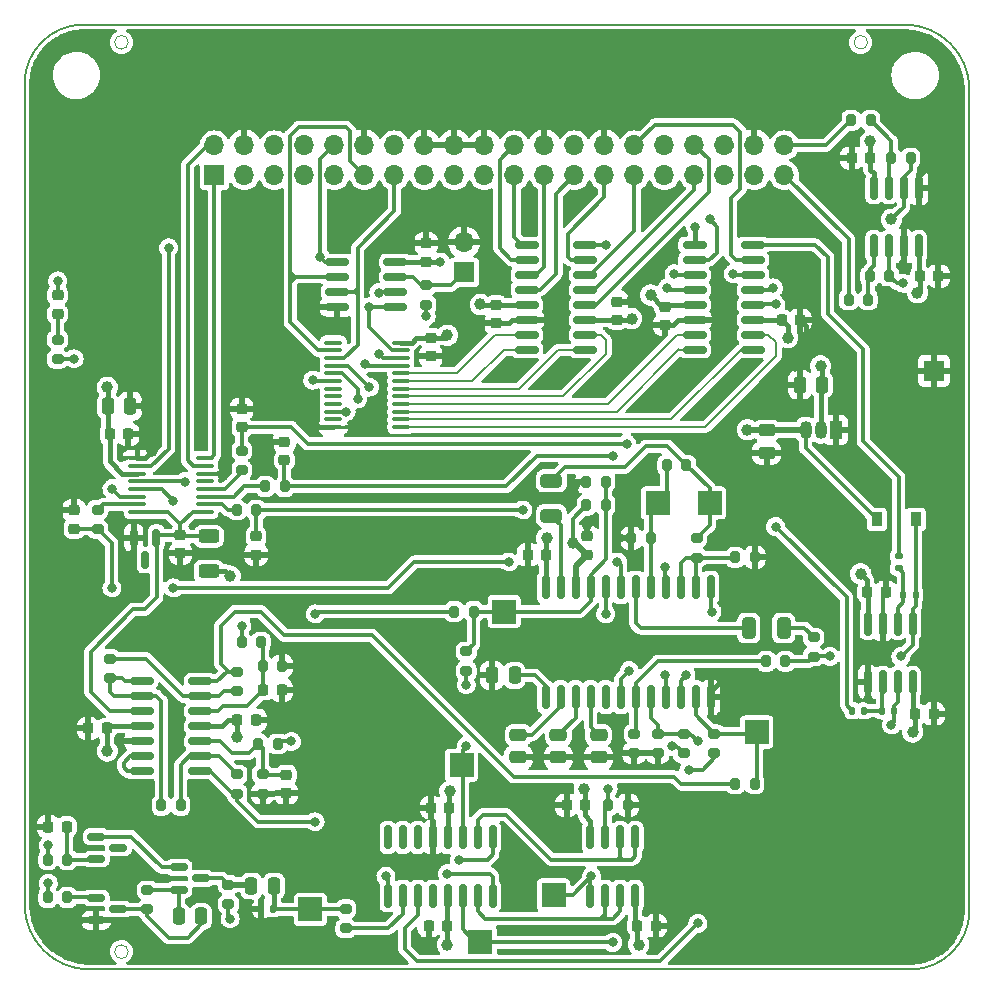
<source format=gbr>
G04 #@! TF.GenerationSoftware,KiCad,Pcbnew,(6.0.7-1)-1*
G04 #@! TF.CreationDate,2023-01-10T16:24:58-08:00*
G04 #@! TF.ProjectId,as3372,61733333-3732-42e6-9b69-6361645f7063,0.1*
G04 #@! TF.SameCoordinates,PX3d83120PY6590fa0*
G04 #@! TF.FileFunction,Copper,L1,Top*
G04 #@! TF.FilePolarity,Positive*
%FSLAX46Y46*%
G04 Gerber Fmt 4.6, Leading zero omitted, Abs format (unit mm)*
G04 Created by KiCad (PCBNEW (6.0.7-1)-1) date 2023-01-10 16:24:58*
%MOMM*%
%LPD*%
G01*
G04 APERTURE LIST*
G04 Aperture macros list*
%AMRoundRect*
0 Rectangle with rounded corners*
0 $1 Rounding radius*
0 $2 $3 $4 $5 $6 $7 $8 $9 X,Y pos of 4 corners*
0 Add a 4 corners polygon primitive as box body*
4,1,4,$2,$3,$4,$5,$6,$7,$8,$9,$2,$3,0*
0 Add four circle primitives for the rounded corners*
1,1,$1+$1,$2,$3*
1,1,$1+$1,$4,$5*
1,1,$1+$1,$6,$7*
1,1,$1+$1,$8,$9*
0 Add four rect primitives between the rounded corners*
20,1,$1+$1,$2,$3,$4,$5,0*
20,1,$1+$1,$4,$5,$6,$7,0*
20,1,$1+$1,$6,$7,$8,$9,0*
20,1,$1+$1,$8,$9,$2,$3,0*%
G04 Aperture macros list end*
G04 #@! TA.AperFunction,Profile*
%ADD10C,0.150000*%
G04 #@! TD*
G04 #@! TA.AperFunction,Profile*
%ADD11C,0.050000*%
G04 #@! TD*
G04 #@! TA.AperFunction,SMDPad,CuDef*
%ADD12RoundRect,0.250000X-0.250000X-0.475000X0.250000X-0.475000X0.250000X0.475000X-0.250000X0.475000X0*%
G04 #@! TD*
G04 #@! TA.AperFunction,SMDPad,CuDef*
%ADD13RoundRect,0.225000X-0.225000X-0.250000X0.225000X-0.250000X0.225000X0.250000X-0.225000X0.250000X0*%
G04 #@! TD*
G04 #@! TA.AperFunction,SMDPad,CuDef*
%ADD14RoundRect,0.250000X0.625000X-0.312500X0.625000X0.312500X-0.625000X0.312500X-0.625000X-0.312500X0*%
G04 #@! TD*
G04 #@! TA.AperFunction,SMDPad,CuDef*
%ADD15RoundRect,0.225000X0.250000X-0.225000X0.250000X0.225000X-0.250000X0.225000X-0.250000X-0.225000X0*%
G04 #@! TD*
G04 #@! TA.AperFunction,SMDPad,CuDef*
%ADD16RoundRect,0.100000X-0.637500X-0.100000X0.637500X-0.100000X0.637500X0.100000X-0.637500X0.100000X0*%
G04 #@! TD*
G04 #@! TA.AperFunction,SMDPad,CuDef*
%ADD17RoundRect,0.200000X-0.275000X0.200000X-0.275000X-0.200000X0.275000X-0.200000X0.275000X0.200000X0*%
G04 #@! TD*
G04 #@! TA.AperFunction,SMDPad,CuDef*
%ADD18RoundRect,0.218750X0.256250X-0.218750X0.256250X0.218750X-0.256250X0.218750X-0.256250X-0.218750X0*%
G04 #@! TD*
G04 #@! TA.AperFunction,ComponentPad*
%ADD19R,1.700000X1.700000*%
G04 #@! TD*
G04 #@! TA.AperFunction,ComponentPad*
%ADD20O,1.700000X1.700000*%
G04 #@! TD*
G04 #@! TA.AperFunction,SMDPad,CuDef*
%ADD21RoundRect,0.225000X-0.250000X0.225000X-0.250000X-0.225000X0.250000X-0.225000X0.250000X0.225000X0*%
G04 #@! TD*
G04 #@! TA.AperFunction,SMDPad,CuDef*
%ADD22RoundRect,0.150000X-0.150000X0.587500X-0.150000X-0.587500X0.150000X-0.587500X0.150000X0.587500X0*%
G04 #@! TD*
G04 #@! TA.AperFunction,SMDPad,CuDef*
%ADD23RoundRect,0.150000X-0.825000X-0.150000X0.825000X-0.150000X0.825000X0.150000X-0.825000X0.150000X0*%
G04 #@! TD*
G04 #@! TA.AperFunction,SMDPad,CuDef*
%ADD24R,0.900000X1.200000*%
G04 #@! TD*
G04 #@! TA.AperFunction,SMDPad,CuDef*
%ADD25RoundRect,0.200000X0.200000X0.275000X-0.200000X0.275000X-0.200000X-0.275000X0.200000X-0.275000X0*%
G04 #@! TD*
G04 #@! TA.AperFunction,SMDPad,CuDef*
%ADD26RoundRect,0.250000X0.475000X-0.250000X0.475000X0.250000X-0.475000X0.250000X-0.475000X-0.250000X0*%
G04 #@! TD*
G04 #@! TA.AperFunction,SMDPad,CuDef*
%ADD27RoundRect,0.250000X-0.475000X0.250000X-0.475000X-0.250000X0.475000X-0.250000X0.475000X0.250000X0*%
G04 #@! TD*
G04 #@! TA.AperFunction,SMDPad,CuDef*
%ADD28RoundRect,0.200000X-0.200000X-0.275000X0.200000X-0.275000X0.200000X0.275000X-0.200000X0.275000X0*%
G04 #@! TD*
G04 #@! TA.AperFunction,SMDPad,CuDef*
%ADD29RoundRect,0.135000X0.135000X0.185000X-0.135000X0.185000X-0.135000X-0.185000X0.135000X-0.185000X0*%
G04 #@! TD*
G04 #@! TA.AperFunction,SMDPad,CuDef*
%ADD30RoundRect,0.200000X0.275000X-0.200000X0.275000X0.200000X-0.275000X0.200000X-0.275000X-0.200000X0*%
G04 #@! TD*
G04 #@! TA.AperFunction,SMDPad,CuDef*
%ADD31R,2.000000X2.000000*%
G04 #@! TD*
G04 #@! TA.AperFunction,SMDPad,CuDef*
%ADD32RoundRect,0.150000X-0.150000X0.825000X-0.150000X-0.825000X0.150000X-0.825000X0.150000X0.825000X0*%
G04 #@! TD*
G04 #@! TA.AperFunction,SMDPad,CuDef*
%ADD33RoundRect,0.225000X0.225000X0.250000X-0.225000X0.250000X-0.225000X-0.250000X0.225000X-0.250000X0*%
G04 #@! TD*
G04 #@! TA.AperFunction,SMDPad,CuDef*
%ADD34RoundRect,0.135000X-0.135000X-0.185000X0.135000X-0.185000X0.135000X0.185000X-0.135000X0.185000X0*%
G04 #@! TD*
G04 #@! TA.AperFunction,SMDPad,CuDef*
%ADD35RoundRect,0.250000X-0.325000X-0.650000X0.325000X-0.650000X0.325000X0.650000X-0.325000X0.650000X0*%
G04 #@! TD*
G04 #@! TA.AperFunction,SMDPad,CuDef*
%ADD36RoundRect,0.150000X-0.587500X-0.150000X0.587500X-0.150000X0.587500X0.150000X-0.587500X0.150000X0*%
G04 #@! TD*
G04 #@! TA.AperFunction,SMDPad,CuDef*
%ADD37RoundRect,0.150000X0.825000X0.150000X-0.825000X0.150000X-0.825000X-0.150000X0.825000X-0.150000X0*%
G04 #@! TD*
G04 #@! TA.AperFunction,SMDPad,CuDef*
%ADD38RoundRect,0.150000X0.150000X-0.875000X0.150000X0.875000X-0.150000X0.875000X-0.150000X-0.875000X0*%
G04 #@! TD*
G04 #@! TA.AperFunction,SMDPad,CuDef*
%ADD39RoundRect,0.135000X-0.185000X0.135000X-0.185000X-0.135000X0.185000X-0.135000X0.185000X0.135000X0*%
G04 #@! TD*
G04 #@! TA.AperFunction,SMDPad,CuDef*
%ADD40RoundRect,0.250000X0.650000X-0.325000X0.650000X0.325000X-0.650000X0.325000X-0.650000X-0.325000X0*%
G04 #@! TD*
G04 #@! TA.AperFunction,SMDPad,CuDef*
%ADD41RoundRect,0.150000X0.150000X-0.825000X0.150000X0.825000X-0.150000X0.825000X-0.150000X-0.825000X0*%
G04 #@! TD*
G04 #@! TA.AperFunction,ComponentPad*
%ADD42R,1.050000X1.500000*%
G04 #@! TD*
G04 #@! TA.AperFunction,ComponentPad*
%ADD43O,1.050000X1.500000*%
G04 #@! TD*
G04 #@! TA.AperFunction,ViaPad*
%ADD44C,1.000000*%
G04 #@! TD*
G04 #@! TA.AperFunction,ViaPad*
%ADD45C,0.800000*%
G04 #@! TD*
G04 #@! TA.AperFunction,Conductor*
%ADD46C,0.400000*%
G04 #@! TD*
G04 #@! TA.AperFunction,Conductor*
%ADD47C,0.300000*%
G04 #@! TD*
G04 #@! TA.AperFunction,Conductor*
%ADD48C,0.500000*%
G04 #@! TD*
G04 #@! TA.AperFunction,Conductor*
%ADD49C,0.200000*%
G04 #@! TD*
G04 APERTURE END LIST*
D10*
X82500000Y75500000D02*
G75*
G03*
X77000000Y81000000I-5500000J0D01*
G01*
X7500000Y81000000D02*
G75*
G03*
X2500000Y76000000I0J-5000000D01*
G01*
X7500000Y81000000D02*
X77000000Y81000000D01*
X77500000Y1000000D02*
G75*
G03*
X82500000Y6000000I0J5000000D01*
G01*
X2500000Y6500000D02*
G75*
G03*
X8000000Y1000000I5500000J0D01*
G01*
X77500000Y1000000D02*
X8000000Y1000000D01*
X2500000Y76000000D02*
X2500000Y6500000D01*
X82500000Y6000000D02*
X82500000Y75500000D01*
D11*
X73876000Y79500000D02*
G75*
G03*
X73876000Y79500000I-576000J0D01*
G01*
X11276000Y2500000D02*
G75*
G03*
X11276000Y2500000I-576000J0D01*
G01*
X11276000Y79500000D02*
G75*
G03*
X11276000Y79500000I-576000J0D01*
G01*
D12*
X9550000Y48700000D03*
X11450000Y48700000D03*
D13*
X9725000Y46300000D03*
X11275000Y46300000D03*
D14*
X18100000Y34737500D03*
X18100000Y37662500D03*
D15*
X36900000Y52925000D03*
X36900000Y54475000D03*
D16*
X28637500Y54075000D03*
X28637500Y53425000D03*
X28637500Y52775000D03*
X28637500Y52125000D03*
X28637500Y51475000D03*
X28637500Y50825000D03*
X28637500Y50175000D03*
X28637500Y49525000D03*
X28637500Y48875000D03*
X28637500Y48225000D03*
X28637500Y47575000D03*
X28637500Y46925000D03*
X34362500Y46925000D03*
X34362500Y47575000D03*
X34362500Y48225000D03*
X34362500Y48875000D03*
X34362500Y49525000D03*
X34362500Y50175000D03*
X34362500Y50825000D03*
X34362500Y51475000D03*
X34362500Y52125000D03*
X34362500Y52775000D03*
X34362500Y53425000D03*
X34362500Y54075000D03*
D17*
X5300000Y54325000D03*
X5300000Y52675000D03*
D18*
X5300000Y56512500D03*
X5300000Y58087500D03*
D19*
X18575000Y68250000D03*
D20*
X18575000Y70790000D03*
X21115000Y68250000D03*
X21115000Y70790000D03*
X23655000Y68250000D03*
X23655000Y70790000D03*
X26195000Y68250000D03*
X26195000Y70790000D03*
X28735000Y68250000D03*
X28735000Y70790000D03*
X31275000Y68250000D03*
X31275000Y70790000D03*
X33815000Y68250000D03*
X33815000Y70790000D03*
X36355000Y68250000D03*
X36355000Y70790000D03*
X38895000Y68250000D03*
X38895000Y70790000D03*
X41435000Y68250000D03*
X41435000Y70790000D03*
X43975000Y68250000D03*
X43975000Y70790000D03*
X46515000Y68250000D03*
X46515000Y70790000D03*
X49055000Y68250000D03*
X49055000Y70790000D03*
X51595000Y68250000D03*
X51595000Y70790000D03*
X54135000Y68250000D03*
X54135000Y70790000D03*
X56675000Y68250000D03*
X56675000Y70790000D03*
X59215000Y68250000D03*
X59215000Y70790000D03*
X61755000Y68250000D03*
X61755000Y70790000D03*
X64295000Y68250000D03*
X64295000Y70790000D03*
X66835000Y68250000D03*
X66835000Y70790000D03*
D21*
X36500000Y62475000D03*
X36500000Y60925000D03*
D22*
X13650000Y37537500D03*
X11750000Y37537500D03*
X12700000Y35662500D03*
D21*
X15700000Y37775000D03*
X15700000Y36225000D03*
D23*
X28950000Y60900000D03*
X28950000Y59630000D03*
X28950000Y58360000D03*
X28950000Y57090000D03*
X33900000Y57090000D03*
X33900000Y58360000D03*
X33900000Y59630000D03*
X33900000Y60900000D03*
D17*
X20500000Y17525000D03*
X20500000Y15875000D03*
D24*
X77950000Y39100000D03*
X74650000Y39100000D03*
D25*
X77525000Y69700000D03*
X75875000Y69700000D03*
D26*
X65330000Y44750000D03*
X65330000Y46650000D03*
D17*
X58300000Y20945000D03*
X58300000Y19295000D03*
D19*
X39700000Y60025000D03*
D20*
X39700000Y62565000D03*
D25*
X58525000Y43700000D03*
X56875000Y43700000D03*
D27*
X51100000Y20850000D03*
X51100000Y18950000D03*
D28*
X20475000Y39900000D03*
X22125000Y39900000D03*
D12*
X68150000Y50500000D03*
X70050000Y50500000D03*
D29*
X23572500Y6150000D03*
X22552500Y6150000D03*
D28*
X22875000Y41900000D03*
X24525000Y41900000D03*
D25*
X40525000Y31300000D03*
X38875000Y31300000D03*
D13*
X22725000Y24650000D03*
X24275000Y24650000D03*
D30*
X20900000Y43275000D03*
X20900000Y44925000D03*
D31*
X43100000Y31300000D03*
D12*
X21712500Y8050000D03*
X23612500Y8050000D03*
D32*
X54205000Y12175000D03*
X52935000Y12175000D03*
X51665000Y12175000D03*
X50395000Y12175000D03*
X50395000Y7225000D03*
X51665000Y7225000D03*
X52935000Y7225000D03*
X54205000Y7225000D03*
D30*
X54100000Y19295000D03*
X54100000Y20945000D03*
D16*
X12037500Y44275000D03*
X12037500Y43625000D03*
X12037500Y42975000D03*
X12037500Y42325000D03*
X12037500Y41675000D03*
X12037500Y41025000D03*
X12037500Y40375000D03*
X12037500Y39725000D03*
X17762500Y39725000D03*
X17762500Y40375000D03*
X17762500Y41025000D03*
X17762500Y41675000D03*
X17762500Y42325000D03*
X17762500Y42975000D03*
X17762500Y43625000D03*
X17762500Y44275000D03*
D32*
X42145000Y12175000D03*
X40875000Y12175000D03*
X39605000Y12175000D03*
X38335000Y12175000D03*
X37065000Y12175000D03*
X35795000Y12175000D03*
X34525000Y12175000D03*
X33255000Y12175000D03*
X33255000Y7225000D03*
X34525000Y7225000D03*
X35795000Y7225000D03*
X37065000Y7225000D03*
X38335000Y7225000D03*
X39605000Y7225000D03*
X40875000Y7225000D03*
X42145000Y7225000D03*
D33*
X55935000Y4700000D03*
X54385000Y4700000D03*
D21*
X22100000Y37675000D03*
X22100000Y36125000D03*
D12*
X15550000Y5500000D03*
X17450000Y5500000D03*
D34*
X76915000Y32725000D03*
X77935000Y32725000D03*
D33*
X6075000Y13100000D03*
X4525000Y13100000D03*
D34*
X72590000Y22900000D03*
X73610000Y22900000D03*
D13*
X7900000Y21400000D03*
X9450000Y21400000D03*
D27*
X47700000Y20850000D03*
X47700000Y18950000D03*
D31*
X47300000Y7300000D03*
D17*
X8700000Y39925000D03*
X8700000Y38275000D03*
D35*
X63825000Y29900000D03*
X66775000Y29900000D03*
D33*
X75400000Y32925000D03*
X73850000Y32925000D03*
D31*
X56100000Y40500000D03*
D36*
X15562500Y9650000D03*
X15562500Y7750000D03*
X17437500Y8700000D03*
D25*
X75725000Y59700000D03*
X74075000Y59700000D03*
D37*
X64175000Y53455000D03*
X64175000Y54725000D03*
X64175000Y55995000D03*
X64175000Y57265000D03*
X64175000Y58535000D03*
X64175000Y59805000D03*
X64175000Y61075000D03*
X64175000Y62345000D03*
X59225000Y62345000D03*
X59225000Y61075000D03*
X59225000Y59805000D03*
X59225000Y58535000D03*
X59225000Y57265000D03*
X59225000Y55995000D03*
X59225000Y54725000D03*
X59225000Y53455000D03*
D36*
X8562500Y12250000D03*
X8562500Y10350000D03*
X10437500Y11300000D03*
D38*
X46615000Y24050000D03*
X47885000Y24050000D03*
X49155000Y24050000D03*
X50425000Y24050000D03*
X51695000Y24050000D03*
X52965000Y24050000D03*
X54235000Y24050000D03*
X55505000Y24050000D03*
X56775000Y24050000D03*
X58045000Y24050000D03*
X59315000Y24050000D03*
X60585000Y24050000D03*
X60585000Y33350000D03*
X59315000Y33350000D03*
X58045000Y33350000D03*
X56775000Y33350000D03*
X55505000Y33350000D03*
X54235000Y33350000D03*
X52965000Y33350000D03*
X51695000Y33350000D03*
X50425000Y33350000D03*
X49155000Y33350000D03*
X47885000Y33350000D03*
X46615000Y33350000D03*
D21*
X24650000Y17475000D03*
X24650000Y15925000D03*
D34*
X75115000Y22900000D03*
X76135000Y22900000D03*
D15*
X20900000Y46925000D03*
X20900000Y48475000D03*
D13*
X78325000Y59700000D03*
X79875000Y59700000D03*
D28*
X50075000Y40300000D03*
X51725000Y40300000D03*
D30*
X56100000Y19295000D03*
X56100000Y20945000D03*
D33*
X49935000Y14900000D03*
X48385000Y14900000D03*
D25*
X74125000Y72900000D03*
X72475000Y72900000D03*
D28*
X50050000Y42300000D03*
X51700000Y42300000D03*
D30*
X9700000Y25675000D03*
X9700000Y27325000D03*
D15*
X6700000Y38325000D03*
X6700000Y39875000D03*
D39*
X76500000Y36010000D03*
X76500000Y34990000D03*
D17*
X59400000Y37525000D03*
X59400000Y35875000D03*
D30*
X22650000Y15875000D03*
X22650000Y17525000D03*
D31*
X39500000Y18300000D03*
X60500000Y40500000D03*
D25*
X64325000Y35900000D03*
X62675000Y35900000D03*
D31*
X26700000Y6100000D03*
D23*
X12425000Y25410000D03*
X12425000Y24140000D03*
X12425000Y22870000D03*
X12425000Y21600000D03*
X12425000Y20330000D03*
X12425000Y19060000D03*
X12425000Y17790000D03*
X17375000Y17790000D03*
X17375000Y19060000D03*
X17375000Y20330000D03*
X17375000Y21600000D03*
X17375000Y22870000D03*
X17375000Y24140000D03*
X17375000Y25410000D03*
D30*
X20500000Y24575000D03*
X20500000Y26225000D03*
D21*
X50100000Y37675000D03*
X50100000Y36125000D03*
D33*
X79475000Y22640000D03*
X77925000Y22640000D03*
D27*
X44300000Y20850000D03*
X44300000Y18950000D03*
D30*
X19762500Y6525000D03*
X19762500Y8175000D03*
D36*
X8562500Y7050000D03*
X8562500Y5150000D03*
X10437500Y6100000D03*
D17*
X60900000Y20945000D03*
X60900000Y19295000D03*
D25*
X73925000Y57700000D03*
X72275000Y57700000D03*
X23925000Y20100000D03*
X22275000Y20100000D03*
D31*
X64500000Y21100000D03*
D25*
X24325000Y26700000D03*
X22675000Y26700000D03*
X55525000Y37500000D03*
X53875000Y37500000D03*
D31*
X41100000Y3300000D03*
D17*
X12900000Y7725000D03*
X12900000Y6075000D03*
D28*
X20875000Y28700000D03*
X22525000Y28700000D03*
D17*
X69300000Y29125000D03*
X69300000Y27475000D03*
D15*
X24500000Y44125000D03*
X24500000Y45675000D03*
D21*
X52635000Y57550000D03*
X52635000Y56000000D03*
D15*
X42425000Y55700000D03*
X42425000Y57250000D03*
D13*
X72525000Y69700000D03*
X74075000Y69700000D03*
D33*
X22075000Y22100000D03*
X20525000Y22100000D03*
D28*
X65275000Y27100000D03*
X66925000Y27100000D03*
D30*
X36500000Y57275000D03*
X36500000Y58925000D03*
D19*
X79500000Y51700000D03*
D17*
X29700000Y6125000D03*
X29700000Y4475000D03*
D12*
X42087500Y25900000D03*
X43987500Y25900000D03*
D28*
X4475000Y10300000D03*
X6125000Y10300000D03*
D33*
X68175000Y55975000D03*
X66625000Y55975000D03*
D13*
X36725000Y4700000D03*
X38275000Y4700000D03*
D40*
X47100000Y39425000D03*
X47100000Y42375000D03*
D33*
X38475000Y14700000D03*
X36925000Y14700000D03*
D37*
X49975000Y53455000D03*
X49975000Y54725000D03*
X49975000Y55995000D03*
X49975000Y57265000D03*
X49975000Y58535000D03*
X49975000Y59805000D03*
X49975000Y61075000D03*
X49975000Y62345000D03*
X45025000Y62345000D03*
X45025000Y61075000D03*
X45025000Y59805000D03*
X45025000Y58535000D03*
X45025000Y57265000D03*
X45025000Y55995000D03*
X45025000Y54725000D03*
X45025000Y53455000D03*
D15*
X56700000Y55575000D03*
X56700000Y57125000D03*
D13*
X45125000Y36100000D03*
X46675000Y36100000D03*
D17*
X39900000Y27925000D03*
X39900000Y26275000D03*
D25*
X64325000Y16700000D03*
X62675000Y16700000D03*
D41*
X74395000Y62225000D03*
X75665000Y62225000D03*
X76935000Y62225000D03*
X78205000Y62225000D03*
X78205000Y67175000D03*
X76935000Y67175000D03*
X75665000Y67175000D03*
X74395000Y67175000D03*
D42*
X71170000Y46660000D03*
D43*
X69900000Y46660000D03*
X68630000Y46660000D03*
D28*
X14075000Y14900000D03*
X15725000Y14900000D03*
X51935000Y14900000D03*
X53585000Y14900000D03*
D32*
X77705000Y30275000D03*
X76435000Y30275000D03*
X75165000Y30275000D03*
X73895000Y30275000D03*
X73895000Y25325000D03*
X75165000Y25325000D03*
X76435000Y25325000D03*
X77705000Y25325000D03*
D28*
X4475000Y7100000D03*
X6125000Y7100000D03*
D44*
X12500000Y46300000D03*
X26300000Y57100000D03*
D45*
X15300000Y21700000D03*
X22100000Y34500000D03*
X75300000Y28500000D03*
X61700000Y57300000D03*
X45300000Y64900000D03*
D44*
X36700000Y3100000D03*
D45*
X47500000Y57300000D03*
X49100000Y41900000D03*
D44*
X38300000Y52900000D03*
X19300000Y42900000D03*
X79100000Y69100000D03*
X41100000Y55700000D03*
X8100000Y19900000D03*
D45*
X47100000Y50500000D03*
D44*
X61900000Y25900000D03*
X48300000Y16300000D03*
D45*
X4500000Y14500000D03*
X15700000Y34900000D03*
X73900000Y23900000D03*
X64300000Y37300000D03*
D44*
X50100000Y38700000D03*
X12700000Y48700000D03*
X49300000Y18900000D03*
X45900000Y18900000D03*
X45100000Y37500000D03*
X79900000Y58300000D03*
X36900000Y16100000D03*
D45*
X10700000Y20300000D03*
X37700000Y43500000D03*
X29500000Y64500000D03*
D44*
X79700000Y21300000D03*
D45*
X46900000Y28700000D03*
X45100000Y9900000D03*
X6700000Y41100000D03*
X76900000Y60700000D03*
X52900000Y37500000D03*
X22300000Y48500000D03*
X22700000Y14717477D03*
D44*
X13300000Y44900000D03*
D45*
X60900000Y49500000D03*
D44*
X55300000Y55700000D03*
X68700000Y54500000D03*
X56300000Y3100000D03*
X67700000Y52100000D03*
D45*
X67300000Y60500000D03*
X27700000Y43700000D03*
X59100000Y28500000D03*
X48900000Y65500000D03*
X11500000Y36100000D03*
X23300000Y45500000D03*
D44*
X27100000Y46900000D03*
D45*
X42100000Y27500000D03*
X55500000Y65700000D03*
X7100000Y5100000D03*
D44*
X75100000Y34500000D03*
X53900000Y57700000D03*
D45*
X17500000Y49900000D03*
X43500000Y51500000D03*
D44*
X72500000Y71100000D03*
D45*
X17500000Y64700000D03*
X23500000Y22100000D03*
X24700000Y14700000D03*
D44*
X63700000Y44700000D03*
D45*
X50100000Y4300000D03*
X21500000Y6100000D03*
X52700000Y18900000D03*
X32700000Y15100000D03*
D44*
X73300000Y34500000D03*
X20500000Y20700000D03*
X78100000Y58300000D03*
X49900000Y16300000D03*
X67100000Y54500000D03*
X53900000Y56100000D03*
X38500000Y16100000D03*
X69900000Y52100000D03*
D45*
X57500000Y59900000D03*
X19900000Y5300000D03*
D44*
X46700000Y37500000D03*
X9500000Y19500000D03*
D45*
X4500000Y11500000D03*
D44*
X74100000Y71100000D03*
X54500000Y3100000D03*
X41100000Y57300000D03*
X77700000Y21100000D03*
X38300000Y3100000D03*
X55500000Y58100000D03*
X38300000Y54700000D03*
X9500000Y50300000D03*
D45*
X5300000Y59300000D03*
D44*
X19900000Y34300000D03*
D45*
X36500000Y56300000D03*
X37700000Y60900000D03*
X31700000Y57100000D03*
X32500000Y53100000D03*
X32500000Y58300000D03*
X65900000Y58700000D03*
D44*
X48900000Y37100000D03*
X63700000Y46700000D03*
D45*
X70700000Y27500000D03*
X76700000Y27500000D03*
X25100000Y20300000D03*
X16100000Y42300000D03*
X15100000Y40700000D03*
X20900000Y30100000D03*
X27100000Y13500000D03*
X27100000Y31100000D03*
X31300000Y52300000D03*
X27535000Y61335000D03*
X39900000Y19900000D03*
X39900000Y25100000D03*
X6700000Y52700000D03*
X26900000Y50900000D03*
X62500000Y59900000D03*
X56900000Y58700000D03*
X60500000Y64500000D03*
X59300000Y63900000D03*
X59500000Y4900000D03*
X59500000Y20300000D03*
X57300000Y19900000D03*
X75900000Y21700000D03*
X66100000Y57300000D03*
X14700000Y62100000D03*
X52300000Y3300000D03*
X58750500Y17900000D03*
X60700000Y31300000D03*
D44*
X75900000Y64500000D03*
D45*
X76900000Y59100000D03*
X58500000Y25900000D03*
X66100000Y38500000D03*
X51700000Y62300000D03*
X31700000Y50300000D03*
X39300000Y10300000D03*
X30700000Y49300000D03*
X38300000Y9100000D03*
X53700000Y26300000D03*
X44700000Y39900000D03*
X52300000Y44500000D03*
X56700000Y25900000D03*
X53500000Y45500000D03*
X56700000Y35100000D03*
X52700000Y35500000D03*
X43500000Y35500000D03*
X9900000Y33300000D03*
X15100000Y33300000D03*
X33100000Y8900000D03*
X29717005Y48232845D03*
X50500000Y8900000D03*
X51900000Y16300000D03*
X51700000Y31100000D03*
X9900000Y41700000D03*
X4500000Y8300000D03*
D46*
X12675000Y44275000D02*
X12037500Y44275000D01*
D47*
X22100000Y36125000D02*
X22100000Y34500000D01*
D46*
X22075000Y22100000D02*
X23500000Y22100000D01*
X57795000Y55995000D02*
X57375000Y55575000D01*
X55935000Y4700000D02*
X55935000Y3465000D01*
X26310000Y57090000D02*
X26300000Y57100000D01*
D47*
X23475000Y45675000D02*
X23300000Y45500000D01*
D46*
X57375000Y55575000D02*
X56700000Y55575000D01*
X43500000Y55700000D02*
X42425000Y55700000D01*
D47*
X22650000Y14767477D02*
X22650000Y15875000D01*
D46*
X36725000Y3125000D02*
X36700000Y3100000D01*
D47*
X24500000Y45675000D02*
X23475000Y45675000D01*
D46*
X13300000Y44900000D02*
X12675000Y44275000D01*
D47*
X75165000Y30275000D02*
X75165000Y28635000D01*
D48*
X63750000Y44750000D02*
X63700000Y44700000D01*
D46*
X75400000Y32925000D02*
X75400000Y34200000D01*
X68700000Y55450000D02*
X68175000Y55975000D01*
X78205000Y68205000D02*
X79100000Y69100000D01*
D47*
X4525000Y13100000D02*
X4525000Y14475000D01*
X6700000Y39875000D02*
X6700000Y41100000D01*
D46*
X55935000Y3465000D02*
X56300000Y3100000D01*
X45125000Y37475000D02*
X45100000Y37500000D01*
D47*
X75165000Y28635000D02*
X75300000Y28500000D01*
D46*
X59225000Y55995000D02*
X57795000Y55995000D01*
X78205000Y67175000D02*
X78205000Y68205000D01*
D48*
X65330000Y44750000D02*
X63750000Y44750000D01*
D47*
X19225000Y42975000D02*
X19300000Y42900000D01*
X10730000Y20330000D02*
X10700000Y20300000D01*
D46*
X72525000Y69700000D02*
X72525000Y71075000D01*
D47*
X11750000Y36350000D02*
X11500000Y36100000D01*
X24650000Y14750000D02*
X24700000Y14700000D01*
D46*
X8100000Y19900000D02*
X7900000Y20100000D01*
D47*
X64325000Y37275000D02*
X64300000Y37300000D01*
D46*
X36900000Y52925000D02*
X38275000Y52925000D01*
D47*
X42087500Y25900000D02*
X42087500Y27487500D01*
D46*
X68150000Y50500000D02*
X68150000Y51650000D01*
D47*
X76935000Y60735000D02*
X76900000Y60700000D01*
D46*
X42425000Y55700000D02*
X41100000Y55700000D01*
X36925000Y16075000D02*
X36900000Y16100000D01*
X44300000Y18950000D02*
X45850000Y18950000D01*
X73895000Y25325000D02*
X73895000Y23905000D01*
X7900000Y20100000D02*
X7900000Y21400000D01*
D47*
X21550000Y6150000D02*
X21500000Y6100000D01*
D46*
X79475000Y22640000D02*
X79475000Y21525000D01*
X48385000Y14900000D02*
X48385000Y16215000D01*
X49250000Y18950000D02*
X49300000Y18900000D01*
X73895000Y23905000D02*
X73900000Y23900000D01*
D47*
X76935000Y62225000D02*
X76935000Y60735000D01*
D46*
X45850000Y18950000D02*
X45900000Y18900000D01*
X27100000Y46900000D02*
X27125000Y46925000D01*
X36925000Y14700000D02*
X36925000Y16075000D01*
D47*
X64325000Y35900000D02*
X64325000Y37275000D01*
D46*
X55425000Y55575000D02*
X56700000Y55575000D01*
D47*
X22700000Y14717477D02*
X22650000Y14767477D01*
D46*
X52650000Y18950000D02*
X52700000Y18900000D01*
X79475000Y21525000D02*
X79700000Y21300000D01*
D47*
X75165000Y32690000D02*
X75400000Y32925000D01*
D46*
X11275000Y46300000D02*
X12500000Y46300000D01*
X72525000Y71075000D02*
X72500000Y71100000D01*
X11450000Y48700000D02*
X12700000Y48700000D01*
X45125000Y36100000D02*
X45125000Y37475000D01*
X55300000Y55700000D02*
X55425000Y55575000D01*
X27125000Y46925000D02*
X28637500Y46925000D01*
D47*
X8562500Y5150000D02*
X7150000Y5150000D01*
D46*
X47700000Y18950000D02*
X49250000Y18950000D01*
D47*
X17762500Y42975000D02*
X19225000Y42975000D01*
D46*
X79875000Y59700000D02*
X79875000Y58325000D01*
X51100000Y18950000D02*
X52650000Y18950000D01*
X45025000Y55995000D02*
X43795000Y55995000D01*
X53750000Y57550000D02*
X53900000Y57700000D01*
X36725000Y4700000D02*
X36725000Y3125000D01*
D47*
X49500000Y42300000D02*
X49100000Y41900000D01*
X11750000Y37537500D02*
X11750000Y36350000D01*
X7150000Y5150000D02*
X7100000Y5100000D01*
X20900000Y48475000D02*
X22275000Y48475000D01*
X53875000Y37500000D02*
X52900000Y37500000D01*
D46*
X68700000Y54500000D02*
X68700000Y55450000D01*
X60585000Y24050000D02*
X60585000Y24585000D01*
D47*
X12425000Y20330000D02*
X10730000Y20330000D01*
X22552500Y6150000D02*
X21550000Y6150000D01*
X42087500Y27487500D02*
X42100000Y27500000D01*
D46*
X68150000Y51650000D02*
X67700000Y52100000D01*
D47*
X24650000Y15925000D02*
X24650000Y14750000D01*
D46*
X79875000Y58325000D02*
X79900000Y58300000D01*
D47*
X15700000Y36225000D02*
X15700000Y34900000D01*
D46*
X60585000Y24585000D02*
X61900000Y25900000D01*
D47*
X4525000Y14475000D02*
X4500000Y14500000D01*
D46*
X38275000Y52925000D02*
X38300000Y52900000D01*
X75400000Y34200000D02*
X75100000Y34500000D01*
X43795000Y55995000D02*
X43500000Y55700000D01*
X50100000Y37675000D02*
X50100000Y38700000D01*
D47*
X22275000Y48475000D02*
X22300000Y48500000D01*
X50050000Y42300000D02*
X49500000Y42300000D01*
D46*
X48385000Y16215000D02*
X48300000Y16300000D01*
X28950000Y57090000D02*
X26310000Y57090000D01*
D47*
X75165000Y30275000D02*
X75165000Y32690000D01*
D46*
X52635000Y57550000D02*
X53750000Y57550000D01*
X52630000Y55995000D02*
X52635000Y56000000D01*
X38335000Y12175000D02*
X38335000Y14560000D01*
X70050000Y51950000D02*
X69900000Y52100000D01*
X49935000Y14065000D02*
X49935000Y14900000D01*
X17375000Y21600000D02*
X19200000Y21600000D01*
X20525000Y22100000D02*
X20525000Y20725000D01*
X38335000Y14560000D02*
X38475000Y14700000D01*
X69900000Y46660000D02*
X69900000Y50350000D01*
X49935000Y14900000D02*
X49935000Y16265000D01*
X78325000Y59700000D02*
X78325000Y58525000D01*
X73850000Y33950000D02*
X73300000Y34500000D01*
X73850000Y32925000D02*
X73850000Y33950000D01*
X73895000Y30275000D02*
X73895000Y32880000D01*
X19200000Y21600000D02*
X19700000Y22100000D01*
X50395000Y13605000D02*
X49935000Y14065000D01*
X67100000Y54500000D02*
X67100000Y55500000D01*
X78205000Y62225000D02*
X78205000Y59820000D01*
X38475000Y14700000D02*
X38475000Y16075000D01*
X73895000Y32880000D02*
X73850000Y32925000D01*
X49935000Y16265000D02*
X49900000Y16300000D01*
X67100000Y55500000D02*
X66625000Y55975000D01*
X69900000Y50350000D02*
X70050000Y50500000D01*
X49975000Y55995000D02*
X52630000Y55995000D01*
X50395000Y12175000D02*
X50395000Y13605000D01*
X64175000Y55995000D02*
X66605000Y55995000D01*
X70050000Y50500000D02*
X70050000Y51950000D01*
X53900000Y56100000D02*
X53800000Y56000000D01*
X19700000Y22100000D02*
X20525000Y22100000D01*
X20525000Y20725000D02*
X20500000Y20700000D01*
X38475000Y16075000D02*
X38500000Y16100000D01*
X78205000Y59820000D02*
X78325000Y59700000D01*
X53800000Y56000000D02*
X52635000Y56000000D01*
X66605000Y55995000D02*
X66625000Y55975000D01*
X78325000Y58525000D02*
X78100000Y58300000D01*
D47*
X59225000Y59805000D02*
X57595000Y59805000D01*
X47500000Y66695000D02*
X47500000Y59900000D01*
X57595000Y59805000D02*
X57500000Y59900000D01*
X47500000Y59900000D02*
X46135000Y58535000D01*
X49055000Y68250000D02*
X47500000Y66695000D01*
X46135000Y58535000D02*
X45025000Y58535000D01*
D46*
X77925000Y21325000D02*
X77700000Y21100000D01*
X9650000Y21600000D02*
X9450000Y21400000D01*
X54205000Y7225000D02*
X54205000Y4880000D01*
D47*
X19762500Y6525000D02*
X19762500Y5437500D01*
D46*
X56700000Y57125000D02*
X56475000Y57125000D01*
X46615000Y33350000D02*
X46615000Y36040000D01*
X77925000Y22640000D02*
X77925000Y21325000D01*
X12425000Y21600000D02*
X9650000Y21600000D01*
X77705000Y25325000D02*
X77705000Y22860000D01*
X77705000Y22860000D02*
X77925000Y22640000D01*
X56840000Y57265000D02*
X59225000Y57265000D01*
X38275000Y7165000D02*
X38335000Y7225000D01*
D47*
X4475000Y11475000D02*
X4500000Y11500000D01*
X19762500Y5437500D02*
X19900000Y5300000D01*
D46*
X74075000Y68725000D02*
X74075000Y69700000D01*
X9450000Y19550000D02*
X9450000Y21400000D01*
X46675000Y37475000D02*
X46700000Y37500000D01*
X74100000Y71100000D02*
X74100000Y69725000D01*
X54205000Y4880000D02*
X54385000Y4700000D01*
X54385000Y4700000D02*
X54385000Y3215000D01*
X46675000Y36100000D02*
X46675000Y37475000D01*
X74395000Y67175000D02*
X74395000Y68405000D01*
X45025000Y57265000D02*
X42440000Y57265000D01*
X74100000Y69725000D02*
X74075000Y69700000D01*
X56700000Y57125000D02*
X56840000Y57265000D01*
D47*
X4475000Y10300000D02*
X4475000Y11475000D01*
D46*
X9500000Y19500000D02*
X9450000Y19550000D01*
X42440000Y57265000D02*
X42425000Y57250000D01*
X38275000Y4700000D02*
X38275000Y3125000D01*
X42425000Y57250000D02*
X41150000Y57250000D01*
X41150000Y57250000D02*
X41100000Y57300000D01*
X46615000Y36040000D02*
X46675000Y36100000D01*
X56475000Y57125000D02*
X55500000Y58100000D01*
X74395000Y68405000D02*
X74075000Y68725000D01*
X38275000Y4700000D02*
X38275000Y7165000D01*
X38275000Y3125000D02*
X38300000Y3100000D01*
X54385000Y3215000D02*
X54500000Y3100000D01*
D47*
X48500000Y61300000D02*
X48500000Y63300000D01*
X48725000Y61075000D02*
X48500000Y61300000D01*
X51595000Y66395000D02*
X51595000Y68250000D01*
X48500000Y63300000D02*
X51595000Y66395000D01*
X49975000Y61075000D02*
X48725000Y61075000D01*
X62725000Y61075000D02*
X64175000Y61075000D01*
X63095000Y71905000D02*
X63095000Y67095000D01*
X62300000Y66300000D02*
X62300000Y61500000D01*
X54135000Y70790000D02*
X55845000Y72500000D01*
X63095000Y67095000D02*
X62300000Y66300000D01*
X55845000Y72500000D02*
X62500000Y72500000D01*
X62300000Y61500000D02*
X62725000Y61075000D01*
X62500000Y72500000D02*
X63095000Y71905000D01*
D46*
X37675000Y60925000D02*
X37700000Y60900000D01*
X34362500Y54075000D02*
X35275000Y54075000D01*
X9550000Y46475000D02*
X9725000Y46300000D01*
X35675000Y54475000D02*
X36900000Y54475000D01*
X9550000Y48700000D02*
X9550000Y50250000D01*
X18100000Y34737500D02*
X19462500Y34737500D01*
X36475000Y60900000D02*
X36500000Y60925000D01*
X9725000Y46300000D02*
X9725000Y44007107D01*
X36900000Y54475000D02*
X38075000Y54475000D01*
X36500000Y60925000D02*
X37675000Y60925000D01*
X19462500Y34737500D02*
X19900000Y34300000D01*
X9550000Y48700000D02*
X9550000Y46475000D01*
D47*
X5300000Y58087500D02*
X5300000Y59300000D01*
D46*
X10757107Y42975000D02*
X12037500Y42975000D01*
D47*
X36500000Y57275000D02*
X36500000Y56300000D01*
D46*
X33900000Y60900000D02*
X36475000Y60900000D01*
X35275000Y54075000D02*
X35675000Y54475000D01*
X38075000Y54475000D02*
X38300000Y54700000D01*
X9725000Y44007107D02*
X10757107Y42975000D01*
X9550000Y50250000D02*
X9500000Y50300000D01*
D47*
X50735000Y58535000D02*
X59215000Y67015000D01*
X49975000Y58535000D02*
X50735000Y58535000D01*
X59215000Y67015000D02*
X59215000Y68250000D01*
X33890000Y57100000D02*
X33900000Y57090000D01*
X31700000Y57100000D02*
X31700000Y55363604D01*
X33638604Y53425000D02*
X34362500Y53425000D01*
X31700000Y55363604D02*
X33638604Y53425000D01*
X31700000Y57100000D02*
X33890000Y57100000D01*
X32560000Y58360000D02*
X32500000Y58300000D01*
X33900000Y58360000D02*
X32560000Y58360000D01*
X32825000Y52775000D02*
X34362500Y52775000D01*
X32500000Y53100000D02*
X32825000Y52775000D01*
X65900000Y58700000D02*
X65735000Y58535000D01*
X65735000Y58535000D02*
X64175000Y58535000D01*
X17375000Y20330000D02*
X19070000Y20330000D01*
X19070000Y20330000D02*
X20100000Y19300000D01*
X20100000Y19300000D02*
X21475000Y19300000D01*
X24650000Y17475000D02*
X22700000Y17475000D01*
X22650000Y19725000D02*
X22650000Y17525000D01*
X22275000Y20100000D02*
X22650000Y19725000D01*
X22700000Y17475000D02*
X22650000Y17525000D01*
X21475000Y19300000D02*
X22275000Y20100000D01*
X17375000Y22870000D02*
X18870000Y22870000D01*
X18870000Y22870000D02*
X19300000Y23300000D01*
X22675000Y26700000D02*
X22675000Y28550000D01*
X19300000Y23300000D02*
X21375000Y23300000D01*
X22725000Y26650000D02*
X22675000Y26700000D01*
X21375000Y23300000D02*
X22725000Y24650000D01*
X22675000Y28550000D02*
X22525000Y28700000D01*
X22725000Y24650000D02*
X22725000Y26650000D01*
X54235000Y33350000D02*
X54235000Y30365000D01*
X54235000Y30365000D02*
X54700000Y29900000D01*
X54700000Y29900000D02*
X63825000Y29900000D01*
X66775000Y29900000D02*
X68525000Y29900000D01*
X68525000Y29900000D02*
X69300000Y29125000D01*
D48*
X48900000Y37100000D02*
X49125000Y37100000D01*
X63750000Y46650000D02*
X63700000Y46700000D01*
D47*
X48900000Y39125000D02*
X50075000Y40300000D01*
X74650000Y39100000D02*
X68630000Y45120000D01*
X68630000Y45120000D02*
X68630000Y46660000D01*
X48900000Y37100000D02*
X48900000Y39125000D01*
D48*
X68630000Y46660000D02*
X65340000Y46660000D01*
X49155000Y35180000D02*
X50100000Y36125000D01*
X49125000Y37100000D02*
X50100000Y36125000D01*
X49155000Y33350000D02*
X49155000Y35180000D01*
X65330000Y46650000D02*
X63750000Y46650000D01*
X65340000Y46660000D02*
X65330000Y46650000D01*
D47*
X70700000Y27500000D02*
X69325000Y27500000D01*
X66925000Y27100000D02*
X68925000Y27100000D01*
X76675000Y27475000D02*
X77705000Y28505000D01*
X76675000Y27475000D02*
X76700000Y27500000D01*
X77705000Y28505000D02*
X77705000Y30275000D01*
X77705000Y31505000D02*
X77935000Y31735000D01*
X69325000Y27500000D02*
X69300000Y27475000D01*
X77935000Y32725000D02*
X77950000Y32740000D01*
X77935000Y31735000D02*
X77935000Y32725000D01*
X77950000Y32740000D02*
X77950000Y39100000D01*
X77705000Y30275000D02*
X77705000Y31505000D01*
X68925000Y27100000D02*
X69300000Y27475000D01*
X12037500Y42325000D02*
X16075000Y42325000D01*
X25100000Y20300000D02*
X24125000Y20300000D01*
X16075000Y42325000D02*
X16100000Y42300000D01*
X24125000Y20300000D02*
X23925000Y20100000D01*
X12037500Y41675000D02*
X13675000Y41675000D01*
X13675000Y41675000D02*
X14125000Y41675000D01*
X14125000Y41675000D02*
X15100000Y40700000D01*
X20900000Y30100000D02*
X20875000Y30075000D01*
X20875000Y30075000D02*
X20875000Y28700000D01*
X10990000Y25410000D02*
X10725000Y25675000D01*
X13660000Y24140000D02*
X12425000Y24140000D01*
X12425000Y24140000D02*
X10060000Y24140000D01*
X9700000Y24500000D02*
X9700000Y25675000D01*
X10725000Y25675000D02*
X9700000Y25675000D01*
X14075000Y23725000D02*
X13660000Y24140000D01*
X10060000Y24140000D02*
X9700000Y24500000D01*
X14075000Y14900000D02*
X14075000Y23725000D01*
X12425000Y25410000D02*
X10990000Y25410000D01*
X17375000Y19060000D02*
X16460000Y19060000D01*
X15725000Y18325000D02*
X15725000Y14900000D01*
X18965000Y19060000D02*
X17375000Y19060000D01*
X16460000Y19060000D02*
X15725000Y18325000D01*
X20500000Y17525000D02*
X18965000Y19060000D01*
X6125000Y10300000D02*
X8512500Y10300000D01*
X6075000Y10350000D02*
X6125000Y10300000D01*
X8512500Y10300000D02*
X8562500Y10350000D01*
X6075000Y13100000D02*
X6075000Y10350000D01*
X15940000Y24140000D02*
X12755000Y27325000D01*
X19375000Y24575000D02*
X20500000Y24575000D01*
X18940000Y24140000D02*
X19375000Y24575000D01*
X17375000Y24140000D02*
X18940000Y24140000D01*
X12755000Y27325000D02*
X9700000Y27325000D01*
X17375000Y24140000D02*
X15940000Y24140000D01*
X27100000Y13500000D02*
X22287500Y13500000D01*
X38875000Y31300000D02*
X27300000Y31300000D01*
X18210000Y17790000D02*
X20125000Y15875000D01*
X22287500Y13500000D02*
X20500000Y15287500D01*
X17375000Y17790000D02*
X18210000Y17790000D01*
X20500000Y15287500D02*
X20500000Y15875000D01*
X27300000Y31300000D02*
X27100000Y31100000D01*
X20125000Y15875000D02*
X20500000Y15875000D01*
X28735000Y70790000D02*
X27535000Y69590000D01*
X31475000Y52125000D02*
X31300000Y52300000D01*
X27535000Y61335000D02*
X27970000Y60900000D01*
X27535000Y69590000D02*
X27535000Y61335000D01*
X34362500Y52125000D02*
X31475000Y52125000D01*
X27970000Y60900000D02*
X28950000Y60900000D01*
X33815000Y65215000D02*
X30700000Y62100000D01*
X30700000Y53900000D02*
X29575000Y52775000D01*
X33815000Y68250000D02*
X33815000Y65215000D01*
X29575000Y52775000D02*
X28637500Y52775000D01*
X30700000Y58700000D02*
X30700000Y58100000D01*
X30360000Y58360000D02*
X30700000Y58700000D01*
X30440000Y58360000D02*
X30700000Y58100000D01*
X30700000Y62100000D02*
X30700000Y58700000D01*
X30700000Y58100000D02*
X30700000Y53900000D01*
X28950000Y58360000D02*
X30360000Y58360000D01*
X30360000Y58360000D02*
X30440000Y58360000D01*
X25700000Y72300000D02*
X29700000Y72300000D01*
X24995000Y59795000D02*
X24995000Y60005000D01*
X27375000Y53425000D02*
X24995000Y55805000D01*
X25370000Y59630000D02*
X25030000Y59630000D01*
X25370000Y59630000D02*
X24995000Y60005000D01*
X30036077Y71963923D02*
X30036077Y69488923D01*
X24995000Y55805000D02*
X24995000Y59195000D01*
X24995000Y59195000D02*
X24995000Y59595000D01*
X25370000Y59570000D02*
X24995000Y59195000D01*
X28637500Y53425000D02*
X27375000Y53425000D01*
X25030000Y59630000D02*
X24995000Y59595000D01*
X30036077Y69488923D02*
X31275000Y68250000D01*
X28950000Y59630000D02*
X25370000Y59630000D01*
X25370000Y59630000D02*
X25370000Y59570000D01*
X24995000Y59595000D02*
X24995000Y59795000D01*
X24995000Y71595000D02*
X25700000Y72300000D01*
X24995000Y60005000D02*
X24995000Y71595000D01*
X29700000Y72300000D02*
X30036077Y71963923D01*
X24500000Y29300000D02*
X31900000Y29300000D01*
X43900000Y17300000D02*
X57500000Y17300000D01*
X31900000Y29300000D02*
X43900000Y17300000D01*
X20500000Y26225000D02*
X19775000Y26225000D01*
X19100000Y30100000D02*
X20300000Y31300000D01*
X19775000Y26225000D02*
X19100000Y26900000D01*
X19100000Y26900000D02*
X19100000Y30100000D01*
X57500000Y17300000D02*
X58100000Y16700000D01*
X20300000Y31300000D02*
X22500000Y31300000D01*
X20500000Y26225000D02*
X19625000Y26225000D01*
X62675000Y16700000D02*
X58100000Y16700000D01*
X19625000Y26225000D02*
X18810000Y25410000D01*
X18810000Y25410000D02*
X17375000Y25410000D01*
X22500000Y31300000D02*
X24500000Y29300000D01*
X50425000Y32225000D02*
X49500000Y31300000D01*
X51725000Y40300000D02*
X51725000Y42275000D01*
X42900000Y31300000D02*
X40525000Y31300000D01*
X51725000Y35725000D02*
X51725000Y40300000D01*
X50425000Y33350000D02*
X50425000Y34425000D01*
X51725000Y42275000D02*
X51700000Y42300000D01*
X49500000Y31300000D02*
X42900000Y31300000D01*
X40525000Y28550000D02*
X40525000Y31300000D01*
X50425000Y34425000D02*
X51725000Y35725000D01*
X43100000Y31300000D02*
X42900000Y31300000D01*
X39900000Y27925000D02*
X40525000Y28550000D01*
X50425000Y33350000D02*
X50425000Y32225000D01*
X39605000Y19605000D02*
X39605000Y18405000D01*
X39900000Y25100000D02*
X39900000Y26275000D01*
X39500000Y18300000D02*
X39605000Y18405000D01*
X39900000Y19900000D02*
X39605000Y19605000D01*
X39605000Y18405000D02*
X39605000Y12175000D01*
X47900000Y23572893D02*
X47900000Y23300000D01*
X45450000Y20850000D02*
X44300000Y20850000D01*
X47900000Y23300000D02*
X45450000Y20850000D01*
X47885000Y23587893D02*
X47900000Y23572893D01*
X47885000Y24050000D02*
X47885000Y23587893D01*
X49155000Y24050000D02*
X49155000Y22305000D01*
X49155000Y22305000D02*
X47700000Y20850000D01*
X54100000Y20945000D02*
X54235000Y21080000D01*
X54235000Y24050000D02*
X54235000Y25235000D01*
X56100000Y27100000D02*
X65275000Y27100000D01*
X54235000Y25235000D02*
X56100000Y27100000D01*
X54235000Y21080000D02*
X54235000Y24050000D01*
X12037500Y39725000D02*
X14675000Y39725000D01*
X11700000Y31500000D02*
X12700000Y31500000D01*
X14675000Y39725000D02*
X15700000Y38700000D01*
X9730000Y22870000D02*
X8100000Y24500000D01*
X8100000Y27900000D02*
X11700000Y31500000D01*
X12425000Y22870000D02*
X9730000Y22870000D01*
X15700000Y38700000D02*
X15700000Y37775000D01*
X17762500Y39725000D02*
X16725000Y39725000D01*
X13887500Y37775000D02*
X13650000Y37537500D01*
X13700000Y32500000D02*
X13700000Y37487500D01*
X12700000Y31500000D02*
X13700000Y32500000D01*
X15700000Y37775000D02*
X13887500Y37775000D01*
X16725000Y39725000D02*
X15700000Y38700000D01*
X15812500Y37662500D02*
X15700000Y37775000D01*
X18100000Y37662500D02*
X15812500Y37662500D01*
X13700000Y37487500D02*
X13650000Y37537500D01*
X8100000Y24500000D02*
X8100000Y27900000D01*
X6700000Y52700000D02*
X5325000Y52700000D01*
X28637500Y50825000D02*
X26975000Y50825000D01*
X26975000Y50825000D02*
X26900000Y50900000D01*
X5325000Y52700000D02*
X5300000Y52675000D01*
X5300000Y54325000D02*
X5300000Y56512500D01*
X72475000Y72900000D02*
X70365000Y70790000D01*
X70365000Y70790000D02*
X66835000Y70790000D01*
X72275000Y57700000D02*
X72275000Y62810000D01*
X72275000Y62810000D02*
X66835000Y68250000D01*
X59215000Y70790000D02*
X60415000Y69590000D01*
X50865000Y57265000D02*
X49975000Y57265000D01*
X60415000Y69590000D02*
X60415000Y66815000D01*
X60415000Y66815000D02*
X50865000Y57265000D01*
X62595000Y59805000D02*
X64175000Y59805000D01*
X62500000Y59900000D02*
X62595000Y59805000D01*
X50387107Y59805000D02*
X54135000Y63552893D01*
X54135000Y63552893D02*
X54135000Y68250000D01*
X49975000Y59805000D02*
X50387107Y59805000D01*
X57065000Y58535000D02*
X59225000Y58535000D01*
X56900000Y58700000D02*
X57065000Y58535000D01*
X46515000Y60515000D02*
X45805000Y59805000D01*
X45805000Y59805000D02*
X45025000Y59805000D01*
X46515000Y68250000D02*
X46515000Y60515000D01*
X43975000Y70790000D02*
X42736077Y69551077D01*
X43725000Y61075000D02*
X45025000Y61075000D01*
X60475000Y61075000D02*
X59225000Y61075000D01*
X42736077Y69551077D02*
X42736077Y62063923D01*
X61100000Y63900000D02*
X61100000Y61700000D01*
X42736077Y62063923D02*
X43725000Y61075000D01*
X61100000Y61700000D02*
X60475000Y61075000D01*
X60500000Y64500000D02*
X61100000Y63900000D01*
X43975000Y68250000D02*
X43975000Y63025000D01*
D46*
X59300000Y63900000D02*
X59300000Y62420000D01*
X59300000Y62420000D02*
X59225000Y62345000D01*
D47*
X44655000Y62345000D02*
X45025000Y62345000D01*
X43975000Y63025000D02*
X44655000Y62345000D01*
X18275000Y44275000D02*
X18575000Y44575000D01*
X18575000Y44575000D02*
X18575000Y68250000D01*
X17762500Y44275000D02*
X18275000Y44275000D01*
X35700000Y1700000D02*
X34700000Y2700000D01*
X59500000Y20300000D02*
X58855000Y20945000D01*
X59500000Y4900000D02*
X56300000Y1700000D01*
X35795000Y5595000D02*
X35795000Y7225000D01*
X56100000Y20945000D02*
X58300000Y20945000D01*
X55505000Y24050000D02*
X55505000Y22295000D01*
X58855000Y20945000D02*
X58300000Y20945000D01*
X34700000Y4500000D02*
X35795000Y5595000D01*
X56100000Y21700000D02*
X56100000Y20945000D01*
X34700000Y2700000D02*
X34700000Y4500000D01*
X55505000Y22295000D02*
X56100000Y21700000D01*
X56300000Y1700000D02*
X35700000Y1700000D01*
X17990000Y70790000D02*
X18575000Y70790000D01*
X16775000Y43625000D02*
X16300000Y44100000D01*
X16300000Y69100000D02*
X17990000Y70790000D01*
X16300000Y44100000D02*
X16300000Y69100000D01*
X17762500Y43625000D02*
X16775000Y43625000D01*
X57300000Y19900000D02*
X57695000Y19900000D01*
X76135000Y21935000D02*
X76135000Y22900000D01*
X76435000Y25325000D02*
X76435000Y23635000D01*
X76435000Y23635000D02*
X76135000Y23335000D01*
X76135000Y23335000D02*
X76135000Y22900000D01*
X75900000Y21700000D02*
X76135000Y21935000D01*
X57695000Y19900000D02*
X58300000Y19295000D01*
X64210000Y57300000D02*
X64175000Y57265000D01*
X66100000Y57300000D02*
X64210000Y57300000D01*
X45700000Y25900000D02*
X43987500Y25900000D01*
X46615000Y24985000D02*
X45700000Y25900000D01*
X46615000Y24050000D02*
X46615000Y24985000D01*
X14700000Y62100000D02*
X14700000Y45097918D01*
X13227082Y43625000D02*
X12037500Y43625000D01*
X14700000Y45097918D02*
X13227082Y43625000D01*
X38600000Y58925000D02*
X36500000Y58925000D01*
X35370000Y59630000D02*
X33900000Y59630000D01*
X36075000Y58925000D02*
X35370000Y59630000D01*
X39700000Y60025000D02*
X38600000Y58925000D01*
X36500000Y58925000D02*
X36075000Y58925000D01*
X60500000Y41725000D02*
X60500000Y40500000D01*
X56925000Y45300000D02*
X58525000Y43700000D01*
X59400000Y37525000D02*
X60500000Y38625000D01*
X55100000Y45300000D02*
X56925000Y45300000D01*
X53300000Y43500000D02*
X55100000Y45300000D01*
X60500000Y38625000D02*
X60500000Y40500000D01*
X47100000Y42375000D02*
X48225000Y43500000D01*
X58525000Y43700000D02*
X60500000Y41725000D01*
X48225000Y43500000D02*
X53300000Y43500000D01*
X55525000Y37500000D02*
X55525000Y39925000D01*
X55505000Y33350000D02*
X55505000Y37480000D01*
X56875000Y41275000D02*
X56875000Y43700000D01*
X56100000Y40500000D02*
X56875000Y41275000D01*
X55505000Y37480000D02*
X55525000Y37500000D01*
X55525000Y39925000D02*
X56100000Y40500000D01*
X58045000Y35445000D02*
X58475000Y35875000D01*
X59315000Y35790000D02*
X59400000Y35875000D01*
X62650000Y35875000D02*
X62675000Y35900000D01*
X58475000Y35875000D02*
X59400000Y35875000D01*
X59400000Y35875000D02*
X62650000Y35875000D01*
X59315000Y33350000D02*
X59315000Y35790000D01*
X58045000Y33350000D02*
X58045000Y35445000D01*
X64500000Y16875000D02*
X64500000Y21100000D01*
X59315000Y24050000D02*
X59315000Y22530000D01*
X59315000Y22530000D02*
X60900000Y20945000D01*
X64500000Y21100000D02*
X64345000Y20945000D01*
X64345000Y20945000D02*
X60900000Y20945000D01*
X64325000Y16700000D02*
X64500000Y16875000D01*
X40700000Y3300000D02*
X41700000Y3300000D01*
X41100000Y3300000D02*
X41700000Y3300000D01*
X40500000Y3500000D02*
X40700000Y3300000D01*
X60900000Y18900000D02*
X60900000Y19295000D01*
X58750500Y17900000D02*
X59900000Y17900000D01*
X39605000Y7225000D02*
X39605000Y4395000D01*
X41700000Y3300000D02*
X52300000Y3300000D01*
X39605000Y4395000D02*
X40500000Y3500000D01*
X59900000Y17900000D02*
X60900000Y18900000D01*
X60585000Y33350000D02*
X60585000Y31415000D01*
X60585000Y31415000D02*
X60700000Y31300000D01*
X76935000Y68135000D02*
X77525000Y68725000D01*
X77525000Y68725000D02*
X77525000Y69700000D01*
X76935000Y65535000D02*
X76935000Y67175000D01*
X76935000Y67175000D02*
X76935000Y68135000D01*
X75900000Y64500000D02*
X76935000Y65535000D01*
X75875000Y71150000D02*
X75875000Y69700000D01*
X75665000Y69490000D02*
X75875000Y69700000D01*
X75665000Y67175000D02*
X75665000Y69490000D01*
X74125000Y72900000D02*
X75875000Y71150000D01*
X76900000Y59100000D02*
X76325000Y59100000D01*
X58045000Y24050000D02*
X58045000Y25445000D01*
X75725000Y62165000D02*
X75665000Y62225000D01*
X75725000Y59700000D02*
X75725000Y62165000D01*
X58045000Y25445000D02*
X58500000Y25900000D01*
X76325000Y59100000D02*
X75725000Y59700000D01*
X74395000Y62225000D02*
X74395000Y60595000D01*
X73925000Y59550000D02*
X74075000Y59700000D01*
X74075000Y60275000D02*
X74075000Y59700000D01*
X74395000Y60595000D02*
X74075000Y60275000D01*
X73925000Y57700000D02*
X73925000Y59550000D01*
D49*
X64175000Y53455000D02*
X63145000Y53455000D01*
X63145000Y53455000D02*
X57265000Y47575000D01*
X57265000Y47575000D02*
X34362500Y47575000D01*
X66100000Y54100000D02*
X66100000Y52900000D01*
X64175000Y54725000D02*
X65475000Y54725000D01*
X65475000Y54725000D02*
X66100000Y54100000D01*
X66100000Y52900000D02*
X60125000Y46925000D01*
X60125000Y46925000D02*
X34362500Y46925000D01*
X57725000Y54725000D02*
X51875000Y48875000D01*
X51875000Y48875000D02*
X34362500Y48875000D01*
X59225000Y54725000D02*
X57725000Y54725000D01*
X59225000Y53455000D02*
X57945000Y53455000D01*
X57945000Y53455000D02*
X57900000Y53500000D01*
X57900000Y53500000D02*
X52625000Y48225000D01*
X52625000Y48225000D02*
X34362500Y48225000D01*
X44375000Y50175000D02*
X34362500Y50175000D01*
X47655000Y53455000D02*
X44375000Y50175000D01*
X49975000Y53455000D02*
X47655000Y53455000D01*
X48090698Y49525000D02*
X34362500Y49525000D01*
X49975000Y54725000D02*
X51275000Y54725000D01*
X51700000Y53134302D02*
X48090698Y49525000D01*
X51275000Y54725000D02*
X51700000Y54300000D01*
X51700000Y54300000D02*
X51700000Y53134302D01*
D47*
X66100000Y38500000D02*
X72100000Y32500000D01*
X72100000Y32500000D02*
X72100000Y23390000D01*
X72100000Y23390000D02*
X72590000Y22900000D01*
X49975000Y62345000D02*
X51655000Y62345000D01*
X51655000Y62345000D02*
X51700000Y62300000D01*
D49*
X42325000Y54725000D02*
X39075000Y51475000D01*
X45025000Y54725000D02*
X42325000Y54725000D01*
X39075000Y51475000D02*
X34362500Y51475000D01*
X34362500Y50825000D02*
X40425000Y50825000D01*
X43055000Y53455000D02*
X45025000Y53455000D01*
X40425000Y50825000D02*
X43055000Y53455000D01*
D47*
X42145000Y10745000D02*
X42145000Y12175000D01*
X41700000Y10300000D02*
X42145000Y10745000D01*
X39300000Y10300000D02*
X41700000Y10300000D01*
X31700000Y50300000D02*
X29875000Y52125000D01*
X29875000Y52125000D02*
X28637500Y52125000D01*
X30700000Y49300000D02*
X30700000Y50136396D01*
X30700000Y50136396D02*
X29361396Y51475000D01*
X29361396Y51475000D02*
X28637500Y51475000D01*
X42145000Y8855000D02*
X42145000Y7225000D01*
X38300000Y9100000D02*
X41900000Y9100000D01*
X41900000Y9100000D02*
X42145000Y8855000D01*
X50425000Y24050000D02*
X50425000Y21525000D01*
X50425000Y21525000D02*
X51100000Y20850000D01*
X44700000Y39900000D02*
X22125000Y39900000D01*
X53700000Y26300000D02*
X52965000Y25565000D01*
X22100000Y37675000D02*
X22100000Y39875000D01*
X22100000Y39875000D02*
X22125000Y39900000D01*
X52965000Y25565000D02*
X52965000Y24050000D01*
X43300000Y41900000D02*
X24525000Y41900000D01*
X56700000Y25900000D02*
X56775000Y25825000D01*
X24500000Y41925000D02*
X24525000Y41900000D01*
X52300000Y44500000D02*
X45900000Y44500000D01*
X56775000Y25825000D02*
X56775000Y24050000D01*
X45900000Y44500000D02*
X43300000Y41900000D01*
X24500000Y44125000D02*
X24500000Y41925000D01*
X56700000Y35100000D02*
X56700000Y33425000D01*
X20900000Y44925000D02*
X20900000Y46925000D01*
X53500000Y45500000D02*
X26500000Y45500000D01*
X25075000Y46925000D02*
X20900000Y46925000D01*
X26500000Y45500000D02*
X25075000Y46925000D01*
X56700000Y33425000D02*
X56775000Y33350000D01*
X35500000Y35500000D02*
X43500000Y35500000D01*
X9900000Y33300000D02*
X9900000Y37075000D01*
X33300000Y33300000D02*
X35500000Y35500000D01*
X15100000Y33300000D02*
X33300000Y33300000D01*
X6700000Y38325000D02*
X8650000Y38325000D01*
X52965000Y35235000D02*
X52700000Y35500000D01*
X52965000Y33350000D02*
X52965000Y35235000D01*
X8650000Y38325000D02*
X8700000Y38275000D01*
X9900000Y37075000D02*
X8700000Y38275000D01*
X47885000Y33350000D02*
X47885000Y38640000D01*
X47885000Y38640000D02*
X47100000Y39425000D01*
X12875000Y6100000D02*
X12900000Y6075000D01*
X14700000Y3700000D02*
X16300000Y3700000D01*
X12900000Y5500000D02*
X14700000Y3700000D01*
X17450000Y4850000D02*
X17450000Y5500000D01*
X12900000Y6075000D02*
X12900000Y5500000D01*
X10437500Y6100000D02*
X12875000Y6100000D01*
X16300000Y3700000D02*
X17450000Y4850000D01*
X12925000Y7750000D02*
X12900000Y7725000D01*
X15550000Y7737500D02*
X15562500Y7750000D01*
X15550000Y5500000D02*
X15550000Y7737500D01*
X15562500Y7750000D02*
X12925000Y7750000D01*
D48*
X19762500Y8175000D02*
X21587500Y8175000D01*
D47*
X19237500Y8700000D02*
X19762500Y8175000D01*
X17437500Y8700000D02*
X19237500Y8700000D01*
D48*
X21587500Y8175000D02*
X21712500Y8050000D01*
D47*
X26700000Y6100000D02*
X29675000Y6100000D01*
X23572500Y6150000D02*
X23622500Y6100000D01*
D46*
X23612500Y8050000D02*
X23612500Y6190000D01*
D47*
X23622500Y6100000D02*
X26700000Y6100000D01*
D46*
X23612500Y6190000D02*
X23572500Y6150000D01*
D47*
X29675000Y6100000D02*
X29700000Y6125000D01*
X8562500Y12250000D02*
X11550000Y12250000D01*
X11550000Y12250000D02*
X14150000Y9650000D01*
X14150000Y9650000D02*
X15562500Y9650000D01*
X76915000Y32725000D02*
X76915000Y34575000D01*
X76915000Y32115000D02*
X76915000Y32725000D01*
X76915000Y34575000D02*
X76500000Y34990000D01*
X76435000Y30275000D02*
X76435000Y31635000D01*
X76435000Y31635000D02*
X76915000Y32115000D01*
X75115000Y25275000D02*
X75165000Y25325000D01*
X75115000Y22900000D02*
X75115000Y25275000D01*
X73610000Y22900000D02*
X75115000Y22900000D01*
X34525000Y5725000D02*
X33275000Y4475000D01*
X34525000Y7225000D02*
X34525000Y5725000D01*
X33275000Y4475000D02*
X29700000Y4475000D01*
X33100000Y8900000D02*
X33255000Y8745000D01*
X29717005Y48232845D02*
X29709160Y48225000D01*
X29709160Y48225000D02*
X28637500Y48225000D01*
X33255000Y8745000D02*
X33255000Y7225000D01*
X17762500Y40375000D02*
X19225000Y40375000D01*
X19225000Y40375000D02*
X19700000Y39900000D01*
X19700000Y39900000D02*
X20475000Y39900000D01*
X20225000Y41025000D02*
X17762500Y41025000D01*
X21100000Y41900000D02*
X20225000Y41025000D01*
X22875000Y41900000D02*
X21100000Y41900000D01*
X12037500Y40375000D02*
X9150000Y40375000D01*
X9150000Y40375000D02*
X8700000Y39925000D01*
X19475000Y41675000D02*
X20900000Y43100000D01*
X20900000Y43100000D02*
X20900000Y43275000D01*
X17762500Y41675000D02*
X19475000Y41675000D01*
X50395000Y8795000D02*
X50395000Y7225000D01*
X51900000Y14935000D02*
X51935000Y14900000D01*
X51695000Y31105000D02*
X51700000Y31100000D01*
X51900000Y16300000D02*
X51900000Y14935000D01*
X51665000Y14630000D02*
X51935000Y14900000D01*
X51665000Y12175000D02*
X51665000Y14630000D01*
X48900000Y7300000D02*
X47300000Y7300000D01*
X50500000Y8900000D02*
X50395000Y8795000D01*
X51695000Y33350000D02*
X51695000Y31105000D01*
X50500000Y8900000D02*
X48900000Y7300000D01*
X70500000Y61300000D02*
X70500000Y56500000D01*
X76500000Y42700000D02*
X73500000Y45700000D01*
X64175000Y62345000D02*
X69455000Y62345000D01*
X69455000Y62345000D02*
X70500000Y61300000D01*
X73500000Y53500000D02*
X70500000Y56500000D01*
X76500000Y36010000D02*
X76500000Y42700000D01*
X73500000Y45700000D02*
X73500000Y53500000D01*
X12425000Y19060000D02*
X11460000Y19060000D01*
X11460000Y19060000D02*
X10900000Y18500000D01*
X10900000Y18100000D02*
X11210000Y17790000D01*
X11210000Y17790000D02*
X12425000Y17790000D01*
X10900000Y18500000D02*
X10900000Y18100000D01*
X52935000Y5935000D02*
X52935000Y7225000D01*
X40875000Y5925000D02*
X41500000Y5300000D01*
X51900000Y5300000D02*
X52300000Y5300000D01*
X51830000Y5300000D02*
X51665000Y5465000D01*
X51300000Y5300000D02*
X51665000Y5665000D01*
X52300000Y5300000D02*
X52935000Y5935000D01*
X51665000Y5665000D02*
X51665000Y7225000D01*
X51665000Y5465000D02*
X51665000Y5665000D01*
X41500000Y5300000D02*
X51300000Y5300000D01*
X51900000Y5300000D02*
X51830000Y5300000D01*
X51300000Y5300000D02*
X51900000Y5300000D01*
X40875000Y7225000D02*
X40875000Y5925000D01*
X41300000Y14100000D02*
X43300000Y14100000D01*
X40875000Y12175000D02*
X40875000Y13675000D01*
X52935000Y10535000D02*
X52935000Y12175000D01*
X40875000Y13675000D02*
X41300000Y14100000D01*
X52300000Y10300000D02*
X52700000Y10300000D01*
X53300000Y10300000D02*
X53170000Y10300000D01*
X54205000Y10605000D02*
X54205000Y12175000D01*
X53900000Y10300000D02*
X54205000Y10605000D01*
X53170000Y10300000D02*
X52935000Y10535000D01*
X52300000Y10300000D02*
X53300000Y10300000D01*
X47100000Y10300000D02*
X52300000Y10300000D01*
X52700000Y10300000D02*
X52935000Y10535000D01*
X53300000Y10300000D02*
X53900000Y10300000D01*
X43300000Y14100000D02*
X47100000Y10300000D01*
X6125000Y7100000D02*
X8512500Y7100000D01*
X8512500Y7100000D02*
X8562500Y7050000D01*
X10575000Y41025000D02*
X9900000Y41700000D01*
X4500000Y8300000D02*
X4500000Y7125000D01*
X4500000Y7125000D02*
X4475000Y7100000D01*
X12037500Y41025000D02*
X10575000Y41025000D01*
G04 #@! TA.AperFunction,Conductor*
G36*
X10250476Y80579498D02*
G01*
X10296969Y80525842D01*
X10307073Y80455568D01*
X10277579Y80390988D01*
X10240730Y80361838D01*
X10162717Y80321054D01*
X10013473Y80201058D01*
X9890378Y80054360D01*
X9887412Y80048965D01*
X9801088Y79891943D01*
X9798121Y79886546D01*
X9740217Y79704008D01*
X9739531Y79697891D01*
X9739530Y79697887D01*
X9725902Y79576383D01*
X9718871Y79513700D01*
X9719728Y79503506D01*
X9719996Y79500311D01*
X9719996Y79500306D01*
X9731571Y79362462D01*
X9734895Y79322870D01*
X9787680Y79138787D01*
X9875215Y78968462D01*
X9879038Y78963638D01*
X9879041Y78963634D01*
X9902220Y78934390D01*
X9994166Y78818384D01*
X10140002Y78694268D01*
X10145380Y78691262D01*
X10145382Y78691261D01*
X10185670Y78668745D01*
X10307168Y78600842D01*
X10489296Y78541665D01*
X10679451Y78518990D01*
X10685586Y78519462D01*
X10685588Y78519462D01*
X10864246Y78533209D01*
X10864250Y78533210D01*
X10870388Y78533682D01*
X10905799Y78543569D01*
X11048891Y78583521D01*
X11048895Y78583522D01*
X11054835Y78585181D01*
X11168372Y78642532D01*
X11220266Y78668745D01*
X11220268Y78668746D01*
X11225767Y78671524D01*
X11376672Y78789424D01*
X11501803Y78934390D01*
X11596394Y79100900D01*
X11656841Y79282611D01*
X11680842Y79472603D01*
X11681225Y79500000D01*
X11662538Y79690588D01*
X11607188Y79873916D01*
X11603595Y79880673D01*
X11520177Y80037560D01*
X11520175Y80037563D01*
X11517283Y80043002D01*
X11480984Y80087509D01*
X11400143Y80186631D01*
X11400141Y80186633D01*
X11396249Y80191405D01*
X11248694Y80313472D01*
X11212673Y80332949D01*
X11157716Y80362664D01*
X11107307Y80412659D01*
X11091930Y80481971D01*
X11116466Y80548593D01*
X11173126Y80591373D01*
X11217645Y80599500D01*
X72782355Y80599500D01*
X72850476Y80579498D01*
X72896969Y80525842D01*
X72907073Y80455568D01*
X72877579Y80390988D01*
X72840730Y80361838D01*
X72762717Y80321054D01*
X72613473Y80201058D01*
X72490378Y80054360D01*
X72487412Y80048965D01*
X72401088Y79891943D01*
X72398121Y79886546D01*
X72340217Y79704008D01*
X72339531Y79697891D01*
X72339530Y79697887D01*
X72325902Y79576383D01*
X72318871Y79513700D01*
X72319728Y79503506D01*
X72319996Y79500311D01*
X72319996Y79500306D01*
X72331571Y79362462D01*
X72334895Y79322870D01*
X72387680Y79138787D01*
X72475215Y78968462D01*
X72479038Y78963638D01*
X72479041Y78963634D01*
X72502220Y78934390D01*
X72594166Y78818384D01*
X72740002Y78694268D01*
X72745380Y78691262D01*
X72745382Y78691261D01*
X72785670Y78668745D01*
X72907168Y78600842D01*
X73089296Y78541665D01*
X73279451Y78518990D01*
X73285586Y78519462D01*
X73285588Y78519462D01*
X73464246Y78533209D01*
X73464250Y78533210D01*
X73470388Y78533682D01*
X73505799Y78543569D01*
X73648891Y78583521D01*
X73648895Y78583522D01*
X73654835Y78585181D01*
X73768372Y78642532D01*
X73820266Y78668745D01*
X73820268Y78668746D01*
X73825767Y78671524D01*
X73976672Y78789424D01*
X74101803Y78934390D01*
X74196394Y79100900D01*
X74256841Y79282611D01*
X74280842Y79472603D01*
X74281225Y79500000D01*
X74262538Y79690588D01*
X74207188Y79873916D01*
X74203595Y79880673D01*
X74120177Y80037560D01*
X74120175Y80037563D01*
X74117283Y80043002D01*
X74080984Y80087509D01*
X74000143Y80186631D01*
X74000141Y80186633D01*
X73996249Y80191405D01*
X73848694Y80313472D01*
X73812673Y80332949D01*
X73757716Y80362664D01*
X73707307Y80412659D01*
X73691930Y80481971D01*
X73716466Y80548593D01*
X73773126Y80591373D01*
X73817645Y80599500D01*
X76958564Y80599500D01*
X76978274Y80597949D01*
X77000000Y80594508D01*
X77012612Y80596505D01*
X77037521Y80597948D01*
X77196492Y80591373D01*
X77415905Y80582298D01*
X77426284Y80581438D01*
X77834180Y80530593D01*
X77844451Y80528879D01*
X78246748Y80444527D01*
X78256843Y80441971D01*
X78650815Y80324680D01*
X78660657Y80321302D01*
X79043617Y80171870D01*
X79053116Y80167703D01*
X79416126Y79990238D01*
X79422406Y79987168D01*
X79431565Y79982212D01*
X79784687Y79771796D01*
X79793404Y79766100D01*
X80127933Y79527252D01*
X80136152Y79520856D01*
X80449831Y79255183D01*
X80457492Y79248129D01*
X80748129Y78957492D01*
X80755183Y78949831D01*
X81020856Y78636152D01*
X81027252Y78627933D01*
X81266100Y78293404D01*
X81271796Y78284687D01*
X81482212Y77931565D01*
X81487166Y77922409D01*
X81655441Y77578200D01*
X81667699Y77553125D01*
X81671870Y77543617D01*
X81821299Y77160665D01*
X81824680Y77150815D01*
X81941971Y76756843D01*
X81944527Y76746748D01*
X82028879Y76344451D01*
X82030593Y76334180D01*
X82081438Y75926284D01*
X82082298Y75915905D01*
X82095411Y75598874D01*
X82097948Y75537524D01*
X82096505Y75512612D01*
X82094508Y75500000D01*
X82096059Y75490207D01*
X82097949Y75478274D01*
X82099500Y75458564D01*
X82099500Y6041436D01*
X82097949Y6021726D01*
X82094508Y6000000D01*
X82096059Y5990206D01*
X82096436Y5987826D01*
X82097868Y5962621D01*
X82084705Y5661137D01*
X82082238Y5604624D01*
X82081282Y5593692D01*
X82080624Y5588688D01*
X82030340Y5206754D01*
X82028431Y5195930D01*
X81961058Y4892027D01*
X81949377Y4839335D01*
X81943967Y4814934D01*
X81941122Y4804317D01*
X81823874Y4432452D01*
X81823772Y4432129D01*
X81820016Y4421807D01*
X81672267Y4065107D01*
X81670666Y4061243D01*
X81666029Y4051299D01*
X81485820Y3705122D01*
X81480331Y3695615D01*
X81461766Y3666473D01*
X81270644Y3366472D01*
X81264339Y3357468D01*
X81026771Y3047864D01*
X81019706Y3039444D01*
X80779528Y2777334D01*
X80756055Y2751718D01*
X80748286Y2743949D01*
X80574631Y2584824D01*
X80460556Y2480294D01*
X80452136Y2473229D01*
X80142532Y2235661D01*
X80133528Y2229356D01*
X79931893Y2100900D01*
X79804387Y2019670D01*
X79794878Y2014180D01*
X79448701Y1833971D01*
X79438766Y1829338D01*
X79078193Y1679984D01*
X79067878Y1676231D01*
X78695684Y1558878D01*
X78685066Y1556033D01*
X78304070Y1471569D01*
X78293246Y1469660D01*
X77906327Y1418720D01*
X77895376Y1417762D01*
X77537379Y1402132D01*
X77512174Y1403564D01*
X77509794Y1403941D01*
X77500000Y1405492D01*
X77490207Y1403941D01*
X77478274Y1402051D01*
X77458564Y1400500D01*
X57083215Y1400500D01*
X57015094Y1420502D01*
X56968601Y1474158D01*
X56958497Y1544432D01*
X56987991Y1609012D01*
X56994120Y1615595D01*
X59439884Y4061359D01*
X59502196Y4095385D01*
X59517560Y4097745D01*
X59654960Y4110249D01*
X59654961Y4110249D01*
X59661981Y4110888D01*
X59832782Y4166385D01*
X59901289Y4207223D01*
X59980992Y4254735D01*
X59980994Y4254736D01*
X59987044Y4258343D01*
X60117099Y4382193D01*
X60127633Y4398047D01*
X60192214Y4495250D01*
X60216483Y4531778D01*
X60237800Y4587896D01*
X60277757Y4693081D01*
X60277758Y4693086D01*
X60280257Y4699664D01*
X60281743Y4710239D01*
X60304700Y4873584D01*
X60304700Y4873589D01*
X60305251Y4877507D01*
X60305565Y4900000D01*
X60285546Y5078472D01*
X60279427Y5096045D01*
X60244643Y5195930D01*
X60226485Y5248073D01*
X60217325Y5262733D01*
X60135049Y5394401D01*
X60131316Y5400375D01*
X60067771Y5464365D01*
X60009733Y5522810D01*
X60009729Y5522813D01*
X60004770Y5527807D01*
X59996591Y5532998D01*
X59937936Y5570221D01*
X59853136Y5624037D01*
X59823352Y5634643D01*
X59690586Y5681919D01*
X59690581Y5681920D01*
X59683951Y5684281D01*
X59676965Y5685114D01*
X59676961Y5685115D01*
X59545602Y5700778D01*
X59505624Y5705545D01*
X59498621Y5704809D01*
X59498620Y5704809D01*
X59334025Y5687510D01*
X59334021Y5687509D01*
X59327017Y5686773D01*
X59320346Y5684502D01*
X59163677Y5631168D01*
X59163674Y5631167D01*
X59157007Y5628897D01*
X59151009Y5625207D01*
X59151007Y5625206D01*
X59080526Y5581845D01*
X59004045Y5534794D01*
X58999014Y5529868D01*
X58999011Y5529865D01*
X58946531Y5478472D01*
X58875732Y5409141D01*
X58871913Y5403216D01*
X58871912Y5403214D01*
X58808126Y5304237D01*
X58778446Y5258183D01*
X58776037Y5251563D01*
X58776035Y5251560D01*
X58760840Y5209811D01*
X58717022Y5089422D01*
X58694514Y4911247D01*
X58691533Y4911624D01*
X58674496Y4856561D01*
X58658590Y4837114D01*
X56108881Y2287405D01*
X56046569Y2253379D01*
X56019786Y2250500D01*
X55229850Y2250500D01*
X55161729Y2270502D01*
X55115236Y2324158D01*
X55105132Y2394432D01*
X55136214Y2460810D01*
X55228110Y2562871D01*
X55228113Y2562875D01*
X55232533Y2567784D01*
X55264701Y2623500D01*
X55323875Y2725993D01*
X55323876Y2725994D01*
X55327179Y2731716D01*
X55385674Y2911744D01*
X55390056Y2953432D01*
X55404770Y3093435D01*
X55405460Y3100000D01*
X55400542Y3146790D01*
X55386364Y3281693D01*
X55386364Y3281695D01*
X55385674Y3288256D01*
X55327179Y3468284D01*
X55319722Y3481201D01*
X55252589Y3597478D01*
X55235851Y3666473D01*
X55259072Y3733565D01*
X55314879Y3777452D01*
X55385554Y3784201D01*
X55401375Y3780071D01*
X55553811Y3729510D01*
X55567190Y3726642D01*
X55658097Y3717328D01*
X55663126Y3717071D01*
X55678124Y3721475D01*
X55679329Y3722865D01*
X55681000Y3730548D01*
X55681000Y3735115D01*
X56189000Y3735115D01*
X56193475Y3719876D01*
X56194865Y3718671D01*
X56202548Y3717000D01*
X56205438Y3717000D01*
X56211953Y3717337D01*
X56304057Y3726894D01*
X56317456Y3729788D01*
X56466107Y3779381D01*
X56479286Y3785555D01*
X56612173Y3867788D01*
X56623574Y3876824D01*
X56733986Y3987429D01*
X56742998Y3998840D01*
X56825004Y4131880D01*
X56831151Y4145061D01*
X56880491Y4293814D01*
X56883358Y4307190D01*
X56892672Y4398097D01*
X56893000Y4404513D01*
X56893000Y4427885D01*
X56888525Y4443124D01*
X56887135Y4444329D01*
X56879452Y4446000D01*
X56207115Y4446000D01*
X56191876Y4441525D01*
X56190671Y4440135D01*
X56189000Y4432452D01*
X56189000Y3735115D01*
X55681000Y3735115D01*
X55681000Y4972115D01*
X56189000Y4972115D01*
X56193475Y4956876D01*
X56194865Y4955671D01*
X56202548Y4954000D01*
X56874885Y4954000D01*
X56890124Y4958475D01*
X56891329Y4959865D01*
X56893000Y4967548D01*
X56893000Y4995438D01*
X56892663Y5001953D01*
X56883106Y5094057D01*
X56880212Y5107456D01*
X56830619Y5256107D01*
X56824445Y5269286D01*
X56742212Y5402173D01*
X56733176Y5413574D01*
X56622571Y5523986D01*
X56611160Y5532998D01*
X56478120Y5615004D01*
X56464939Y5621151D01*
X56316186Y5670491D01*
X56302810Y5673358D01*
X56211903Y5682672D01*
X56206874Y5682929D01*
X56191876Y5678525D01*
X56190671Y5677135D01*
X56189000Y5669452D01*
X56189000Y4972115D01*
X55681000Y4972115D01*
X55681000Y5664885D01*
X55676525Y5680124D01*
X55675135Y5681329D01*
X55667452Y5683000D01*
X55664562Y5683000D01*
X55658047Y5682663D01*
X55565943Y5673106D01*
X55552544Y5670212D01*
X55403893Y5620619D01*
X55390714Y5614445D01*
X55257827Y5532212D01*
X55246426Y5523176D01*
X55172963Y5449585D01*
X55110680Y5415506D01*
X55039860Y5420509D01*
X55006563Y5439044D01*
X55002030Y5442560D01*
X54996420Y5448170D01*
X54867358Y5524497D01*
X54818908Y5576387D01*
X54805500Y5632948D01*
X54805500Y6040530D01*
X54825502Y6108651D01*
X54831136Y6116708D01*
X54839113Y6127217D01*
X54877843Y6225039D01*
X54891655Y6259923D01*
X54891656Y6259925D01*
X54894636Y6267453D01*
X54905500Y6357228D01*
X54905500Y8092772D01*
X54894636Y8182547D01*
X54888551Y8197918D01*
X54842275Y8314796D01*
X54839113Y8322783D01*
X54747922Y8442922D01*
X54627783Y8534113D01*
X54520725Y8576500D01*
X54495077Y8586655D01*
X54495075Y8586656D01*
X54487547Y8589636D01*
X54397772Y8600500D01*
X54012228Y8600500D01*
X53922453Y8589636D01*
X53914925Y8586656D01*
X53914923Y8586655D01*
X53889275Y8576500D01*
X53782217Y8534113D01*
X53662078Y8442922D01*
X53658187Y8437796D01*
X53596783Y8404266D01*
X53525968Y8409331D01*
X53481942Y8437625D01*
X53477922Y8442922D01*
X53357783Y8534113D01*
X53250725Y8576500D01*
X53225077Y8586655D01*
X53225075Y8586656D01*
X53217547Y8589636D01*
X53127772Y8600500D01*
X52742228Y8600500D01*
X52652453Y8589636D01*
X52644925Y8586656D01*
X52644923Y8586655D01*
X52619275Y8576500D01*
X52512217Y8534113D01*
X52392078Y8442922D01*
X52388187Y8437796D01*
X52326783Y8404266D01*
X52255968Y8409331D01*
X52211942Y8437625D01*
X52207922Y8442922D01*
X52087783Y8534113D01*
X51980725Y8576500D01*
X51955077Y8586655D01*
X51955075Y8586656D01*
X51947547Y8589636D01*
X51857772Y8600500D01*
X51472228Y8600500D01*
X51425481Y8594843D01*
X51355451Y8606516D01*
X51302849Y8654198D01*
X51284376Y8722749D01*
X51285570Y8737465D01*
X51304699Y8873581D01*
X51305251Y8877507D01*
X51305464Y8892772D01*
X51305510Y8896037D01*
X51305510Y8896042D01*
X51305565Y8900000D01*
X51285546Y9078472D01*
X51279427Y9096045D01*
X51245946Y9192188D01*
X51226485Y9248073D01*
X51218989Y9260070D01*
X51135049Y9394401D01*
X51131316Y9400375D01*
X51026931Y9505491D01*
X51009730Y9522813D01*
X51009726Y9522816D01*
X51004770Y9527807D01*
X51004840Y9527877D01*
X50966075Y9583577D01*
X50963462Y9654525D01*
X50999622Y9715624D01*
X51063074Y9747473D01*
X51085583Y9749500D01*
X52685007Y9749500D01*
X52690284Y9749389D01*
X52752294Y9746790D01*
X52760657Y9748752D01*
X52762661Y9748941D01*
X52774517Y9749500D01*
X53134219Y9749500D01*
X53147390Y9748810D01*
X53187454Y9744599D01*
X53195919Y9746031D01*
X53195928Y9746031D01*
X53206000Y9747735D01*
X53227013Y9749500D01*
X53885007Y9749500D01*
X53890284Y9749389D01*
X53952294Y9746790D01*
X53963848Y9749500D01*
X53994662Y9756727D01*
X54006333Y9758890D01*
X54021229Y9760931D01*
X54049432Y9764794D01*
X54063230Y9770765D01*
X54084499Y9777799D01*
X54090775Y9779271D01*
X54099136Y9781232D01*
X54106661Y9785369D01*
X54106664Y9785370D01*
X54137268Y9802195D01*
X54147913Y9807411D01*
X54187855Y9824695D01*
X54199541Y9834158D01*
X54218126Y9846646D01*
X54231308Y9853893D01*
X54239422Y9860897D01*
X54263958Y9885433D01*
X54273759Y9894258D01*
X54298391Y9914205D01*
X54298393Y9914207D01*
X54305070Y9919614D01*
X54315066Y9933680D01*
X54315967Y9934948D01*
X54329579Y9951055D01*
X54583643Y10205119D01*
X54587452Y10208772D01*
X54626833Y10244985D01*
X54633156Y10250799D01*
X54650591Y10278918D01*
X54656087Y10287783D01*
X54662801Y10297553D01*
X54689112Y10332216D01*
X54694649Y10346201D01*
X54704713Y10366209D01*
X54708108Y10371685D01*
X54712635Y10378986D01*
X54724773Y10420766D01*
X54728613Y10431985D01*
X54744636Y10472453D01*
X54746081Y10486195D01*
X54746208Y10487408D01*
X54750520Y10509383D01*
X54754715Y10523825D01*
X54755500Y10534515D01*
X54755500Y10569217D01*
X54756190Y10582387D01*
X54756792Y10588114D01*
X54760401Y10622454D01*
X54758969Y10630919D01*
X54758969Y10630928D01*
X54757265Y10641000D01*
X54755500Y10662013D01*
X54755500Y10924658D01*
X54775502Y10992779D01*
X54781130Y11000828D01*
X54839113Y11077217D01*
X54894636Y11217453D01*
X54905500Y11307228D01*
X54905500Y13042772D01*
X54894636Y13132547D01*
X54839113Y13272783D01*
X54747922Y13392922D01*
X54627783Y13484113D01*
X54502583Y13533683D01*
X54495077Y13536655D01*
X54495075Y13536656D01*
X54487547Y13539636D01*
X54397772Y13550500D01*
X54012228Y13550500D01*
X53922453Y13539636D01*
X53914925Y13536656D01*
X53914923Y13536655D01*
X53907417Y13533683D01*
X53782217Y13484113D01*
X53662078Y13392922D01*
X53658187Y13387796D01*
X53596783Y13354266D01*
X53525968Y13359331D01*
X53481942Y13387625D01*
X53477922Y13392922D01*
X53357783Y13484113D01*
X53232583Y13533683D01*
X53225077Y13536655D01*
X53225075Y13536656D01*
X53217547Y13539636D01*
X53127772Y13550500D01*
X52742228Y13550500D01*
X52652453Y13539636D01*
X52644925Y13536656D01*
X52644923Y13536655D01*
X52637417Y13533683D01*
X52512217Y13484113D01*
X52469379Y13451597D01*
X52417680Y13412355D01*
X52351326Y13387102D01*
X52281853Y13401730D01*
X52231318Y13451597D01*
X52215500Y13512718D01*
X52215500Y13924177D01*
X52235502Y13992298D01*
X52293281Y14040585D01*
X52437841Y14100464D01*
X52563282Y14196718D01*
X52574407Y14211216D01*
X52592637Y14234973D01*
X52649976Y14276840D01*
X52720847Y14281061D01*
X52782749Y14246296D01*
X52800375Y14223539D01*
X52819821Y14191429D01*
X52829131Y14179557D01*
X52939557Y14069131D01*
X52951426Y14059824D01*
X53085012Y13978921D01*
X53098757Y13972715D01*
X53248644Y13925744D01*
X53261694Y13923131D01*
X53316586Y13918087D01*
X53328124Y13921475D01*
X53329329Y13922865D01*
X53331000Y13930548D01*
X53331000Y13935116D01*
X53839000Y13935116D01*
X53843475Y13919877D01*
X53844865Y13918672D01*
X53849294Y13917709D01*
X53908315Y13923132D01*
X53921351Y13925743D01*
X54071243Y13972715D01*
X54084988Y13978921D01*
X54218574Y14059824D01*
X54230443Y14069131D01*
X54340869Y14179557D01*
X54350176Y14191426D01*
X54431079Y14325012D01*
X54437285Y14338757D01*
X54484256Y14488644D01*
X54486869Y14501694D01*
X54492734Y14565521D01*
X54493000Y14571309D01*
X54493000Y14627885D01*
X54488525Y14643124D01*
X54487135Y14644329D01*
X54479452Y14646000D01*
X53857115Y14646000D01*
X53841876Y14641525D01*
X53840671Y14640135D01*
X53839000Y14632452D01*
X53839000Y13935116D01*
X53331000Y13935116D01*
X53331000Y15172115D01*
X53839000Y15172115D01*
X53843475Y15156876D01*
X53844865Y15155671D01*
X53852548Y15154000D01*
X54474884Y15154000D01*
X54490123Y15158475D01*
X54491328Y15159865D01*
X54492999Y15167548D01*
X54492999Y15228705D01*
X54492736Y15234454D01*
X54486868Y15298315D01*
X54484257Y15311351D01*
X54437285Y15461243D01*
X54431079Y15474988D01*
X54350176Y15608574D01*
X54340869Y15620443D01*
X54230443Y15730869D01*
X54218574Y15740176D01*
X54084988Y15821079D01*
X54071243Y15827285D01*
X53921356Y15874256D01*
X53908306Y15876869D01*
X53853414Y15881913D01*
X53841876Y15878525D01*
X53840671Y15877135D01*
X53839000Y15869452D01*
X53839000Y15172115D01*
X53331000Y15172115D01*
X53331000Y15864884D01*
X53326525Y15880123D01*
X53325135Y15881328D01*
X53320706Y15882291D01*
X53261685Y15876868D01*
X53248649Y15874257D01*
X53098757Y15827285D01*
X53085012Y15821079D01*
X52951426Y15740176D01*
X52939557Y15730869D01*
X52829131Y15620443D01*
X52819821Y15608571D01*
X52800375Y15576461D01*
X52747978Y15528554D01*
X52677998Y15516581D01*
X52612654Y15544342D01*
X52592637Y15565027D01*
X52568306Y15596735D01*
X52568305Y15596736D01*
X52563282Y15603282D01*
X52556736Y15608305D01*
X52556733Y15608308D01*
X52547341Y15615515D01*
X52505475Y15672854D01*
X52501255Y15743725D01*
X52519099Y15785203D01*
X52580001Y15876868D01*
X52616483Y15931778D01*
X52639243Y15991695D01*
X52677757Y16093081D01*
X52677758Y16093086D01*
X52680257Y16099664D01*
X52681955Y16111744D01*
X52704700Y16273584D01*
X52704700Y16273589D01*
X52705251Y16277507D01*
X52705403Y16288424D01*
X52705510Y16296037D01*
X52705510Y16296042D01*
X52705565Y16300000D01*
X52685546Y16478472D01*
X52679426Y16496048D01*
X52649472Y16582063D01*
X52645958Y16652973D01*
X52681340Y16714525D01*
X52744382Y16747177D01*
X52768463Y16749500D01*
X57219784Y16749500D01*
X57287905Y16729498D01*
X57308879Y16712596D01*
X57700131Y16321345D01*
X57703783Y16317536D01*
X57745799Y16271844D01*
X57753099Y16267318D01*
X57753100Y16267317D01*
X57782783Y16248913D01*
X57792553Y16242199D01*
X57827216Y16215888D01*
X57841201Y16210351D01*
X57861209Y16200287D01*
X57873986Y16192365D01*
X57882232Y16189969D01*
X57882235Y16189968D01*
X57915765Y16180227D01*
X57926985Y16176387D01*
X57967453Y16160364D01*
X57975994Y16159466D01*
X57975995Y16159466D01*
X57982408Y16158792D01*
X58004383Y16154480D01*
X58018825Y16150285D01*
X58026308Y16149735D01*
X58027208Y16149669D01*
X58027219Y16149669D01*
X58029515Y16149500D01*
X58064217Y16149500D01*
X58077387Y16148810D01*
X58117454Y16144599D01*
X58125919Y16146031D01*
X58125928Y16146031D01*
X58136000Y16147735D01*
X58157013Y16149500D01*
X61867348Y16149500D01*
X61935469Y16129498D01*
X61967310Y16100205D01*
X62046718Y15996718D01*
X62172159Y15900464D01*
X62318238Y15839956D01*
X62326426Y15838878D01*
X62431545Y15825039D01*
X62435639Y15824500D01*
X62674970Y15824500D01*
X62914360Y15824501D01*
X62918444Y15825039D01*
X62918450Y15825039D01*
X63023575Y15838878D01*
X63023577Y15838878D01*
X63031762Y15839956D01*
X63177841Y15900464D01*
X63303282Y15996718D01*
X63399536Y16122159D01*
X63402201Y16120114D01*
X63442250Y16158309D01*
X63511962Y16171754D01*
X63577876Y16145375D01*
X63598980Y16121020D01*
X63600464Y16122159D01*
X63696718Y15996718D01*
X63822159Y15900464D01*
X63968238Y15839956D01*
X63976426Y15838878D01*
X64081545Y15825039D01*
X64085639Y15824500D01*
X64324970Y15824500D01*
X64564360Y15824501D01*
X64568444Y15825039D01*
X64568450Y15825039D01*
X64673575Y15838878D01*
X64673577Y15838878D01*
X64681762Y15839956D01*
X64827841Y15900464D01*
X64953282Y15996718D01*
X65049536Y16122159D01*
X65110044Y16268238D01*
X65125500Y16385639D01*
X65125499Y17014360D01*
X65124473Y17022159D01*
X65111122Y17123575D01*
X65111122Y17123577D01*
X65110044Y17131762D01*
X65060091Y17252360D01*
X65050500Y17300577D01*
X65050500Y19573501D01*
X65070502Y19641622D01*
X65124158Y19688115D01*
X65176500Y19699501D01*
X65531518Y19699501D01*
X65554054Y19703070D01*
X65615506Y19712802D01*
X65615508Y19712803D01*
X65625304Y19714354D01*
X65738342Y19771950D01*
X65828050Y19861658D01*
X65885646Y19974696D01*
X65900500Y20068481D01*
X65900499Y22131518D01*
X65899303Y22139072D01*
X65887198Y22215506D01*
X65887197Y22215508D01*
X65885646Y22225304D01*
X65874495Y22247190D01*
X65867059Y22261783D01*
X65828050Y22338342D01*
X65738342Y22428050D01*
X65625304Y22485646D01*
X65615515Y22487196D01*
X65615513Y22487197D01*
X65588151Y22491530D01*
X65531519Y22500500D01*
X64500209Y22500500D01*
X63468482Y22500499D01*
X63463589Y22499724D01*
X63463588Y22499724D01*
X63384494Y22487198D01*
X63384492Y22487197D01*
X63374696Y22485646D01*
X63261658Y22428050D01*
X63171950Y22338342D01*
X63114354Y22225304D01*
X63112804Y22215515D01*
X63112803Y22215513D01*
X63109245Y22193049D01*
X63099500Y22131519D01*
X63099500Y21621500D01*
X63079498Y21553379D01*
X63025842Y21506886D01*
X62973500Y21495500D01*
X61725103Y21495500D01*
X61656982Y21515502D01*
X61625140Y21544796D01*
X61608305Y21566736D01*
X61603282Y21573282D01*
X61585500Y21586927D01*
X61567082Y21601059D01*
X61477841Y21669536D01*
X61331762Y21730044D01*
X61323574Y21731122D01*
X61218448Y21744962D01*
X61218447Y21744962D01*
X61214361Y21745500D01*
X61189741Y21745500D01*
X60930214Y21745499D01*
X60862095Y21765501D01*
X60841120Y21782404D01*
X60299402Y22324122D01*
X60265376Y22386434D01*
X60270441Y22457249D01*
X60312988Y22514085D01*
X60320076Y22519021D01*
X60326971Y22523480D01*
X60331000Y22532370D01*
X60331000Y22538122D01*
X60839000Y22538122D01*
X60842973Y22524591D01*
X60850871Y22523456D01*
X60990790Y22564107D01*
X61005221Y22570352D01*
X61134678Y22646911D01*
X61147104Y22656551D01*
X61253449Y22762896D01*
X61263089Y22775322D01*
X61339648Y22904779D01*
X61345893Y22919210D01*
X61388269Y23065065D01*
X61390570Y23077667D01*
X61392807Y23106084D01*
X61393000Y23111014D01*
X61393000Y23777885D01*
X61388525Y23793124D01*
X61387135Y23794329D01*
X61379452Y23796000D01*
X60857115Y23796000D01*
X60841876Y23791525D01*
X60840671Y23790135D01*
X60839000Y23782452D01*
X60839000Y22538122D01*
X60331000Y22538122D01*
X60331000Y24322115D01*
X60839000Y24322115D01*
X60843475Y24306876D01*
X60844865Y24305671D01*
X60852548Y24304000D01*
X61374884Y24304000D01*
X61390123Y24308475D01*
X61391328Y24309865D01*
X61392999Y24317548D01*
X61392999Y24988983D01*
X61392805Y24993920D01*
X61390570Y25022336D01*
X61388270Y25034931D01*
X61345893Y25180790D01*
X61339648Y25195221D01*
X61263089Y25324678D01*
X61253449Y25337104D01*
X61147104Y25443449D01*
X61134678Y25453089D01*
X61005221Y25529648D01*
X60990790Y25535893D01*
X60856395Y25574939D01*
X60842294Y25574899D01*
X60839000Y25567630D01*
X60839000Y24322115D01*
X60331000Y24322115D01*
X60331000Y25561878D01*
X60327027Y25575409D01*
X60319129Y25576544D01*
X60179210Y25535893D01*
X60164779Y25529648D01*
X60035322Y25453089D01*
X60022896Y25443449D01*
X59958071Y25378624D01*
X59895759Y25344598D01*
X59824944Y25349663D01*
X59792797Y25367356D01*
X59744627Y25403919D01*
X59744622Y25403922D01*
X59737783Y25409113D01*
X59659882Y25439956D01*
X59605077Y25461655D01*
X59605075Y25461656D01*
X59597547Y25464636D01*
X59507772Y25475500D01*
X59377753Y25475500D01*
X59309632Y25495502D01*
X59263139Y25549158D01*
X59253035Y25619432D01*
X59259965Y25646243D01*
X59277756Y25693078D01*
X59277758Y25693084D01*
X59280257Y25699664D01*
X59282498Y25715608D01*
X59304700Y25873584D01*
X59304700Y25873589D01*
X59305251Y25877507D01*
X59305565Y25900000D01*
X59285546Y26078472D01*
X59267875Y26129218D01*
X59243706Y26198621D01*
X59226485Y26248073D01*
X59213885Y26268238D01*
X59192979Y26301694D01*
X59158588Y26356731D01*
X59139452Y26425099D01*
X59160317Y26492960D01*
X59214558Y26538769D01*
X59265442Y26549500D01*
X64467348Y26549500D01*
X64535469Y26529498D01*
X64567310Y26500205D01*
X64608903Y26446000D01*
X64637186Y26409141D01*
X64646718Y26396718D01*
X64653264Y26391695D01*
X64666485Y26381550D01*
X64772159Y26300464D01*
X64918238Y26239956D01*
X64926426Y26238878D01*
X65031545Y26225039D01*
X65035639Y26224500D01*
X65274970Y26224500D01*
X65514360Y26224501D01*
X65518444Y26225039D01*
X65518450Y26225039D01*
X65623575Y26238878D01*
X65623577Y26238878D01*
X65631762Y26239956D01*
X65777841Y26300464D01*
X65883515Y26381550D01*
X65896736Y26391695D01*
X65903282Y26396718D01*
X65912815Y26409141D01*
X65999536Y26522159D01*
X66002201Y26520114D01*
X66042250Y26558309D01*
X66111962Y26571754D01*
X66177876Y26545375D01*
X66198980Y26521020D01*
X66200464Y26522159D01*
X66287186Y26409141D01*
X66296718Y26396718D01*
X66303264Y26391695D01*
X66316485Y26381550D01*
X66422159Y26300464D01*
X66568238Y26239956D01*
X66576426Y26238878D01*
X66681545Y26225039D01*
X66685639Y26224500D01*
X66924970Y26224500D01*
X67164360Y26224501D01*
X67168444Y26225039D01*
X67168450Y26225039D01*
X67273575Y26238878D01*
X67273577Y26238878D01*
X67281762Y26239956D01*
X67427841Y26300464D01*
X67533515Y26381550D01*
X67546736Y26391695D01*
X67553282Y26396718D01*
X67562815Y26409141D01*
X67591097Y26446000D01*
X67632690Y26500205D01*
X67690027Y26542071D01*
X67732652Y26549500D01*
X68910007Y26549500D01*
X68915284Y26549389D01*
X68977294Y26546790D01*
X68989607Y26549678D01*
X69019662Y26556727D01*
X69031333Y26558890D01*
X69054802Y26562105D01*
X69074432Y26564794D01*
X69088230Y26570765D01*
X69109499Y26577799D01*
X69115775Y26579271D01*
X69124136Y26581232D01*
X69131661Y26585369D01*
X69131664Y26585370D01*
X69162268Y26602195D01*
X69172913Y26607411D01*
X69212855Y26624695D01*
X69224541Y26634158D01*
X69243126Y26646646D01*
X69250520Y26650711D01*
X69253430Y26652311D01*
X69253431Y26652311D01*
X69256310Y26653894D01*
X69256629Y26653313D01*
X69324235Y26674500D01*
X69586809Y26674501D01*
X69614360Y26674501D01*
X69618444Y26675039D01*
X69618450Y26675039D01*
X69723575Y26688878D01*
X69723577Y26688878D01*
X69731762Y26689956D01*
X69877841Y26750464D01*
X70003282Y26846718D01*
X70008305Y26853264D01*
X70008309Y26853268D01*
X70010638Y26856303D01*
X70013254Y26858213D01*
X70014150Y26859109D01*
X70014290Y26858969D01*
X70067977Y26898169D01*
X70138848Y26902388D01*
X70186293Y26878963D01*
X70186514Y26879301D01*
X70336789Y26780964D01*
X70505116Y26718364D01*
X70512097Y26717433D01*
X70512099Y26717432D01*
X70676149Y26695543D01*
X70676153Y26695543D01*
X70683130Y26694612D01*
X70690142Y26695250D01*
X70690146Y26695250D01*
X70854960Y26710249D01*
X70854961Y26710249D01*
X70861981Y26710888D01*
X70996198Y26754498D01*
X71026082Y26764208D01*
X71032782Y26766385D01*
X71046395Y26774500D01*
X71180992Y26854735D01*
X71180994Y26854736D01*
X71187044Y26858343D01*
X71317099Y26982193D01*
X71321000Y26988065D01*
X71325524Y26993456D01*
X71327440Y26991848D01*
X71372908Y27030050D01*
X71443328Y27039083D01*
X71507452Y27008611D01*
X71544922Y26948307D01*
X71549500Y26914653D01*
X71549500Y23404993D01*
X71549389Y23399717D01*
X71546790Y23337706D01*
X71548752Y23329341D01*
X71556727Y23295338D01*
X71558890Y23283667D01*
X71564794Y23240568D01*
X71568206Y23232684D01*
X71568206Y23232683D01*
X71570765Y23226770D01*
X71577799Y23205501D01*
X71581232Y23190864D01*
X71585369Y23183339D01*
X71585370Y23183336D01*
X71602195Y23152732D01*
X71607411Y23142087D01*
X71624695Y23102145D01*
X71634158Y23090459D01*
X71646645Y23071875D01*
X71653893Y23058692D01*
X71660897Y23050578D01*
X71685433Y23026042D01*
X71694258Y23016241D01*
X71695260Y23015004D01*
X71719614Y22984930D01*
X71726612Y22979957D01*
X71726617Y22979952D01*
X71734948Y22974032D01*
X71751054Y22960421D01*
X71882596Y22828879D01*
X71916622Y22766567D01*
X71919501Y22739784D01*
X71919501Y22673394D01*
X71919956Y22669636D01*
X71919956Y22669631D01*
X71924220Y22634391D01*
X71930068Y22586064D01*
X71933046Y22578541D01*
X71933047Y22578539D01*
X71954856Y22523456D01*
X71984078Y22449649D01*
X72072784Y22332784D01*
X72189649Y22244078D01*
X72228697Y22228618D01*
X72318534Y22193049D01*
X72318536Y22193048D01*
X72326064Y22190068D01*
X72413393Y22179500D01*
X72589883Y22179500D01*
X72766606Y22179501D01*
X72770364Y22179956D01*
X72770369Y22179956D01*
X72845903Y22189096D01*
X72853936Y22190068D01*
X72861459Y22193046D01*
X72861461Y22193047D01*
X72951303Y22228618D01*
X72990351Y22244078D01*
X73023822Y22269484D01*
X73090172Y22294737D01*
X73159646Y22280109D01*
X73176171Y22269489D01*
X73209649Y22244078D01*
X73248697Y22228618D01*
X73338534Y22193049D01*
X73338536Y22193048D01*
X73346064Y22190068D01*
X73433393Y22179500D01*
X73609883Y22179500D01*
X73786606Y22179501D01*
X73790364Y22179956D01*
X73790369Y22179956D01*
X73865903Y22189096D01*
X73873936Y22190068D01*
X73881459Y22193046D01*
X73881461Y22193047D01*
X73971303Y22228618D01*
X74010351Y22244078D01*
X74017193Y22249271D01*
X74017196Y22249273D01*
X74115463Y22323862D01*
X74181816Y22349116D01*
X74191643Y22349500D01*
X74533357Y22349500D01*
X74601478Y22329498D01*
X74609537Y22323862D01*
X74707804Y22249273D01*
X74707807Y22249271D01*
X74714649Y22244078D01*
X74753697Y22228618D01*
X74843534Y22193049D01*
X74843536Y22193048D01*
X74851064Y22190068D01*
X74938393Y22179500D01*
X75042655Y22179500D01*
X75110776Y22159498D01*
X75157269Y22105842D01*
X75167373Y22035568D01*
X75161056Y22010406D01*
X75119433Y21896049D01*
X75119431Y21896041D01*
X75117022Y21889422D01*
X75094514Y21711247D01*
X75095201Y21704240D01*
X75095201Y21704237D01*
X75101782Y21637124D01*
X75112039Y21532514D01*
X75114262Y21525832D01*
X75114262Y21525831D01*
X75165050Y21373156D01*
X75168726Y21362104D01*
X75172373Y21356082D01*
X75256771Y21216725D01*
X75261759Y21208488D01*
X75266648Y21203425D01*
X75266649Y21203424D01*
X75323717Y21144329D01*
X75386514Y21079301D01*
X75536789Y20980964D01*
X75705116Y20918364D01*
X75712097Y20917433D01*
X75712099Y20917432D01*
X75876149Y20895543D01*
X75876153Y20895543D01*
X75883130Y20894612D01*
X75890142Y20895250D01*
X75890146Y20895250D01*
X76054960Y20910249D01*
X76054961Y20910249D01*
X76061981Y20910888D01*
X76232782Y20966385D01*
X76239479Y20970377D01*
X76380992Y21054735D01*
X76380994Y21054736D01*
X76387044Y21058343D01*
X76517099Y21182193D01*
X76573062Y21266423D01*
X76627419Y21312093D01*
X76697839Y21321125D01*
X76761963Y21290651D01*
X76799432Y21230347D01*
X76803319Y21183527D01*
X76794540Y21100000D01*
X76795230Y21093435D01*
X76813357Y20920968D01*
X76814326Y20911744D01*
X76872821Y20731716D01*
X76876124Y20725994D01*
X76876125Y20725993D01*
X76889724Y20702439D01*
X76967467Y20567784D01*
X76971885Y20562877D01*
X76971886Y20562876D01*
X77086637Y20435433D01*
X77094129Y20427112D01*
X77099468Y20423233D01*
X77240504Y20320765D01*
X77247270Y20315849D01*
X77420197Y20238856D01*
X77513707Y20218980D01*
X77598897Y20200872D01*
X77598901Y20200872D01*
X77605354Y20199500D01*
X77794646Y20199500D01*
X77801099Y20200872D01*
X77801103Y20200872D01*
X77886293Y20218980D01*
X77979803Y20238856D01*
X78152730Y20315849D01*
X78159497Y20320765D01*
X78300532Y20423233D01*
X78305871Y20427112D01*
X78313364Y20435433D01*
X78428114Y20562876D01*
X78428115Y20562877D01*
X78432533Y20567784D01*
X78510276Y20702439D01*
X78523875Y20725993D01*
X78523876Y20725994D01*
X78527179Y20731716D01*
X78585674Y20911744D01*
X78586644Y20920968D01*
X78604770Y21093435D01*
X78605460Y21100000D01*
X78598815Y21163223D01*
X78586364Y21281693D01*
X78586364Y21281695D01*
X78585674Y21288256D01*
X78531667Y21454472D01*
X78525500Y21493407D01*
X78525500Y21773670D01*
X78545502Y21841791D01*
X78599158Y21888284D01*
X78669432Y21898388D01*
X78734012Y21868894D01*
X78740518Y21862843D01*
X78787428Y21816014D01*
X78798840Y21807002D01*
X78931880Y21724996D01*
X78945061Y21718849D01*
X79093814Y21669509D01*
X79107190Y21666642D01*
X79198097Y21657328D01*
X79203126Y21657071D01*
X79218124Y21661475D01*
X79219329Y21662865D01*
X79221000Y21670548D01*
X79221000Y21675115D01*
X79729000Y21675115D01*
X79733475Y21659876D01*
X79734865Y21658671D01*
X79742548Y21657000D01*
X79745438Y21657000D01*
X79751953Y21657337D01*
X79844057Y21666894D01*
X79857456Y21669788D01*
X80006107Y21719381D01*
X80019286Y21725555D01*
X80152173Y21807788D01*
X80163574Y21816824D01*
X80273986Y21927429D01*
X80282998Y21938840D01*
X80365004Y22071880D01*
X80371151Y22085061D01*
X80420491Y22233814D01*
X80423358Y22247190D01*
X80432672Y22338097D01*
X80433000Y22344513D01*
X80433000Y22367885D01*
X80428525Y22383124D01*
X80427135Y22384329D01*
X80419452Y22386000D01*
X79747115Y22386000D01*
X79731876Y22381525D01*
X79730671Y22380135D01*
X79729000Y22372452D01*
X79729000Y21675115D01*
X79221000Y21675115D01*
X79221000Y22912115D01*
X79729000Y22912115D01*
X79733475Y22896876D01*
X79734865Y22895671D01*
X79742548Y22894000D01*
X80414885Y22894000D01*
X80430124Y22898475D01*
X80431329Y22899865D01*
X80433000Y22907548D01*
X80433000Y22935438D01*
X80432663Y22941953D01*
X80423106Y23034057D01*
X80420212Y23047456D01*
X80370619Y23196107D01*
X80364445Y23209286D01*
X80282212Y23342173D01*
X80273176Y23353574D01*
X80162571Y23463986D01*
X80151160Y23472998D01*
X80018120Y23555004D01*
X80004939Y23561151D01*
X79856186Y23610491D01*
X79842810Y23613358D01*
X79751903Y23622672D01*
X79746874Y23622929D01*
X79731876Y23618525D01*
X79730671Y23617135D01*
X79729000Y23609452D01*
X79729000Y22912115D01*
X79221000Y22912115D01*
X79221000Y23604885D01*
X79216525Y23620124D01*
X79215135Y23621329D01*
X79207452Y23623000D01*
X79204562Y23623000D01*
X79198047Y23622663D01*
X79105943Y23613106D01*
X79092544Y23610212D01*
X78943893Y23560619D01*
X78930714Y23554445D01*
X78797827Y23472212D01*
X78786426Y23463176D01*
X78712963Y23389585D01*
X78650680Y23355506D01*
X78579860Y23360509D01*
X78546563Y23379044D01*
X78542028Y23382562D01*
X78536420Y23388170D01*
X78529596Y23392206D01*
X78529593Y23392208D01*
X78407216Y23464581D01*
X78407217Y23464581D01*
X78400390Y23468618D01*
X78392777Y23470830D01*
X78385500Y23473979D01*
X78386429Y23476125D01*
X78336504Y23508015D01*
X78306833Y23572514D01*
X78305500Y23590790D01*
X78305500Y24140530D01*
X78325502Y24208651D01*
X78331136Y24216708D01*
X78333656Y24220028D01*
X78339113Y24227217D01*
X78371582Y24309225D01*
X78391655Y24359923D01*
X78391656Y24359925D01*
X78394636Y24367453D01*
X78405500Y24457228D01*
X78405500Y26192772D01*
X78394636Y26282547D01*
X78389019Y26296736D01*
X78352186Y26389763D01*
X78339113Y26422783D01*
X78247922Y26542922D01*
X78127783Y26634113D01*
X78041060Y26668449D01*
X77995077Y26686655D01*
X77995075Y26686656D01*
X77987547Y26689636D01*
X77897772Y26700500D01*
X77512228Y26700500D01*
X77422453Y26689636D01*
X77414925Y26686656D01*
X77414923Y26686655D01*
X77318263Y26648385D01*
X77247563Y26641906D01*
X77184583Y26674679D01*
X77149319Y26736299D01*
X77152968Y26807201D01*
X77188836Y26856461D01*
X77187044Y26858343D01*
X77217561Y26887404D01*
X77317099Y26982193D01*
X77330393Y27002201D01*
X77403317Y27111962D01*
X77416483Y27131778D01*
X77442011Y27198980D01*
X77477757Y27293081D01*
X77477758Y27293086D01*
X77480257Y27299664D01*
X77505251Y27477507D01*
X77505306Y27481470D01*
X77505508Y27484089D01*
X77530678Y27550474D01*
X77542042Y27563516D01*
X78083656Y28105130D01*
X78087464Y28108782D01*
X78126832Y28144984D01*
X78133156Y28150799D01*
X78156099Y28187802D01*
X78162800Y28197552D01*
X78189112Y28232217D01*
X78194646Y28246196D01*
X78204707Y28266199D01*
X78212635Y28278986D01*
X78215112Y28287510D01*
X78224775Y28320772D01*
X78228621Y28332005D01*
X78232022Y28340594D01*
X78244636Y28372453D01*
X78245593Y28381552D01*
X78246208Y28387408D01*
X78250520Y28409383D01*
X78254715Y28423825D01*
X78255500Y28434515D01*
X78255500Y28469217D01*
X78256190Y28482387D01*
X78259503Y28513912D01*
X78260401Y28522454D01*
X78258969Y28530919D01*
X78258969Y28530928D01*
X78257265Y28541000D01*
X78255500Y28562013D01*
X78255500Y29024658D01*
X78275502Y29092779D01*
X78281130Y29100828D01*
X78339113Y29177217D01*
X78369761Y29254625D01*
X78391655Y29309923D01*
X78391656Y29309925D01*
X78394636Y29317453D01*
X78405500Y29407228D01*
X78405500Y31142772D01*
X78394636Y31232547D01*
X78369874Y31295089D01*
X78363395Y31365788D01*
X78379936Y31407863D01*
X78386095Y31417796D01*
X78392800Y31427552D01*
X78419112Y31462217D01*
X78424646Y31476196D01*
X78434707Y31496199D01*
X78442635Y31508986D01*
X78454775Y31550772D01*
X78458621Y31562005D01*
X78471473Y31594465D01*
X78474636Y31602453D01*
X78476208Y31617408D01*
X78480520Y31639383D01*
X78484715Y31653825D01*
X78485500Y31664515D01*
X78485500Y31699217D01*
X78486190Y31712387D01*
X78489157Y31740619D01*
X78490401Y31752454D01*
X78488969Y31760919D01*
X78488969Y31760928D01*
X78487265Y31771000D01*
X78485500Y31792013D01*
X78485500Y32159230D01*
X78505502Y32227351D01*
X78511137Y32235409D01*
X78535725Y32267802D01*
X78535726Y32267803D01*
X78540922Y32274649D01*
X78570951Y32350494D01*
X78591951Y32403534D01*
X78591952Y32403536D01*
X78594932Y32411064D01*
X78605500Y32498393D01*
X78605499Y32951606D01*
X78604958Y32956082D01*
X78595904Y33030903D01*
X78594932Y33038936D01*
X78540922Y33175351D01*
X78535731Y33182190D01*
X78535728Y33182195D01*
X78526136Y33194832D01*
X78500884Y33261185D01*
X78500500Y33271010D01*
X78500500Y38024503D01*
X78520502Y38092624D01*
X78569296Y38136769D01*
X78638342Y38171950D01*
X78728050Y38261658D01*
X78785646Y38374696D01*
X78788730Y38394164D01*
X78795726Y38438341D01*
X78800500Y38468481D01*
X78800499Y39731518D01*
X78798918Y39741503D01*
X78787198Y39815506D01*
X78787197Y39815508D01*
X78785646Y39825304D01*
X78728050Y39938342D01*
X78638342Y40028050D01*
X78525304Y40085646D01*
X78515515Y40087196D01*
X78515513Y40087197D01*
X78488151Y40091530D01*
X78431519Y40100500D01*
X77950098Y40100500D01*
X77468482Y40100499D01*
X77463589Y40099724D01*
X77463588Y40099724D01*
X77384494Y40087198D01*
X77384492Y40087197D01*
X77374696Y40085646D01*
X77365859Y40081143D01*
X77365858Y40081143D01*
X77270491Y40032551D01*
X77270489Y40032550D01*
X77261658Y40028050D01*
X77254647Y40021039D01*
X77250562Y40018071D01*
X77183695Y39994212D01*
X77114543Y40010291D01*
X77065062Y40061205D01*
X77050500Y40120006D01*
X77050500Y42685007D01*
X77050611Y42690283D01*
X77052850Y42743709D01*
X77053210Y42752294D01*
X77049490Y42768153D01*
X77043273Y42794662D01*
X77041110Y42806333D01*
X77036372Y42840919D01*
X77035206Y42849432D01*
X77029235Y42863230D01*
X77022201Y42884499D01*
X77020729Y42890775D01*
X77018768Y42899136D01*
X77014631Y42906661D01*
X77014630Y42906664D01*
X76997805Y42937268D01*
X76992589Y42947913D01*
X76975305Y42987855D01*
X76965842Y42999541D01*
X76953354Y43018126D01*
X76949849Y43024501D01*
X76946107Y43031308D01*
X76939103Y43039422D01*
X76914567Y43063958D01*
X76905742Y43073759D01*
X76885794Y43098392D01*
X76885793Y43098393D01*
X76880386Y43105070D01*
X76873388Y43110043D01*
X76873383Y43110048D01*
X76865052Y43115968D01*
X76848946Y43129579D01*
X74087405Y45891119D01*
X74053379Y45953431D01*
X74050500Y45980214D01*
X74050500Y50805331D01*
X78142001Y50805331D01*
X78142371Y50798510D01*
X78147895Y50747648D01*
X78151521Y50732396D01*
X78196676Y50611946D01*
X78205214Y50596351D01*
X78281715Y50494276D01*
X78294276Y50481715D01*
X78396351Y50405214D01*
X78411946Y50396676D01*
X78532394Y50351522D01*
X78547649Y50347895D01*
X78598514Y50342369D01*
X78605328Y50342000D01*
X79227885Y50342000D01*
X79243124Y50346475D01*
X79244329Y50347865D01*
X79246000Y50355548D01*
X79246000Y50360116D01*
X79754000Y50360116D01*
X79758475Y50344877D01*
X79759865Y50343672D01*
X79767548Y50342001D01*
X80394669Y50342001D01*
X80401490Y50342371D01*
X80452352Y50347895D01*
X80467604Y50351521D01*
X80588054Y50396676D01*
X80603649Y50405214D01*
X80705724Y50481715D01*
X80718285Y50494276D01*
X80794786Y50596351D01*
X80803324Y50611946D01*
X80848478Y50732394D01*
X80852105Y50747649D01*
X80857631Y50798514D01*
X80858000Y50805328D01*
X80858000Y51427885D01*
X80853525Y51443124D01*
X80852135Y51444329D01*
X80844452Y51446000D01*
X79772115Y51446000D01*
X79756876Y51441525D01*
X79755671Y51440135D01*
X79754000Y51432452D01*
X79754000Y50360116D01*
X79246000Y50360116D01*
X79246000Y51427885D01*
X79241525Y51443124D01*
X79240135Y51444329D01*
X79232452Y51446000D01*
X78160116Y51446000D01*
X78144877Y51441525D01*
X78143672Y51440135D01*
X78142001Y51432452D01*
X78142001Y50805331D01*
X74050500Y50805331D01*
X74050500Y51972115D01*
X78142000Y51972115D01*
X78146475Y51956876D01*
X78147865Y51955671D01*
X78155548Y51954000D01*
X79227885Y51954000D01*
X79243124Y51958475D01*
X79244329Y51959865D01*
X79246000Y51967548D01*
X79246000Y51972115D01*
X79754000Y51972115D01*
X79758475Y51956876D01*
X79759865Y51955671D01*
X79767548Y51954000D01*
X80839884Y51954000D01*
X80855123Y51958475D01*
X80856328Y51959865D01*
X80857999Y51967548D01*
X80857999Y52594669D01*
X80857629Y52601490D01*
X80852105Y52652352D01*
X80848479Y52667604D01*
X80803324Y52788054D01*
X80794786Y52803649D01*
X80718285Y52905724D01*
X80705724Y52918285D01*
X80603649Y52994786D01*
X80588054Y53003324D01*
X80467606Y53048478D01*
X80452351Y53052105D01*
X80401486Y53057631D01*
X80394672Y53058000D01*
X79772115Y53058000D01*
X79756876Y53053525D01*
X79755671Y53052135D01*
X79754000Y53044452D01*
X79754000Y51972115D01*
X79246000Y51972115D01*
X79246000Y53039884D01*
X79241525Y53055123D01*
X79240135Y53056328D01*
X79232452Y53057999D01*
X78605331Y53057999D01*
X78598510Y53057629D01*
X78547648Y53052105D01*
X78532396Y53048479D01*
X78411946Y53003324D01*
X78396351Y52994786D01*
X78294276Y52918285D01*
X78281715Y52905724D01*
X78205214Y52803649D01*
X78196676Y52788054D01*
X78151522Y52667606D01*
X78147895Y52652351D01*
X78142369Y52601486D01*
X78142000Y52594672D01*
X78142000Y51972115D01*
X74050500Y51972115D01*
X74050500Y53485007D01*
X74050611Y53490283D01*
X74052850Y53543709D01*
X74053210Y53552294D01*
X74044875Y53587830D01*
X74043273Y53594662D01*
X74041110Y53606333D01*
X74038239Y53627291D01*
X74035206Y53649432D01*
X74029235Y53663230D01*
X74022201Y53684499D01*
X74020729Y53690775D01*
X74018768Y53699136D01*
X74014631Y53706661D01*
X74014630Y53706664D01*
X73997805Y53737268D01*
X73992589Y53747913D01*
X73975305Y53787855D01*
X73965842Y53799541D01*
X73953354Y53818126D01*
X73949290Y53825518D01*
X73946107Y53831308D01*
X73939103Y53839422D01*
X73914567Y53863958D01*
X73905742Y53873759D01*
X73885794Y53898392D01*
X73885793Y53898393D01*
X73880386Y53905070D01*
X73873388Y53910043D01*
X73873383Y53910048D01*
X73865052Y53915968D01*
X73848946Y53929579D01*
X72471073Y55307452D01*
X71087405Y56691119D01*
X71053379Y56753431D01*
X71050500Y56780214D01*
X71050500Y61285007D01*
X71050611Y61290283D01*
X71051102Y61302000D01*
X71053210Y61352294D01*
X71049566Y61367830D01*
X71043273Y61394662D01*
X71041110Y61406333D01*
X71036372Y61440919D01*
X71035206Y61449432D01*
X71029235Y61463230D01*
X71022201Y61484499D01*
X71020730Y61490772D01*
X71020729Y61490774D01*
X71018768Y61499136D01*
X70997801Y61537275D01*
X70992583Y61547927D01*
X70978716Y61579973D01*
X70978715Y61579974D01*
X70975305Y61587855D01*
X70965842Y61599541D01*
X70953351Y61618129D01*
X70946106Y61631308D01*
X70939103Y61639422D01*
X70914567Y61663958D01*
X70905742Y61673759D01*
X70885794Y61698392D01*
X70885793Y61698393D01*
X70880386Y61705070D01*
X70873388Y61710043D01*
X70873383Y61710048D01*
X70865052Y61715968D01*
X70848946Y61729579D01*
X69854880Y62723645D01*
X69851228Y62727453D01*
X69809201Y62773156D01*
X69772198Y62796099D01*
X69762448Y62802800D01*
X69727783Y62829112D01*
X69713804Y62834646D01*
X69693801Y62844707D01*
X69681014Y62852635D01*
X69672763Y62855032D01*
X69672761Y62855033D01*
X69639228Y62864775D01*
X69627995Y62868621D01*
X69622848Y62870659D01*
X69587547Y62884636D01*
X69579006Y62885534D01*
X69579005Y62885534D01*
X69572592Y62886208D01*
X69550617Y62890520D01*
X69536175Y62894715D01*
X69528692Y62895265D01*
X69527792Y62895331D01*
X69527781Y62895331D01*
X69525485Y62895500D01*
X69490783Y62895500D01*
X69477613Y62896190D01*
X69467384Y62897265D01*
X69437546Y62900401D01*
X69429081Y62898969D01*
X69429072Y62898969D01*
X69419000Y62897265D01*
X69397987Y62895500D01*
X65425342Y62895500D01*
X65357221Y62915502D01*
X65349172Y62921130D01*
X65272783Y62979113D01*
X65207554Y63004939D01*
X65140077Y63031655D01*
X65140075Y63031656D01*
X65132547Y63034636D01*
X65042772Y63045500D01*
X63307228Y63045500D01*
X63217453Y63034636D01*
X63209925Y63031656D01*
X63209923Y63031655D01*
X63142446Y63004939D01*
X63077217Y62979113D01*
X63070379Y62973923D01*
X63070376Y62973921D01*
X63052681Y62960489D01*
X62986327Y62935235D01*
X62916854Y62949863D01*
X62866318Y62999729D01*
X62850500Y63060851D01*
X62850500Y66019784D01*
X62870502Y66087905D01*
X62887404Y66108879D01*
X63473654Y66695130D01*
X63477464Y66698783D01*
X63516833Y66734985D01*
X63523156Y66740799D01*
X63546099Y66777802D01*
X63552800Y66787552D01*
X63579112Y66822217D01*
X63584646Y66836196D01*
X63594707Y66856199D01*
X63602635Y66868986D01*
X63612484Y66902885D01*
X63614775Y66910772D01*
X63618621Y66922005D01*
X63627324Y66943986D01*
X63634636Y66962453D01*
X63636208Y66977408D01*
X63640521Y66999390D01*
X63640554Y66999501D01*
X63644546Y67013242D01*
X63682757Y67073077D01*
X63747253Y67102755D01*
X63818791Y67092284D01*
X63860683Y67072750D01*
X63860688Y67072748D01*
X63865670Y67070425D01*
X63870978Y67069003D01*
X63870980Y67069002D01*
X63912231Y67057949D01*
X64077023Y67013793D01*
X64295000Y66994723D01*
X64512977Y67013793D01*
X64677769Y67057949D01*
X64719020Y67069002D01*
X64719022Y67069003D01*
X64724330Y67070425D01*
X64729316Y67072750D01*
X64917652Y67160572D01*
X64917657Y67160575D01*
X64922639Y67162898D01*
X64927148Y67166055D01*
X65097366Y67285243D01*
X65097371Y67285247D01*
X65101877Y67288402D01*
X65256598Y67443123D01*
X65382102Y67622362D01*
X65388702Y67636514D01*
X65450805Y67769695D01*
X65497723Y67822980D01*
X65566000Y67842441D01*
X65633960Y67821899D01*
X65679195Y67769695D01*
X65741299Y67636514D01*
X65747898Y67622362D01*
X65873402Y67443123D01*
X66028123Y67288402D01*
X66032629Y67285247D01*
X66032634Y67285243D01*
X66202852Y67166055D01*
X66207361Y67162898D01*
X66212343Y67160575D01*
X66212348Y67160572D01*
X66400684Y67072750D01*
X66405670Y67070425D01*
X66410978Y67069003D01*
X66410980Y67069002D01*
X66452231Y67057949D01*
X66617023Y67013793D01*
X66835000Y66994723D01*
X67052977Y67013793D01*
X67152999Y67040594D01*
X67171760Y67045621D01*
X67242736Y67043931D01*
X67293466Y67013009D01*
X71687595Y62618881D01*
X71721621Y62556569D01*
X71724500Y62529786D01*
X71724500Y58525103D01*
X71704498Y58456982D01*
X71675204Y58425140D01*
X71646718Y58403282D01*
X71550464Y58277841D01*
X71489956Y58131762D01*
X71488878Y58123575D01*
X71488878Y58123574D01*
X71481520Y58067680D01*
X71474500Y58014361D01*
X71474501Y57385640D01*
X71475039Y57381556D01*
X71475039Y57381550D01*
X71488654Y57278126D01*
X71489956Y57268238D01*
X71550464Y57122159D01*
X71555490Y57115609D01*
X71629703Y57018893D01*
X71646718Y56996718D01*
X71653264Y56991695D01*
X71669627Y56979139D01*
X71772159Y56900464D01*
X71918238Y56839956D01*
X71926426Y56838878D01*
X72031545Y56825039D01*
X72035639Y56824500D01*
X72274970Y56824500D01*
X72514360Y56824501D01*
X72518444Y56825039D01*
X72518450Y56825039D01*
X72623575Y56838878D01*
X72623577Y56838878D01*
X72631762Y56839956D01*
X72777841Y56900464D01*
X72880373Y56979139D01*
X72896736Y56991695D01*
X72903282Y56996718D01*
X72920298Y57018893D01*
X72999536Y57122159D01*
X73002201Y57120114D01*
X73042250Y57158309D01*
X73111962Y57171754D01*
X73177876Y57145375D01*
X73198980Y57121020D01*
X73200464Y57122159D01*
X73279703Y57018893D01*
X73296718Y56996718D01*
X73303264Y56991695D01*
X73319627Y56979139D01*
X73422159Y56900464D01*
X73568238Y56839956D01*
X73576426Y56838878D01*
X73681545Y56825039D01*
X73685639Y56824500D01*
X73924970Y56824500D01*
X74164360Y56824501D01*
X74168444Y56825039D01*
X74168450Y56825039D01*
X74273575Y56838878D01*
X74273577Y56838878D01*
X74281762Y56839956D01*
X74427841Y56900464D01*
X74530373Y56979139D01*
X74546736Y56991695D01*
X74553282Y56996718D01*
X74570298Y57018893D01*
X74644510Y57115609D01*
X74649536Y57122159D01*
X74710044Y57268238D01*
X74725500Y57385639D01*
X74725499Y58014360D01*
X74724226Y58024037D01*
X74711122Y58123575D01*
X74711122Y58123577D01*
X74710044Y58131762D01*
X74649536Y58277841D01*
X74553282Y58403282D01*
X74524796Y58425140D01*
X74482929Y58482478D01*
X74475500Y58525103D01*
X74475500Y58773882D01*
X74495502Y58842003D01*
X74553281Y58890290D01*
X74570207Y58897301D01*
X74570212Y58897304D01*
X74577841Y58900464D01*
X74667082Y58968941D01*
X74696736Y58991695D01*
X74703282Y58996718D01*
X74772618Y59087078D01*
X74799536Y59122159D01*
X74802201Y59120114D01*
X74842250Y59158309D01*
X74911962Y59171754D01*
X74977876Y59145375D01*
X74998980Y59121020D01*
X75000464Y59122159D01*
X75027383Y59087078D01*
X75096718Y58996718D01*
X75103264Y58991695D01*
X75132918Y58968941D01*
X75222159Y58900464D01*
X75368238Y58839956D01*
X75485639Y58824500D01*
X75510259Y58824500D01*
X75769786Y58824501D01*
X75837905Y58804499D01*
X75858880Y58787596D01*
X75925119Y58721357D01*
X75928772Y58717548D01*
X75970799Y58671844D01*
X75978099Y58667318D01*
X75978100Y58667317D01*
X76007783Y58648913D01*
X76017553Y58642199D01*
X76052216Y58615888D01*
X76066201Y58610351D01*
X76086209Y58600287D01*
X76098986Y58592365D01*
X76107232Y58589969D01*
X76107235Y58589968D01*
X76140765Y58580227D01*
X76151985Y58576387D01*
X76192453Y58560364D01*
X76200994Y58559466D01*
X76200995Y58559466D01*
X76207408Y58558792D01*
X76229383Y58554480D01*
X76243825Y58550285D01*
X76251308Y58549735D01*
X76252208Y58549669D01*
X76252219Y58549669D01*
X76254515Y58549500D01*
X76265240Y58549500D01*
X76333361Y58529498D01*
X76355872Y58511031D01*
X76386514Y58479301D01*
X76536789Y58380964D01*
X76705116Y58318364D01*
X76712097Y58317433D01*
X76712099Y58317432D01*
X76876149Y58295543D01*
X76876153Y58295543D01*
X76883130Y58294612D01*
X76890142Y58295250D01*
X76890146Y58295250D01*
X77061981Y58310888D01*
X77062108Y58309497D01*
X77125170Y58304241D01*
X77181502Y58261029D01*
X77205063Y58199882D01*
X77207768Y58174141D01*
X77213083Y58123574D01*
X77214326Y58111744D01*
X77272821Y57931716D01*
X77276124Y57925994D01*
X77276125Y57925993D01*
X77300080Y57884502D01*
X77367467Y57767784D01*
X77371885Y57762877D01*
X77371886Y57762876D01*
X77488898Y57632922D01*
X77494129Y57627112D01*
X77499468Y57623233D01*
X77582543Y57562876D01*
X77647270Y57515849D01*
X77820197Y57438856D01*
X77899499Y57422000D01*
X77998897Y57400872D01*
X77998901Y57400872D01*
X78005354Y57399500D01*
X78194646Y57399500D01*
X78201099Y57400872D01*
X78201103Y57400872D01*
X78300501Y57422000D01*
X78379803Y57438856D01*
X78552730Y57515849D01*
X78617458Y57562876D01*
X78700532Y57623233D01*
X78705871Y57627112D01*
X78711103Y57632922D01*
X78828114Y57762876D01*
X78828115Y57762877D01*
X78832533Y57767784D01*
X78899920Y57884502D01*
X78923875Y57925993D01*
X78923876Y57925994D01*
X78927179Y57931716D01*
X78985674Y58111744D01*
X78986918Y58123574D01*
X79004770Y58293435D01*
X79005460Y58300000D01*
X79001428Y58338365D01*
X78986364Y58481693D01*
X78986364Y58481695D01*
X78985674Y58488256D01*
X78931667Y58654472D01*
X78925500Y58693407D01*
X78925500Y58833670D01*
X78945502Y58901791D01*
X78999158Y58948284D01*
X79069432Y58958388D01*
X79134012Y58928894D01*
X79140518Y58922843D01*
X79187428Y58876014D01*
X79198840Y58867002D01*
X79331880Y58784996D01*
X79345061Y58778849D01*
X79493814Y58729509D01*
X79507190Y58726642D01*
X79598097Y58717328D01*
X79603126Y58717071D01*
X79618124Y58721475D01*
X79619329Y58722865D01*
X79621000Y58730548D01*
X79621000Y58735115D01*
X80129000Y58735115D01*
X80133475Y58719876D01*
X80134865Y58718671D01*
X80142548Y58717000D01*
X80145438Y58717000D01*
X80151953Y58717337D01*
X80244057Y58726894D01*
X80257456Y58729788D01*
X80406107Y58779381D01*
X80419286Y58785555D01*
X80552173Y58867788D01*
X80563574Y58876824D01*
X80673986Y58987429D01*
X80682998Y58998840D01*
X80765004Y59131880D01*
X80771151Y59145061D01*
X80820491Y59293814D01*
X80823358Y59307190D01*
X80832672Y59398097D01*
X80833000Y59404513D01*
X80833000Y59427885D01*
X80828525Y59443124D01*
X80827135Y59444329D01*
X80819452Y59446000D01*
X80147115Y59446000D01*
X80131876Y59441525D01*
X80130671Y59440135D01*
X80129000Y59432452D01*
X80129000Y58735115D01*
X79621000Y58735115D01*
X79621000Y59972115D01*
X80129000Y59972115D01*
X80133475Y59956876D01*
X80134865Y59955671D01*
X80142548Y59954000D01*
X80814885Y59954000D01*
X80830124Y59958475D01*
X80831329Y59959865D01*
X80833000Y59967548D01*
X80833000Y59995438D01*
X80832663Y60001953D01*
X80823106Y60094057D01*
X80820212Y60107456D01*
X80770619Y60256107D01*
X80764445Y60269286D01*
X80682212Y60402173D01*
X80673176Y60413574D01*
X80562571Y60523986D01*
X80551160Y60532998D01*
X80418120Y60615004D01*
X80404939Y60621151D01*
X80256186Y60670491D01*
X80242810Y60673358D01*
X80151903Y60682672D01*
X80146874Y60682929D01*
X80131876Y60678525D01*
X80130671Y60677135D01*
X80129000Y60669452D01*
X80129000Y59972115D01*
X79621000Y59972115D01*
X79621000Y60664885D01*
X79616525Y60680124D01*
X79615135Y60681329D01*
X79607452Y60683000D01*
X79604562Y60683000D01*
X79598047Y60682663D01*
X79505943Y60673106D01*
X79492544Y60670212D01*
X79343893Y60620619D01*
X79330714Y60614445D01*
X79197827Y60532212D01*
X79186426Y60523176D01*
X79112963Y60449585D01*
X79050680Y60415506D01*
X78979860Y60420509D01*
X78946563Y60439044D01*
X78942030Y60442560D01*
X78936420Y60448170D01*
X78867358Y60489013D01*
X78818908Y60540903D01*
X78805500Y60597464D01*
X78805500Y61040530D01*
X78825502Y61108651D01*
X78831136Y61116708D01*
X78839113Y61127217D01*
X78887478Y61249373D01*
X78891655Y61259923D01*
X78891656Y61259925D01*
X78894636Y61267453D01*
X78905500Y61357228D01*
X78905500Y63092772D01*
X78894636Y63182547D01*
X78884404Y63208392D01*
X78846335Y63304542D01*
X78839113Y63322783D01*
X78747922Y63442922D01*
X78627783Y63534113D01*
X78514863Y63578821D01*
X78495077Y63586655D01*
X78495075Y63586656D01*
X78487547Y63589636D01*
X78397772Y63600500D01*
X78012228Y63600500D01*
X77922453Y63589636D01*
X77914925Y63586656D01*
X77914923Y63586655D01*
X77895137Y63578821D01*
X77782217Y63534113D01*
X77775378Y63528922D01*
X77775373Y63528919D01*
X77727203Y63492356D01*
X77660850Y63467103D01*
X77591377Y63481732D01*
X77561929Y63503624D01*
X77497104Y63568449D01*
X77484678Y63578089D01*
X77355221Y63654648D01*
X77340790Y63660893D01*
X77206395Y63699939D01*
X77192294Y63699899D01*
X77189000Y63692630D01*
X77189000Y60763122D01*
X77192973Y60749591D01*
X77200871Y60748456D01*
X77340790Y60789107D01*
X77355221Y60795352D01*
X77414361Y60830327D01*
X77483177Y60847786D01*
X77550509Y60825269D01*
X77594978Y60769925D01*
X77604500Y60721873D01*
X77604500Y60375403D01*
X77586953Y60311265D01*
X77521382Y60200390D01*
X77519171Y60192779D01*
X77519170Y60192777D01*
X77512447Y60169636D01*
X77477291Y60048627D01*
X77476787Y60042217D01*
X77474831Y60017365D01*
X77474500Y60013163D01*
X77474500Y59912748D01*
X77454498Y59844627D01*
X77400842Y59798134D01*
X77330568Y59788030D01*
X77280989Y59806361D01*
X77253136Y59824037D01*
X77223352Y59834643D01*
X77090586Y59881919D01*
X77090581Y59881920D01*
X77083951Y59884281D01*
X77076965Y59885114D01*
X77076961Y59885115D01*
X76949177Y59900352D01*
X76905624Y59905545D01*
X76898621Y59904809D01*
X76898620Y59904809D01*
X76734025Y59887510D01*
X76734021Y59887509D01*
X76727017Y59886773D01*
X76720343Y59884501D01*
X76692103Y59874888D01*
X76621171Y59871870D01*
X76559867Y59907681D01*
X76527656Y59970950D01*
X76525499Y59994166D01*
X76525499Y60014360D01*
X76524758Y60019993D01*
X76511122Y60123575D01*
X76511122Y60123577D01*
X76510044Y60131762D01*
X76449536Y60277841D01*
X76353282Y60403282D01*
X76324796Y60425140D01*
X76282929Y60482478D01*
X76275500Y60525103D01*
X76275500Y60715959D01*
X76295502Y60784080D01*
X76349158Y60830573D01*
X76419432Y60840677D01*
X76465639Y60824413D01*
X76514779Y60795352D01*
X76529210Y60789107D01*
X76663605Y60750061D01*
X76677706Y60750101D01*
X76681000Y60757370D01*
X76681000Y63686878D01*
X76677027Y63700409D01*
X76658144Y63703124D01*
X76593564Y63732617D01*
X76555181Y63792344D01*
X76555181Y63863340D01*
X76582440Y63912150D01*
X76632533Y63967784D01*
X76642768Y63985512D01*
X76723875Y64125993D01*
X76723876Y64125994D01*
X76727179Y64131716D01*
X76785674Y64311744D01*
X76805460Y64500000D01*
X76799670Y64555095D01*
X76812443Y64624933D01*
X76835884Y64657359D01*
X77313655Y65135131D01*
X77317465Y65138784D01*
X77356833Y65174985D01*
X77363156Y65180799D01*
X77386099Y65217802D01*
X77392800Y65227552D01*
X77419112Y65262217D01*
X77424646Y65276196D01*
X77434707Y65296199D01*
X77442635Y65308986D01*
X77454775Y65350772D01*
X77458621Y65362005D01*
X77471473Y65394465D01*
X77474636Y65402453D01*
X77476208Y65417408D01*
X77480520Y65439383D01*
X77484715Y65453825D01*
X77485500Y65464515D01*
X77485500Y65499217D01*
X77486190Y65512387D01*
X77489503Y65543912D01*
X77490401Y65552454D01*
X77488969Y65560919D01*
X77488969Y65560928D01*
X77487265Y65571000D01*
X77485500Y65592013D01*
X77485500Y65701442D01*
X77505502Y65769563D01*
X77559158Y65816056D01*
X77629432Y65826160D01*
X77675638Y65809896D01*
X77784775Y65745354D01*
X77799210Y65739107D01*
X77933605Y65700061D01*
X77947706Y65700101D01*
X77951000Y65707370D01*
X77951000Y65713122D01*
X78459000Y65713122D01*
X78462973Y65699591D01*
X78470871Y65698456D01*
X78610790Y65739107D01*
X78625221Y65745352D01*
X78754678Y65821911D01*
X78767104Y65831551D01*
X78873449Y65937896D01*
X78883089Y65950322D01*
X78959648Y66079779D01*
X78965893Y66094210D01*
X79008269Y66240065D01*
X79010570Y66252667D01*
X79012807Y66281084D01*
X79013000Y66286014D01*
X79013000Y66902885D01*
X79008525Y66918124D01*
X79007135Y66919329D01*
X78999452Y66921000D01*
X78477115Y66921000D01*
X78461876Y66916525D01*
X78460671Y66915135D01*
X78459000Y66907452D01*
X78459000Y65713122D01*
X77951000Y65713122D01*
X77951000Y67447115D01*
X78459000Y67447115D01*
X78463475Y67431876D01*
X78464865Y67430671D01*
X78472548Y67429000D01*
X78994884Y67429000D01*
X79010123Y67433475D01*
X79011328Y67434865D01*
X79012999Y67442548D01*
X79012999Y68063983D01*
X79012805Y68068920D01*
X79010570Y68097336D01*
X79008270Y68109931D01*
X78965893Y68255790D01*
X78959648Y68270221D01*
X78883089Y68399678D01*
X78873449Y68412104D01*
X78767104Y68518449D01*
X78754678Y68528089D01*
X78625221Y68604648D01*
X78610790Y68610893D01*
X78476395Y68649939D01*
X78462294Y68649899D01*
X78459000Y68642630D01*
X78459000Y67447115D01*
X77951000Y67447115D01*
X77951000Y68331429D01*
X77969908Y68397817D01*
X77974361Y68405000D01*
X77976091Y68407790D01*
X77982800Y68417553D01*
X78009112Y68452217D01*
X78014646Y68466196D01*
X78024707Y68486199D01*
X78032635Y68498986D01*
X78038290Y68518449D01*
X78044775Y68540772D01*
X78048621Y68552005D01*
X78055048Y68568238D01*
X78064636Y68592453D01*
X78066208Y68607408D01*
X78070520Y68629383D01*
X78074715Y68643825D01*
X78075500Y68654515D01*
X78075500Y68689217D01*
X78076190Y68702387D01*
X78078342Y68722865D01*
X78080401Y68742454D01*
X78078969Y68750919D01*
X78078969Y68750928D01*
X78077265Y68761000D01*
X78075500Y68782013D01*
X78075500Y68874897D01*
X78095502Y68943018D01*
X78124796Y68974860D01*
X78146736Y68991695D01*
X78153282Y68996718D01*
X78249536Y69122159D01*
X78310044Y69268238D01*
X78320196Y69345353D01*
X78324962Y69381552D01*
X78324962Y69381553D01*
X78325500Y69385639D01*
X78325499Y70014360D01*
X78315888Y70087373D01*
X78311122Y70123575D01*
X78311122Y70123577D01*
X78310044Y70131762D01*
X78249536Y70277841D01*
X78153282Y70403282D01*
X78135904Y70416617D01*
X78088955Y70452642D01*
X78027841Y70499536D01*
X77881762Y70560044D01*
X77860251Y70562876D01*
X77768448Y70574962D01*
X77768447Y70574962D01*
X77764361Y70575500D01*
X77525030Y70575500D01*
X77285640Y70575499D01*
X77281556Y70574961D01*
X77281550Y70574961D01*
X77176425Y70561122D01*
X77176423Y70561122D01*
X77168238Y70560044D01*
X77022159Y70499536D01*
X76961045Y70452642D01*
X76914097Y70416617D01*
X76896718Y70403282D01*
X76891695Y70396736D01*
X76845413Y70336420D01*
X76800464Y70277841D01*
X76797799Y70279886D01*
X76757750Y70241691D01*
X76688038Y70228246D01*
X76622124Y70254625D01*
X76601020Y70278980D01*
X76599536Y70277841D01*
X76508305Y70396736D01*
X76503282Y70403282D01*
X76474796Y70425140D01*
X76432929Y70482478D01*
X76425500Y70525103D01*
X76425500Y71135007D01*
X76425611Y71140283D01*
X76427850Y71193709D01*
X76428210Y71202294D01*
X76423046Y71224312D01*
X76418273Y71244662D01*
X76416110Y71256333D01*
X76411372Y71290919D01*
X76410206Y71299432D01*
X76404235Y71313230D01*
X76397201Y71334499D01*
X76396731Y71336505D01*
X76393768Y71349136D01*
X76389631Y71356661D01*
X76389630Y71356664D01*
X76372805Y71387268D01*
X76367589Y71397913D01*
X76350305Y71437855D01*
X76340842Y71449541D01*
X76328354Y71468126D01*
X76324290Y71475518D01*
X76321107Y71481308D01*
X76314103Y71489422D01*
X76289567Y71513958D01*
X76280742Y71523759D01*
X76260794Y71548392D01*
X76260793Y71548393D01*
X76255386Y71555070D01*
X76248388Y71560043D01*
X76248383Y71560048D01*
X76240052Y71565968D01*
X76223946Y71579579D01*
X74962405Y72841120D01*
X74928379Y72903432D01*
X74925500Y72930215D01*
X74925499Y73210237D01*
X74925499Y73214360D01*
X74910044Y73331762D01*
X74849536Y73477841D01*
X74753282Y73603282D01*
X74627841Y73699536D01*
X74481762Y73760044D01*
X74473574Y73761122D01*
X74368448Y73774962D01*
X74368447Y73774962D01*
X74364361Y73775500D01*
X74125030Y73775500D01*
X73885640Y73775499D01*
X73881556Y73774961D01*
X73881550Y73774961D01*
X73776425Y73761122D01*
X73776423Y73761122D01*
X73768238Y73760044D01*
X73622159Y73699536D01*
X73496718Y73603282D01*
X73400464Y73477841D01*
X73397799Y73479886D01*
X73357750Y73441691D01*
X73288038Y73428246D01*
X73222124Y73454625D01*
X73201020Y73478980D01*
X73199536Y73477841D01*
X73108305Y73596736D01*
X73103282Y73603282D01*
X72977841Y73699536D01*
X72831762Y73760044D01*
X72823574Y73761122D01*
X72718448Y73774962D01*
X72718447Y73774962D01*
X72714361Y73775500D01*
X72475030Y73775500D01*
X72235640Y73775499D01*
X72231556Y73774961D01*
X72231550Y73774961D01*
X72126425Y73761122D01*
X72126423Y73761122D01*
X72118238Y73760044D01*
X71972159Y73699536D01*
X71846718Y73603282D01*
X71750464Y73477841D01*
X71689956Y73331762D01*
X71674500Y73214361D01*
X71674501Y73047873D01*
X71674501Y72930215D01*
X71654499Y72862095D01*
X71637596Y72841120D01*
X70173881Y71377405D01*
X70111569Y71343379D01*
X70084786Y71340500D01*
X68038343Y71340500D01*
X67970222Y71360502D01*
X67928281Y71408520D01*
X67927180Y71407885D01*
X67924425Y71412657D01*
X67922102Y71417638D01*
X67796598Y71596877D01*
X67641877Y71751598D01*
X67637369Y71754755D01*
X67637366Y71754757D01*
X67467148Y71873945D01*
X67467145Y71873947D01*
X67462639Y71877102D01*
X67457657Y71879425D01*
X67457652Y71879428D01*
X67269312Y71967252D01*
X67269311Y71967253D01*
X67264330Y71969575D01*
X67259022Y71970997D01*
X67259020Y71970998D01*
X67169928Y71994870D01*
X67052977Y72026207D01*
X66835000Y72045277D01*
X66617023Y72026207D01*
X66500072Y71994870D01*
X66410980Y71970998D01*
X66410978Y71970997D01*
X66405670Y71969575D01*
X66400690Y71967253D01*
X66400688Y71967252D01*
X66212343Y71879425D01*
X66212340Y71879423D01*
X66207362Y71877102D01*
X66028123Y71751598D01*
X65873402Y71596877D01*
X65747898Y71417638D01*
X65745577Y71412661D01*
X65745572Y71412652D01*
X65739375Y71399362D01*
X65692458Y71346077D01*
X65624180Y71326617D01*
X65556220Y71347160D01*
X65509631Y71402371D01*
X65497971Y71429186D01*
X65493105Y71438261D01*
X65377426Y71617074D01*
X65371136Y71625243D01*
X65227806Y71782760D01*
X65220273Y71789785D01*
X65053139Y71921778D01*
X65044552Y71927483D01*
X64858117Y72030401D01*
X64848705Y72034631D01*
X64647959Y72105720D01*
X64637988Y72108354D01*
X64566837Y72121028D01*
X64553540Y72119568D01*
X64549000Y72105011D01*
X64549000Y70662000D01*
X64528998Y70593879D01*
X64475342Y70547386D01*
X64423000Y70536000D01*
X63771500Y70536000D01*
X63703379Y70556002D01*
X63656886Y70609658D01*
X63645500Y70662000D01*
X63645500Y70918000D01*
X63665502Y70986121D01*
X63719158Y71032614D01*
X63771500Y71044000D01*
X64022885Y71044000D01*
X64038124Y71048475D01*
X64039329Y71049865D01*
X64041000Y71057548D01*
X64041000Y72106898D01*
X64037082Y72120242D01*
X64022806Y72122229D01*
X63984324Y72116340D01*
X63974288Y72113949D01*
X63766950Y72046181D01*
X63766495Y72047574D01*
X63702585Y72040370D01*
X63638936Y72071822D01*
X63616134Y72105435D01*
X63613769Y72104135D01*
X63592805Y72142268D01*
X63587589Y72152913D01*
X63570305Y72192855D01*
X63560842Y72204541D01*
X63548354Y72223126D01*
X63544290Y72230518D01*
X63541107Y72236308D01*
X63534103Y72244422D01*
X63509567Y72268958D01*
X63500742Y72278759D01*
X63480794Y72303392D01*
X63480793Y72303393D01*
X63475386Y72310070D01*
X63460055Y72320966D01*
X63443949Y72334577D01*
X62899870Y72878656D01*
X62896218Y72882464D01*
X62860016Y72921832D01*
X62854201Y72928156D01*
X62817198Y72951099D01*
X62807448Y72957800D01*
X62772783Y72984112D01*
X62758804Y72989646D01*
X62738801Y72999707D01*
X62726014Y73007635D01*
X62717763Y73010032D01*
X62717761Y73010033D01*
X62684228Y73019775D01*
X62672995Y73023621D01*
X62652353Y73031794D01*
X62632547Y73039636D01*
X62624006Y73040534D01*
X62624005Y73040534D01*
X62617592Y73041208D01*
X62595617Y73045520D01*
X62581175Y73049715D01*
X62573692Y73050264D01*
X62572792Y73050331D01*
X62572781Y73050331D01*
X62570485Y73050500D01*
X62535783Y73050500D01*
X62522613Y73051190D01*
X62512384Y73052265D01*
X62482546Y73055401D01*
X62474081Y73053969D01*
X62474072Y73053969D01*
X62464000Y73052265D01*
X62442987Y73050500D01*
X55859993Y73050500D01*
X55854717Y73050611D01*
X55850310Y73050796D01*
X55792706Y73053210D01*
X55784341Y73051248D01*
X55750338Y73043273D01*
X55738667Y73041110D01*
X55727907Y73039636D01*
X55695568Y73035206D01*
X55687684Y73031794D01*
X55687683Y73031794D01*
X55681770Y73029235D01*
X55660501Y73022201D01*
X55654228Y73020730D01*
X55654226Y73020729D01*
X55645864Y73018768D01*
X55638336Y73014629D01*
X55638335Y73014629D01*
X55607735Y72997806D01*
X55597073Y72992583D01*
X55565027Y72978716D01*
X55565026Y72978715D01*
X55557145Y72975305D01*
X55550472Y72969901D01*
X55545459Y72965842D01*
X55526871Y72953351D01*
X55513692Y72946106D01*
X55505578Y72939103D01*
X55481042Y72914567D01*
X55471241Y72905742D01*
X55446608Y72885794D01*
X55439930Y72880386D01*
X55434956Y72873387D01*
X55434955Y72873386D01*
X55429034Y72865054D01*
X55415424Y72848949D01*
X54593467Y72026991D01*
X54531154Y71992966D01*
X54471760Y71994379D01*
X54430476Y72005441D01*
X54352977Y72026207D01*
X54135000Y72045277D01*
X53917023Y72026207D01*
X53800072Y71994870D01*
X53710980Y71970998D01*
X53710978Y71970997D01*
X53705670Y71969575D01*
X53700690Y71967253D01*
X53700688Y71967252D01*
X53512343Y71879425D01*
X53512340Y71879423D01*
X53507362Y71877102D01*
X53328123Y71751598D01*
X53173402Y71596877D01*
X53047898Y71417638D01*
X53045577Y71412661D01*
X53045572Y71412652D01*
X53039375Y71399362D01*
X52992458Y71346077D01*
X52924180Y71326617D01*
X52856220Y71347160D01*
X52809631Y71402371D01*
X52797971Y71429186D01*
X52793105Y71438261D01*
X52677426Y71617074D01*
X52671136Y71625243D01*
X52527806Y71782760D01*
X52520273Y71789785D01*
X52353139Y71921778D01*
X52344552Y71927483D01*
X52158117Y72030401D01*
X52148705Y72034631D01*
X51947959Y72105720D01*
X51937988Y72108354D01*
X51866837Y72121028D01*
X51853540Y72119568D01*
X51849000Y72105011D01*
X51849000Y70662000D01*
X51828998Y70593879D01*
X51775342Y70547386D01*
X51723000Y70536000D01*
X51467000Y70536000D01*
X51398879Y70556002D01*
X51352386Y70609658D01*
X51341000Y70662000D01*
X51341000Y72106898D01*
X51337082Y72120242D01*
X51322806Y72122229D01*
X51284324Y72116340D01*
X51274288Y72113949D01*
X51071868Y72047788D01*
X51062359Y72043791D01*
X50873463Y71945458D01*
X50864738Y71939964D01*
X50694433Y71812095D01*
X50686726Y71805252D01*
X50539590Y71651283D01*
X50533104Y71643273D01*
X50413098Y71467351D01*
X50408000Y71458377D01*
X50379905Y71397852D01*
X50333081Y71344485D01*
X50264838Y71324904D01*
X50196842Y71345328D01*
X50151423Y71397650D01*
X50144425Y71412656D01*
X50142102Y71417638D01*
X50016598Y71596877D01*
X49861877Y71751598D01*
X49857369Y71754755D01*
X49857366Y71754757D01*
X49687148Y71873945D01*
X49687145Y71873947D01*
X49682639Y71877102D01*
X49677657Y71879425D01*
X49677652Y71879428D01*
X49489312Y71967252D01*
X49489311Y71967253D01*
X49484330Y71969575D01*
X49479022Y71970997D01*
X49479020Y71970998D01*
X49389928Y71994870D01*
X49272977Y72026207D01*
X49055000Y72045277D01*
X48837023Y72026207D01*
X48720072Y71994870D01*
X48630980Y71970998D01*
X48630978Y71970997D01*
X48625670Y71969575D01*
X48620690Y71967253D01*
X48620688Y71967252D01*
X48432343Y71879425D01*
X48432340Y71879423D01*
X48427362Y71877102D01*
X48248123Y71751598D01*
X48093402Y71596877D01*
X47967898Y71417638D01*
X47965577Y71412661D01*
X47965572Y71412652D01*
X47959375Y71399362D01*
X47912458Y71346077D01*
X47844180Y71326617D01*
X47776220Y71347160D01*
X47729631Y71402371D01*
X47717971Y71429186D01*
X47713105Y71438261D01*
X47597426Y71617074D01*
X47591136Y71625243D01*
X47447806Y71782760D01*
X47440273Y71789785D01*
X47273139Y71921778D01*
X47264552Y71927483D01*
X47078117Y72030401D01*
X47068705Y72034631D01*
X46867959Y72105720D01*
X46857988Y72108354D01*
X46786837Y72121028D01*
X46773540Y72119568D01*
X46769000Y72105011D01*
X46769000Y70662000D01*
X46748998Y70593879D01*
X46695342Y70547386D01*
X46643000Y70536000D01*
X46387000Y70536000D01*
X46318879Y70556002D01*
X46272386Y70609658D01*
X46261000Y70662000D01*
X46261000Y72106898D01*
X46257082Y72120242D01*
X46242806Y72122229D01*
X46204324Y72116340D01*
X46194288Y72113949D01*
X45991868Y72047788D01*
X45982359Y72043791D01*
X45793463Y71945458D01*
X45784738Y71939964D01*
X45614433Y71812095D01*
X45606726Y71805252D01*
X45459590Y71651283D01*
X45453104Y71643273D01*
X45333098Y71467351D01*
X45328000Y71458377D01*
X45299905Y71397852D01*
X45253081Y71344485D01*
X45184838Y71324904D01*
X45116842Y71345328D01*
X45071423Y71397650D01*
X45064425Y71412656D01*
X45062102Y71417638D01*
X44936598Y71596877D01*
X44781877Y71751598D01*
X44777369Y71754755D01*
X44777366Y71754757D01*
X44607148Y71873945D01*
X44607145Y71873947D01*
X44602639Y71877102D01*
X44597657Y71879425D01*
X44597652Y71879428D01*
X44409312Y71967252D01*
X44409311Y71967253D01*
X44404330Y71969575D01*
X44399022Y71970997D01*
X44399020Y71970998D01*
X44309928Y71994870D01*
X44192977Y72026207D01*
X43975000Y72045277D01*
X43757023Y72026207D01*
X43640072Y71994870D01*
X43550980Y71970998D01*
X43550978Y71970997D01*
X43545670Y71969575D01*
X43540690Y71967253D01*
X43540688Y71967252D01*
X43352343Y71879425D01*
X43352340Y71879423D01*
X43347362Y71877102D01*
X43168123Y71751598D01*
X43013402Y71596877D01*
X42887898Y71417638D01*
X42885577Y71412661D01*
X42885572Y71412652D01*
X42879375Y71399362D01*
X42832458Y71346077D01*
X42764180Y71326617D01*
X42696220Y71347160D01*
X42649631Y71402371D01*
X42637971Y71429186D01*
X42633105Y71438261D01*
X42517426Y71617074D01*
X42511136Y71625243D01*
X42367806Y71782760D01*
X42360273Y71789785D01*
X42193139Y71921778D01*
X42184552Y71927483D01*
X41998117Y72030401D01*
X41988705Y72034631D01*
X41787959Y72105720D01*
X41777988Y72108354D01*
X41706837Y72121028D01*
X41693540Y72119568D01*
X41689000Y72105011D01*
X41689000Y70662000D01*
X41668998Y70593879D01*
X41615342Y70547386D01*
X41563000Y70536000D01*
X36227000Y70536000D01*
X36158879Y70556002D01*
X36112386Y70609658D01*
X36101000Y70662000D01*
X36101000Y71062115D01*
X36609000Y71062115D01*
X36613475Y71046876D01*
X36614865Y71045671D01*
X36622548Y71044000D01*
X38622885Y71044000D01*
X38638124Y71048475D01*
X38639329Y71049865D01*
X38641000Y71057548D01*
X38641000Y71062115D01*
X39149000Y71062115D01*
X39153475Y71046876D01*
X39154865Y71045671D01*
X39162548Y71044000D01*
X41162885Y71044000D01*
X41178124Y71048475D01*
X41179329Y71049865D01*
X41181000Y71057548D01*
X41181000Y72106898D01*
X41177082Y72120242D01*
X41162806Y72122229D01*
X41124324Y72116340D01*
X41114288Y72113949D01*
X40911868Y72047788D01*
X40902359Y72043791D01*
X40713463Y71945458D01*
X40704738Y71939964D01*
X40534433Y71812095D01*
X40526726Y71805252D01*
X40379590Y71651283D01*
X40373104Y71643273D01*
X40268193Y71489479D01*
X40213282Y71444476D01*
X40142757Y71436305D01*
X40079010Y71467559D01*
X40058313Y71492043D01*
X39977427Y71617074D01*
X39971136Y71625243D01*
X39827806Y71782760D01*
X39820273Y71789785D01*
X39653139Y71921778D01*
X39644552Y71927483D01*
X39458117Y72030401D01*
X39448705Y72034631D01*
X39247959Y72105720D01*
X39237988Y72108354D01*
X39166837Y72121028D01*
X39153540Y72119568D01*
X39149000Y72105011D01*
X39149000Y71062115D01*
X38641000Y71062115D01*
X38641000Y72106898D01*
X38637082Y72120242D01*
X38622806Y72122229D01*
X38584324Y72116340D01*
X38574288Y72113949D01*
X38371868Y72047788D01*
X38362359Y72043791D01*
X38173463Y71945458D01*
X38164738Y71939964D01*
X37994433Y71812095D01*
X37986726Y71805252D01*
X37839590Y71651283D01*
X37833104Y71643273D01*
X37728193Y71489479D01*
X37673282Y71444476D01*
X37602757Y71436305D01*
X37539010Y71467559D01*
X37518313Y71492043D01*
X37437427Y71617074D01*
X37431136Y71625243D01*
X37287806Y71782760D01*
X37280273Y71789785D01*
X37113139Y71921778D01*
X37104552Y71927483D01*
X36918117Y72030401D01*
X36908705Y72034631D01*
X36707959Y72105720D01*
X36697988Y72108354D01*
X36626837Y72121028D01*
X36613540Y72119568D01*
X36609000Y72105011D01*
X36609000Y71062115D01*
X36101000Y71062115D01*
X36101000Y72106898D01*
X36097082Y72120242D01*
X36082806Y72122229D01*
X36044324Y72116340D01*
X36034288Y72113949D01*
X35831868Y72047788D01*
X35822359Y72043791D01*
X35633463Y71945458D01*
X35624738Y71939964D01*
X35454433Y71812095D01*
X35446726Y71805252D01*
X35299590Y71651283D01*
X35293104Y71643273D01*
X35173098Y71467351D01*
X35168000Y71458377D01*
X35139905Y71397852D01*
X35093081Y71344485D01*
X35024838Y71324904D01*
X34956842Y71345328D01*
X34911423Y71397650D01*
X34904425Y71412656D01*
X34902102Y71417638D01*
X34776598Y71596877D01*
X34621877Y71751598D01*
X34617369Y71754755D01*
X34617366Y71754757D01*
X34447148Y71873945D01*
X34447145Y71873947D01*
X34442639Y71877102D01*
X34437657Y71879425D01*
X34437652Y71879428D01*
X34249312Y71967252D01*
X34249311Y71967253D01*
X34244330Y71969575D01*
X34239022Y71970997D01*
X34239020Y71970998D01*
X34149928Y71994870D01*
X34032977Y72026207D01*
X33815000Y72045277D01*
X33597023Y72026207D01*
X33480072Y71994870D01*
X33390980Y71970998D01*
X33390978Y71970997D01*
X33385670Y71969575D01*
X33380690Y71967253D01*
X33380688Y71967252D01*
X33192343Y71879425D01*
X33192340Y71879423D01*
X33187362Y71877102D01*
X33008123Y71751598D01*
X32853402Y71596877D01*
X32727898Y71417638D01*
X32725577Y71412661D01*
X32725572Y71412652D01*
X32719375Y71399362D01*
X32672458Y71346077D01*
X32604180Y71326617D01*
X32536220Y71347160D01*
X32489631Y71402371D01*
X32477971Y71429186D01*
X32473105Y71438261D01*
X32357426Y71617074D01*
X32351136Y71625243D01*
X32207806Y71782760D01*
X32200273Y71789785D01*
X32033139Y71921778D01*
X32024552Y71927483D01*
X31838117Y72030401D01*
X31828705Y72034631D01*
X31627959Y72105720D01*
X31617988Y72108354D01*
X31546837Y72121028D01*
X31533540Y72119568D01*
X31529000Y72105011D01*
X31529000Y70662000D01*
X31508998Y70593879D01*
X31455342Y70547386D01*
X31403000Y70536000D01*
X31147000Y70536000D01*
X31078879Y70556002D01*
X31032386Y70609658D01*
X31021000Y70662000D01*
X31021000Y72106898D01*
X31017082Y72120242D01*
X31002806Y72122229D01*
X30964324Y72116340D01*
X30954288Y72113949D01*
X30751868Y72047789D01*
X30737596Y72041789D01*
X30736624Y72044100D01*
X30677226Y72032299D01*
X30611165Y72058308D01*
X30571440Y72113423D01*
X30571283Y72113355D01*
X30570974Y72114069D01*
X30565312Y72127153D01*
X30558278Y72148422D01*
X30556806Y72154698D01*
X30554845Y72163059D01*
X30550708Y72170584D01*
X30550707Y72170587D01*
X30533882Y72201191D01*
X30528666Y72211836D01*
X30511382Y72251778D01*
X30501919Y72263464D01*
X30489431Y72282049D01*
X30485367Y72289441D01*
X30482184Y72295231D01*
X30475180Y72303345D01*
X30450644Y72327881D01*
X30441819Y72337682D01*
X30421872Y72362314D01*
X30421870Y72362316D01*
X30416463Y72368993D01*
X30401129Y72379890D01*
X30385022Y72393502D01*
X30099881Y72678643D01*
X30096228Y72682452D01*
X30074812Y72705742D01*
X30054201Y72728156D01*
X30017198Y72751099D01*
X30007448Y72757800D01*
X29972783Y72784112D01*
X29958804Y72789646D01*
X29938801Y72799707D01*
X29926014Y72807635D01*
X29917763Y72810032D01*
X29917761Y72810033D01*
X29884228Y72819775D01*
X29872995Y72823621D01*
X29852353Y72831794D01*
X29832547Y72839636D01*
X29824006Y72840534D01*
X29824005Y72840534D01*
X29817592Y72841208D01*
X29795617Y72845520D01*
X29781175Y72849715D01*
X29773692Y72850264D01*
X29772792Y72850331D01*
X29772781Y72850331D01*
X29770485Y72850500D01*
X29735783Y72850500D01*
X29722613Y72851190D01*
X29712384Y72852265D01*
X29682546Y72855401D01*
X29674081Y72853969D01*
X29674072Y72853969D01*
X29664000Y72852265D01*
X29642987Y72850500D01*
X25714993Y72850500D01*
X25709717Y72850611D01*
X25705310Y72850796D01*
X25647706Y72853210D01*
X25639341Y72851248D01*
X25605338Y72843273D01*
X25593667Y72841110D01*
X25582907Y72839636D01*
X25550568Y72835206D01*
X25542684Y72831794D01*
X25542683Y72831794D01*
X25536770Y72829235D01*
X25515501Y72822201D01*
X25500864Y72818768D01*
X25493339Y72814631D01*
X25493336Y72814630D01*
X25462732Y72797805D01*
X25452087Y72792589D01*
X25412145Y72775305D01*
X25400459Y72765842D01*
X25381875Y72753355D01*
X25368692Y72746107D01*
X25360578Y72739103D01*
X25336042Y72714567D01*
X25326241Y72705742D01*
X25301608Y72685794D01*
X25294930Y72680386D01*
X25289956Y72673387D01*
X25289955Y72673386D01*
X25284034Y72665054D01*
X25270424Y72648949D01*
X24616346Y71994870D01*
X24612536Y71991217D01*
X24566844Y71949201D01*
X24543901Y71912198D01*
X24537200Y71902448D01*
X24510888Y71867783D01*
X24510887Y71867781D01*
X24508388Y71869678D01*
X24468402Y71830731D01*
X24398835Y71816555D01*
X24337208Y71838892D01*
X24296306Y71867532D01*
X24282639Y71877102D01*
X24277657Y71879425D01*
X24277652Y71879428D01*
X24089312Y71967252D01*
X24089311Y71967253D01*
X24084330Y71969575D01*
X24079022Y71970997D01*
X24079020Y71970998D01*
X23989928Y71994870D01*
X23872977Y72026207D01*
X23655000Y72045277D01*
X23437023Y72026207D01*
X23320072Y71994870D01*
X23230980Y71970998D01*
X23230978Y71970997D01*
X23225670Y71969575D01*
X23220690Y71967253D01*
X23220688Y71967252D01*
X23032343Y71879425D01*
X23032340Y71879423D01*
X23027362Y71877102D01*
X22848123Y71751598D01*
X22693402Y71596877D01*
X22567898Y71417638D01*
X22565577Y71412661D01*
X22565572Y71412652D01*
X22559375Y71399362D01*
X22512458Y71346077D01*
X22444180Y71326617D01*
X22376220Y71347160D01*
X22329631Y71402371D01*
X22317971Y71429186D01*
X22313105Y71438261D01*
X22197426Y71617074D01*
X22191136Y71625243D01*
X22047806Y71782760D01*
X22040273Y71789785D01*
X21873139Y71921778D01*
X21864552Y71927483D01*
X21678117Y72030401D01*
X21668705Y72034631D01*
X21467959Y72105720D01*
X21457988Y72108354D01*
X21386837Y72121028D01*
X21373540Y72119568D01*
X21369000Y72105011D01*
X21369000Y70662000D01*
X21348998Y70593879D01*
X21295342Y70547386D01*
X21243000Y70536000D01*
X20987000Y70536000D01*
X20918879Y70556002D01*
X20872386Y70609658D01*
X20861000Y70662000D01*
X20861000Y72106898D01*
X20857082Y72120242D01*
X20842806Y72122229D01*
X20804324Y72116340D01*
X20794288Y72113949D01*
X20591868Y72047788D01*
X20582359Y72043791D01*
X20393463Y71945458D01*
X20384738Y71939964D01*
X20214433Y71812095D01*
X20206726Y71805252D01*
X20059590Y71651283D01*
X20053104Y71643273D01*
X19933098Y71467351D01*
X19928000Y71458377D01*
X19899905Y71397852D01*
X19853081Y71344485D01*
X19784838Y71324904D01*
X19716842Y71345328D01*
X19671423Y71397650D01*
X19664425Y71412656D01*
X19662102Y71417638D01*
X19536598Y71596877D01*
X19381877Y71751598D01*
X19377369Y71754755D01*
X19377366Y71754757D01*
X19207148Y71873945D01*
X19207145Y71873947D01*
X19202639Y71877102D01*
X19197657Y71879425D01*
X19197652Y71879428D01*
X19009312Y71967252D01*
X19009311Y71967253D01*
X19004330Y71969575D01*
X18999022Y71970997D01*
X18999020Y71970998D01*
X18909928Y71994870D01*
X18792977Y72026207D01*
X18575000Y72045277D01*
X18357023Y72026207D01*
X18240072Y71994870D01*
X18150980Y71970998D01*
X18150978Y71970997D01*
X18145670Y71969575D01*
X18140690Y71967253D01*
X18140688Y71967252D01*
X17952343Y71879425D01*
X17952340Y71879423D01*
X17947362Y71877102D01*
X17768123Y71751598D01*
X17613402Y71596877D01*
X17487898Y71417638D01*
X17485577Y71412660D01*
X17485575Y71412657D01*
X17397748Y71224312D01*
X17395425Y71219330D01*
X17394003Y71214022D01*
X17394002Y71214020D01*
X17343086Y71023998D01*
X17338793Y71007977D01*
X17338314Y71002501D01*
X17338313Y71002496D01*
X17334098Y70954311D01*
X17308235Y70888193D01*
X17297672Y70876197D01*
X15921358Y69499882D01*
X15917549Y69496229D01*
X15871844Y69454201D01*
X15848901Y69417198D01*
X15842200Y69407448D01*
X15815888Y69372783D01*
X15811609Y69361975D01*
X15810354Y69358805D01*
X15800293Y69338801D01*
X15792365Y69326014D01*
X15789968Y69317763D01*
X15789967Y69317761D01*
X15780225Y69284228D01*
X15776380Y69272998D01*
X15760364Y69232547D01*
X15759466Y69224006D01*
X15759466Y69224005D01*
X15758792Y69217592D01*
X15754480Y69195617D01*
X15750285Y69181175D01*
X15749500Y69170485D01*
X15749500Y69135783D01*
X15748810Y69122613D01*
X15744599Y69082546D01*
X15746031Y69074081D01*
X15746031Y69074072D01*
X15747735Y69064000D01*
X15749500Y69042987D01*
X15749500Y62178947D01*
X15729498Y62110826D01*
X15715201Y62098438D01*
X15718462Y62096357D01*
X15748160Y62031871D01*
X15749500Y62013543D01*
X15749500Y44114993D01*
X15749389Y44109717D01*
X15746790Y44047706D01*
X15748752Y44039341D01*
X15756727Y44005338D01*
X15758890Y43993667D01*
X15764794Y43950568D01*
X15768206Y43942684D01*
X15768206Y43942683D01*
X15770765Y43936770D01*
X15777799Y43915501D01*
X15781232Y43900864D01*
X15785369Y43893339D01*
X15785370Y43893336D01*
X15802195Y43862732D01*
X15807411Y43852087D01*
X15824695Y43812145D01*
X15834158Y43800459D01*
X15846645Y43781875D01*
X15853893Y43768692D01*
X15860897Y43760578D01*
X15885433Y43736042D01*
X15894258Y43726241D01*
X15897713Y43721975D01*
X15919614Y43694930D01*
X15926612Y43689957D01*
X15926617Y43689952D01*
X15934948Y43684032D01*
X15951054Y43670421D01*
X16314188Y43307287D01*
X16348214Y43244975D01*
X16343149Y43174160D01*
X16300602Y43117324D01*
X16234082Y43092513D01*
X16210177Y43093078D01*
X16105624Y43105545D01*
X16098621Y43104809D01*
X16098620Y43104809D01*
X15934025Y43087510D01*
X15934021Y43087509D01*
X15927017Y43086773D01*
X15920346Y43084502D01*
X15763677Y43031168D01*
X15763674Y43031167D01*
X15757007Y43028897D01*
X15751009Y43025207D01*
X15751007Y43025206D01*
X15610046Y42938486D01*
X15604045Y42934794D01*
X15599010Y42929863D01*
X15599007Y42929861D01*
X15580232Y42911476D01*
X15517566Y42878106D01*
X15492075Y42875500D01*
X13497255Y42875500D01*
X13429134Y42895502D01*
X13382641Y42949158D01*
X13372537Y43019432D01*
X13402031Y43084012D01*
X13436551Y43111912D01*
X13464367Y43127204D01*
X13474995Y43132410D01*
X13514937Y43149695D01*
X13526623Y43159158D01*
X13545208Y43171646D01*
X13558390Y43178893D01*
X13566504Y43185897D01*
X13591040Y43210433D01*
X13600841Y43219258D01*
X13625474Y43239206D01*
X13625475Y43239207D01*
X13632152Y43244614D01*
X13637125Y43251612D01*
X13637130Y43251617D01*
X13643050Y43259948D01*
X13656661Y43276054D01*
X15078655Y44698048D01*
X15082464Y44701701D01*
X15100585Y44718364D01*
X15128156Y44743717D01*
X15149996Y44778941D01*
X15151087Y44780701D01*
X15157810Y44790483D01*
X15178918Y44818292D01*
X15184112Y44825135D01*
X15189646Y44839114D01*
X15199707Y44859117D01*
X15207635Y44871904D01*
X15210100Y44880386D01*
X15219775Y44913690D01*
X15223621Y44924923D01*
X15225433Y44929498D01*
X15239636Y44965371D01*
X15240534Y44973913D01*
X15240535Y44973918D01*
X15241209Y44980327D01*
X15245520Y45002303D01*
X15247874Y45010406D01*
X15247874Y45010407D01*
X15249715Y45016743D01*
X15250500Y45027433D01*
X15250500Y45062127D01*
X15251190Y45075298D01*
X15254504Y45106828D01*
X15255402Y45115372D01*
X15252265Y45133919D01*
X15250500Y45154932D01*
X15250500Y61464767D01*
X15270502Y61532888D01*
X15289607Y61556011D01*
X15311996Y61577333D01*
X15311998Y61577335D01*
X15317099Y61582193D01*
X15416483Y61731778D01*
X15441573Y61797827D01*
X15477757Y61893081D01*
X15477758Y61893086D01*
X15480257Y61899664D01*
X15498726Y62031079D01*
X15528014Y62095753D01*
X15531717Y62098149D01*
X15502604Y62143449D01*
X15498285Y62164902D01*
X15492650Y62215135D01*
X15485546Y62278472D01*
X15479427Y62296045D01*
X15428803Y62441416D01*
X15426485Y62448073D01*
X15372803Y62533983D01*
X15335049Y62594401D01*
X15331316Y62600375D01*
X15248331Y62683941D01*
X15209733Y62722810D01*
X15209729Y62722813D01*
X15204770Y62727807D01*
X15198359Y62731876D01*
X15140740Y62768442D01*
X15053136Y62824037D01*
X15011719Y62838785D01*
X14890586Y62881919D01*
X14890581Y62881920D01*
X14883951Y62884281D01*
X14876965Y62885114D01*
X14876961Y62885115D01*
X14748763Y62900401D01*
X14705624Y62905545D01*
X14698621Y62904809D01*
X14698620Y62904809D01*
X14534025Y62887510D01*
X14534021Y62887509D01*
X14527017Y62886773D01*
X14520346Y62884502D01*
X14363677Y62831168D01*
X14363674Y62831167D01*
X14357007Y62828897D01*
X14351009Y62825207D01*
X14351007Y62825206D01*
X14306191Y62797635D01*
X14204045Y62734794D01*
X14199014Y62729868D01*
X14199011Y62729865D01*
X14162073Y62693692D01*
X14075732Y62609141D01*
X14071913Y62603216D01*
X14071912Y62603214D01*
X14032164Y62541537D01*
X13978446Y62458183D01*
X13976037Y62451563D01*
X13976035Y62451560D01*
X13959973Y62407429D01*
X13917022Y62289422D01*
X13894514Y62111247D01*
X13895201Y62104240D01*
X13895201Y62104237D01*
X13899298Y62062453D01*
X13912039Y61932514D01*
X13914262Y61925832D01*
X13914262Y61925831D01*
X13961459Y61783951D01*
X13968726Y61762104D01*
X13972373Y61756082D01*
X14056046Y61617922D01*
X14061759Y61608488D01*
X14082842Y61586656D01*
X14114137Y61554249D01*
X14147069Y61491352D01*
X14149500Y61466722D01*
X14149500Y45378134D01*
X14129498Y45310013D01*
X14112596Y45289039D01*
X13574574Y44751016D01*
X13427031Y44603473D01*
X13364718Y44569448D01*
X13293903Y44574512D01*
X13237067Y44617059D01*
X13221526Y44644350D01*
X13209247Y44673993D01*
X13201059Y44688176D01*
X13113656Y44802080D01*
X13102080Y44813656D01*
X12988176Y44901059D01*
X12973993Y44909247D01*
X12841350Y44964190D01*
X12825532Y44968428D01*
X12718934Y44982462D01*
X12710725Y44983000D01*
X12255615Y44983000D01*
X12240376Y44978525D01*
X12239171Y44977135D01*
X12237500Y44969452D01*
X12237500Y44351500D01*
X12217498Y44283379D01*
X12163842Y44236886D01*
X12111500Y44225500D01*
X11846013Y44225500D01*
X11777892Y44245502D01*
X11731399Y44299158D01*
X11721295Y44369432D01*
X11750789Y44434012D01*
X11810516Y44472396D01*
X11834624Y44479474D01*
X11835829Y44480865D01*
X11837500Y44488548D01*
X11837500Y44964884D01*
X11833025Y44980123D01*
X11831635Y44981328D01*
X11823952Y44982999D01*
X11364277Y44982999D01*
X11356065Y44982461D01*
X11249467Y44968428D01*
X11233652Y44964190D01*
X11101007Y44909247D01*
X11086824Y44901059D01*
X10972920Y44813656D01*
X10961344Y44802080D01*
X10873941Y44688176D01*
X10865753Y44673993D01*
X10810811Y44541351D01*
X10806572Y44525531D01*
X10802284Y44492960D01*
X10804495Y44478778D01*
X10817652Y44475000D01*
X11322796Y44475000D01*
X11390917Y44454998D01*
X11437410Y44401342D01*
X11447514Y44331068D01*
X11418020Y44266488D01*
X11358294Y44228104D01*
X11336402Y44223737D01*
X11299278Y44219705D01*
X11299274Y44219704D01*
X11291420Y44218851D01*
X11157176Y44168526D01*
X11065974Y44100173D01*
X10999469Y44075326D01*
X10990410Y44075000D01*
X10818035Y44075000D01*
X10804264Y44070956D01*
X10802993Y44062476D01*
X10773117Y43998071D01*
X10713164Y43960043D01*
X10642168Y43960465D01*
X10589289Y43992053D01*
X10362405Y44218937D01*
X10328379Y44281249D01*
X10325500Y44308032D01*
X10325500Y45433670D01*
X10345502Y45501791D01*
X10399158Y45548284D01*
X10469432Y45558388D01*
X10534012Y45528894D01*
X10540518Y45522843D01*
X10587428Y45476014D01*
X10598840Y45467002D01*
X10731880Y45384996D01*
X10745061Y45378849D01*
X10893814Y45329509D01*
X10907190Y45326642D01*
X10998097Y45317328D01*
X11003126Y45317071D01*
X11018124Y45321475D01*
X11019329Y45322865D01*
X11021000Y45330548D01*
X11021000Y45335115D01*
X11529000Y45335115D01*
X11533475Y45319876D01*
X11534865Y45318671D01*
X11542548Y45317000D01*
X11545438Y45317000D01*
X11551953Y45317337D01*
X11644057Y45326894D01*
X11657456Y45329788D01*
X11806107Y45379381D01*
X11819286Y45385555D01*
X11952173Y45467788D01*
X11963574Y45476824D01*
X12073986Y45587429D01*
X12082998Y45598840D01*
X12165004Y45731880D01*
X12171151Y45745061D01*
X12220491Y45893814D01*
X12223358Y45907190D01*
X12232672Y45998097D01*
X12233000Y46004513D01*
X12233000Y46027885D01*
X12228525Y46043124D01*
X12227135Y46044329D01*
X12219452Y46046000D01*
X11547115Y46046000D01*
X11531876Y46041525D01*
X11530671Y46040135D01*
X11529000Y46032452D01*
X11529000Y45335115D01*
X11021000Y45335115D01*
X11021000Y46428000D01*
X11041002Y46496121D01*
X11094658Y46542614D01*
X11147000Y46554000D01*
X12214885Y46554000D01*
X12230124Y46558475D01*
X12231329Y46559865D01*
X12233000Y46567548D01*
X12233000Y46595438D01*
X12232663Y46601953D01*
X12223106Y46694057D01*
X12220212Y46707456D01*
X12170619Y46856107D01*
X12164445Y46869286D01*
X12082212Y47002173D01*
X12073176Y47013574D01*
X11962571Y47123986D01*
X11951160Y47132998D01*
X11818120Y47215004D01*
X11804937Y47221152D01*
X11783446Y47228280D01*
X11725086Y47268710D01*
X11697849Y47334274D01*
X11710382Y47404156D01*
X11758707Y47456168D01*
X11810109Y47473200D01*
X11849206Y47477257D01*
X11862600Y47480149D01*
X12016784Y47531588D01*
X12029962Y47537761D01*
X12167807Y47623063D01*
X12179208Y47632099D01*
X12293739Y47746829D01*
X12302751Y47758240D01*
X12387816Y47896243D01*
X12393963Y47909424D01*
X12445138Y48063710D01*
X12448005Y48077086D01*
X12457672Y48171438D01*
X12458000Y48177854D01*
X12458000Y48427885D01*
X12453525Y48443124D01*
X12452135Y48444329D01*
X12444452Y48446000D01*
X11322000Y48446000D01*
X11253879Y48466002D01*
X11207386Y48519658D01*
X11196000Y48572000D01*
X11196000Y48972115D01*
X11704000Y48972115D01*
X11708475Y48956876D01*
X11709865Y48955671D01*
X11717548Y48954000D01*
X12439884Y48954000D01*
X12455123Y48958475D01*
X12456328Y48959865D01*
X12457999Y48967548D01*
X12457999Y49222095D01*
X12457662Y49228614D01*
X12447743Y49324206D01*
X12444851Y49337600D01*
X12393412Y49491784D01*
X12387239Y49504962D01*
X12301937Y49642807D01*
X12292901Y49654208D01*
X12178171Y49768739D01*
X12166760Y49777751D01*
X12028757Y49862816D01*
X12015576Y49868963D01*
X11861290Y49920138D01*
X11847914Y49923005D01*
X11753562Y49932672D01*
X11747145Y49933000D01*
X11722115Y49933000D01*
X11706876Y49928525D01*
X11705671Y49927135D01*
X11704000Y49919452D01*
X11704000Y48972115D01*
X11196000Y48972115D01*
X11196000Y49914884D01*
X11191525Y49930123D01*
X11190135Y49931328D01*
X11182452Y49932999D01*
X11152905Y49932999D01*
X11146386Y49932662D01*
X11050794Y49922743D01*
X11037400Y49919851D01*
X10883216Y49868412D01*
X10870038Y49862239D01*
X10732193Y49776937D01*
X10720792Y49767901D01*
X10606261Y49653171D01*
X10597247Y49641757D01*
X10544682Y49556480D01*
X10491911Y49508986D01*
X10421839Y49497562D01*
X10356715Y49525836D01*
X10328968Y49558456D01*
X10322115Y49570044D01*
X10318081Y49576865D01*
X10262330Y49632616D01*
X10228304Y49694928D01*
X10233369Y49765743D01*
X10242306Y49784711D01*
X10323875Y49925993D01*
X10323876Y49925994D01*
X10327179Y49931716D01*
X10385674Y50111744D01*
X10399217Y50240595D01*
X10404770Y50293435D01*
X10405460Y50300000D01*
X10387233Y50473422D01*
X10386364Y50481693D01*
X10386364Y50481695D01*
X10385674Y50488256D01*
X10327179Y50668284D01*
X10280487Y50749158D01*
X10235836Y50826495D01*
X10232533Y50832216D01*
X10150962Y50922810D01*
X10110286Y50967985D01*
X10110284Y50967986D01*
X10105871Y50972888D01*
X10009159Y51043153D01*
X9958072Y51080270D01*
X9958071Y51080271D01*
X9952730Y51084151D01*
X9779803Y51161144D01*
X9681788Y51181978D01*
X9601103Y51199128D01*
X9601099Y51199128D01*
X9594646Y51200500D01*
X9405354Y51200500D01*
X9398901Y51199128D01*
X9398897Y51199128D01*
X9318212Y51181978D01*
X9220197Y51161144D01*
X9047270Y51084151D01*
X9041929Y51080271D01*
X9041928Y51080270D01*
X8990841Y51043153D01*
X8894129Y50972888D01*
X8889716Y50967986D01*
X8889714Y50967985D01*
X8849038Y50922810D01*
X8767467Y50832216D01*
X8764164Y50826495D01*
X8719514Y50749158D01*
X8672821Y50668284D01*
X8614326Y50488256D01*
X8613636Y50481695D01*
X8613636Y50481693D01*
X8612767Y50473422D01*
X8594540Y50300000D01*
X8595230Y50293435D01*
X8600784Y50240595D01*
X8614326Y50111744D01*
X8672821Y49931716D01*
X8676124Y49925994D01*
X8676125Y49925993D01*
X8709051Y49868963D01*
X8767467Y49767784D01*
X8784970Y49748345D01*
X8815686Y49684339D01*
X8806921Y49613886D01*
X8790890Y49586809D01*
X8787525Y49582471D01*
X8781919Y49576865D01*
X8777885Y49570044D01*
X8730206Y49489422D01*
X8698256Y49435398D01*
X8696045Y49427786D01*
X8696044Y49427785D01*
X8686665Y49395502D01*
X8652402Y49277569D01*
X8651897Y49271150D01*
X8649693Y49243153D01*
X8649692Y49243140D01*
X8649500Y49240694D01*
X8649500Y48159306D01*
X8649692Y48156860D01*
X8649693Y48156847D01*
X8651367Y48135584D01*
X8652402Y48122431D01*
X8654199Y48116246D01*
X8685352Y48009019D01*
X8698256Y47964602D01*
X8702291Y47957780D01*
X8702291Y47957779D01*
X8733828Y47904452D01*
X8781919Y47823135D01*
X8898135Y47706919D01*
X8901711Y47704804D01*
X8942294Y47648607D01*
X8949500Y47606607D01*
X8949500Y46882405D01*
X8931953Y46818265D01*
X8921382Y46800390D01*
X8877291Y46648627D01*
X8875615Y46627326D01*
X8874880Y46617986D01*
X8874500Y46613163D01*
X8874501Y45986838D01*
X8877291Y45951373D01*
X8879086Y45945193D01*
X8879087Y45945190D01*
X8919170Y45807223D01*
X8921382Y45799610D01*
X8930548Y45784112D01*
X8997792Y45670407D01*
X8997794Y45670404D01*
X9001830Y45663580D01*
X9087595Y45577815D01*
X9121621Y45515503D01*
X9124500Y45488720D01*
X9124500Y44054726D01*
X9123422Y44038280D01*
X9119318Y44007107D01*
X9126799Y43950285D01*
X9139956Y43850345D01*
X9200464Y43704266D01*
X9296718Y43578825D01*
X9303264Y43573802D01*
X9321671Y43559678D01*
X9334062Y43548810D01*
X10183897Y42698975D01*
X10217923Y42636663D01*
X10212858Y42565848D01*
X10170311Y42509012D01*
X10103791Y42484201D01*
X10079884Y42484766D01*
X9905624Y42505545D01*
X9898621Y42504809D01*
X9898620Y42504809D01*
X9734025Y42487510D01*
X9734021Y42487509D01*
X9727017Y42486773D01*
X9720346Y42484502D01*
X9563677Y42431168D01*
X9563674Y42431167D01*
X9557007Y42428897D01*
X9551009Y42425207D01*
X9551007Y42425206D01*
X9493709Y42389956D01*
X9404045Y42334794D01*
X9399014Y42329868D01*
X9399011Y42329865D01*
X9365183Y42296738D01*
X9275732Y42209141D01*
X9271913Y42203216D01*
X9271912Y42203214D01*
X9201291Y42093632D01*
X9178446Y42058183D01*
X9176037Y42051563D01*
X9176035Y42051560D01*
X9164377Y42019529D01*
X9117022Y41889422D01*
X9094514Y41711247D01*
X9095201Y41704240D01*
X9095201Y41704237D01*
X9100033Y41654956D01*
X9112039Y41532514D01*
X9114262Y41525832D01*
X9114262Y41525831D01*
X9160987Y41385370D01*
X9168726Y41362104D01*
X9172373Y41356082D01*
X9246563Y41233580D01*
X9261759Y41208488D01*
X9266648Y41203425D01*
X9266649Y41203424D01*
X9328837Y41139027D01*
X9361769Y41076131D01*
X9355469Y41005414D01*
X9311937Y40949330D01*
X9238200Y40925500D01*
X9164993Y40925500D01*
X9159717Y40925611D01*
X9155310Y40925796D01*
X9097706Y40928210D01*
X9089341Y40926248D01*
X9055338Y40918273D01*
X9043667Y40916110D01*
X9028771Y40914069D01*
X9000568Y40910206D01*
X8992684Y40906794D01*
X8992683Y40906794D01*
X8986770Y40904235D01*
X8965501Y40897201D01*
X8950864Y40893768D01*
X8943339Y40889631D01*
X8943336Y40889630D01*
X8912732Y40872805D01*
X8902087Y40867589D01*
X8862145Y40850305D01*
X8850459Y40840842D01*
X8831875Y40828355D01*
X8818692Y40821107D01*
X8810578Y40814103D01*
X8786042Y40789567D01*
X8776241Y40780742D01*
X8744929Y40755386D01*
X8743019Y40757744D01*
X8694574Y40729281D01*
X8663939Y40725500D01*
X8407949Y40725499D01*
X8385640Y40725499D01*
X8381556Y40724961D01*
X8381550Y40724961D01*
X8276425Y40711122D01*
X8276423Y40711122D01*
X8268238Y40710044D01*
X8122159Y40649536D01*
X7996718Y40553282D01*
X7900464Y40427841D01*
X7887937Y40397598D01*
X7870584Y40355704D01*
X7826035Y40300424D01*
X7758672Y40278003D01*
X7689881Y40295561D01*
X7641502Y40347524D01*
X7634651Y40364048D01*
X7620620Y40406105D01*
X7614445Y40419286D01*
X7532212Y40552173D01*
X7523176Y40563574D01*
X7412571Y40673986D01*
X7401160Y40682998D01*
X7268120Y40765004D01*
X7254939Y40771151D01*
X7106186Y40820491D01*
X7092810Y40823358D01*
X7001903Y40832672D01*
X6995486Y40833000D01*
X6972115Y40833000D01*
X6956876Y40828525D01*
X6955671Y40827135D01*
X6954000Y40819452D01*
X6954000Y39747000D01*
X6933998Y39678879D01*
X6880342Y39632386D01*
X6828000Y39621000D01*
X5735115Y39621000D01*
X5719876Y39616525D01*
X5718671Y39615135D01*
X5717000Y39607452D01*
X5717000Y39604562D01*
X5717337Y39598047D01*
X5726894Y39505943D01*
X5729788Y39492544D01*
X5779381Y39343893D01*
X5785555Y39330714D01*
X5867788Y39197827D01*
X5876824Y39186426D01*
X5950415Y39112963D01*
X5984494Y39050680D01*
X5979491Y38979860D01*
X5960956Y38946563D01*
X5957438Y38942028D01*
X5951830Y38936420D01*
X5947794Y38929596D01*
X5947792Y38929593D01*
X5915802Y38875500D01*
X5871382Y38800390D01*
X5827291Y38648627D01*
X5826035Y38632663D01*
X5825077Y38620491D01*
X5824500Y38613163D01*
X5824501Y38036838D01*
X5827291Y38001373D01*
X5829086Y37995193D01*
X5829087Y37995190D01*
X5869170Y37857223D01*
X5871382Y37849610D01*
X5888138Y37821277D01*
X5947792Y37720407D01*
X5947794Y37720404D01*
X5951830Y37713580D01*
X6063580Y37601830D01*
X6070404Y37597794D01*
X6070407Y37597792D01*
X6141935Y37555491D01*
X6199610Y37521382D01*
X6207221Y37519171D01*
X6207223Y37519170D01*
X6250611Y37506565D01*
X6351373Y37477291D01*
X6372674Y37475615D01*
X6384380Y37474693D01*
X6384389Y37474693D01*
X6386837Y37474500D01*
X6699746Y37474500D01*
X7013162Y37474501D01*
X7031854Y37475972D01*
X7042209Y37476786D01*
X7042210Y37476786D01*
X7048627Y37477291D01*
X7054807Y37479086D01*
X7054810Y37479087D01*
X7192777Y37519170D01*
X7192779Y37519171D01*
X7200390Y37521382D01*
X7258065Y37555491D01*
X7329593Y37597792D01*
X7329596Y37597794D01*
X7336420Y37601830D01*
X7448170Y37713580D01*
X7452205Y37720404D01*
X7456334Y37725726D01*
X7513890Y37767293D01*
X7555893Y37774500D01*
X7836531Y37774500D01*
X7904652Y37754498D01*
X7936493Y37725205D01*
X7996718Y37646718D01*
X8122159Y37550464D01*
X8268238Y37489956D01*
X8276426Y37488878D01*
X8352377Y37478879D01*
X8385639Y37474500D01*
X8410259Y37474500D01*
X8669786Y37474501D01*
X8737905Y37454499D01*
X8758880Y37437596D01*
X9312595Y36883881D01*
X9346621Y36821569D01*
X9349500Y36794786D01*
X9349500Y33934346D01*
X9329498Y33866225D01*
X9311657Y33844322D01*
X9307248Y33840004D01*
X9275732Y33809141D01*
X9178446Y33658183D01*
X9176037Y33651563D01*
X9176035Y33651560D01*
X9156059Y33596676D01*
X9117022Y33489422D01*
X9094514Y33311247D01*
X9095201Y33304240D01*
X9095201Y33304237D01*
X9101439Y33240620D01*
X9112039Y33132514D01*
X9114262Y33125832D01*
X9114262Y33125831D01*
X9140665Y33046461D01*
X9168726Y32962104D01*
X9172373Y32956082D01*
X9251944Y32824695D01*
X9261759Y32808488D01*
X9266648Y32803425D01*
X9266649Y32803424D01*
X9291395Y32777799D01*
X9386514Y32679301D01*
X9536789Y32580964D01*
X9705116Y32518364D01*
X9712097Y32517433D01*
X9712099Y32517432D01*
X9876149Y32495543D01*
X9876153Y32495543D01*
X9883130Y32494612D01*
X9890142Y32495250D01*
X9890146Y32495250D01*
X10054960Y32510249D01*
X10054961Y32510249D01*
X10061981Y32510888D01*
X10232782Y32566385D01*
X10263714Y32584824D01*
X10380992Y32654735D01*
X10380994Y32654736D01*
X10387044Y32658343D01*
X10517099Y32782193D01*
X10525295Y32794528D01*
X10598738Y32905070D01*
X10616483Y32931778D01*
X10660047Y33046461D01*
X10677757Y33093081D01*
X10677758Y33093086D01*
X10680257Y33099664D01*
X10693632Y33194832D01*
X10704700Y33273584D01*
X10704700Y33273589D01*
X10705251Y33277507D01*
X10705565Y33300000D01*
X10685546Y33478472D01*
X10679427Y33496045D01*
X10640931Y33606590D01*
X10626485Y33648073D01*
X10605828Y33681132D01*
X10535049Y33794401D01*
X10531316Y33800375D01*
X10517715Y33814071D01*
X10487094Y33844907D01*
X10453287Y33907338D01*
X10450500Y33933691D01*
X10450500Y36886016D01*
X10942001Y36886016D01*
X10942195Y36881080D01*
X10944430Y36852664D01*
X10946730Y36840069D01*
X10989107Y36694210D01*
X10995352Y36679779D01*
X11071911Y36550322D01*
X11081551Y36537896D01*
X11187896Y36431551D01*
X11200322Y36421911D01*
X11329779Y36345352D01*
X11344210Y36339107D01*
X11478605Y36300061D01*
X11492706Y36300101D01*
X11496000Y36307370D01*
X11496000Y37265385D01*
X11491525Y37280624D01*
X11490135Y37281829D01*
X11482452Y37283500D01*
X10960116Y37283500D01*
X10944877Y37279025D01*
X10943672Y37277635D01*
X10942001Y37269952D01*
X10942001Y36886016D01*
X10450500Y36886016D01*
X10450500Y37060007D01*
X10450611Y37065283D01*
X10451233Y37080124D01*
X10453210Y37127294D01*
X10447070Y37153473D01*
X10443273Y37169662D01*
X10441110Y37181333D01*
X10436372Y37215919D01*
X10435206Y37224432D01*
X10431736Y37232452D01*
X10429235Y37238230D01*
X10422201Y37259499D01*
X10420730Y37265772D01*
X10420729Y37265774D01*
X10418768Y37274136D01*
X10411819Y37286777D01*
X10397806Y37312265D01*
X10392583Y37322927D01*
X10378716Y37354973D01*
X10378715Y37354974D01*
X10375305Y37362855D01*
X10365842Y37374541D01*
X10353351Y37393129D01*
X10346106Y37406308D01*
X10339103Y37414422D01*
X10314567Y37438958D01*
X10305742Y37448759D01*
X10285794Y37473392D01*
X10285793Y37473393D01*
X10280386Y37480070D01*
X10273388Y37485043D01*
X10273383Y37485048D01*
X10265052Y37490968D01*
X10248946Y37504579D01*
X9943910Y37809615D01*
X10942000Y37809615D01*
X10946475Y37794376D01*
X10947865Y37793171D01*
X10955548Y37791500D01*
X11477885Y37791500D01*
X11493124Y37795975D01*
X11494329Y37797365D01*
X11496000Y37805048D01*
X11496000Y37809615D01*
X12004000Y37809615D01*
X12008475Y37794376D01*
X12009865Y37793171D01*
X12017548Y37791500D01*
X12539884Y37791500D01*
X12555123Y37795975D01*
X12556328Y37797365D01*
X12557999Y37805048D01*
X12557999Y38188983D01*
X12557805Y38193920D01*
X12555570Y38222336D01*
X12553270Y38234931D01*
X12510893Y38380790D01*
X12504648Y38395221D01*
X12428089Y38524678D01*
X12418449Y38537104D01*
X12312104Y38643449D01*
X12299678Y38653089D01*
X12170221Y38729648D01*
X12155790Y38735893D01*
X12021395Y38774939D01*
X12007294Y38774899D01*
X12004000Y38767630D01*
X12004000Y37809615D01*
X11496000Y37809615D01*
X11496000Y38761878D01*
X11492027Y38775409D01*
X11484129Y38776544D01*
X11344210Y38735893D01*
X11329779Y38729648D01*
X11200322Y38653089D01*
X11187896Y38643449D01*
X11081551Y38537104D01*
X11071911Y38524678D01*
X10995352Y38395221D01*
X10989107Y38380790D01*
X10946731Y38234935D01*
X10944430Y38222333D01*
X10942193Y38193916D01*
X10942000Y38188986D01*
X10942000Y37809615D01*
X9943910Y37809615D01*
X9612405Y38141120D01*
X9578379Y38203432D01*
X9575500Y38230215D01*
X9575499Y38510237D01*
X9575499Y38514360D01*
X9574709Y38520365D01*
X9561122Y38623575D01*
X9561122Y38623577D01*
X9560044Y38631762D01*
X9499536Y38777841D01*
X9403282Y38903282D01*
X9277841Y38999536D01*
X9279886Y39002201D01*
X9241691Y39042250D01*
X9228246Y39111962D01*
X9254625Y39177876D01*
X9278980Y39198980D01*
X9277841Y39200464D01*
X9396736Y39291695D01*
X9403282Y39296718D01*
X9409491Y39304809D01*
X9474836Y39389969D01*
X9499536Y39422159D01*
X9560044Y39568238D01*
X9575500Y39685639D01*
X9575500Y39698500D01*
X9595502Y39766621D01*
X9649158Y39813114D01*
X9701500Y39824500D01*
X10773501Y39824500D01*
X10841622Y39804498D01*
X10888115Y39750842D01*
X10899501Y39698502D01*
X10899501Y39577624D01*
X10899870Y39574231D01*
X10899870Y39574223D01*
X10905119Y39525907D01*
X10906149Y39516420D01*
X10956474Y39382176D01*
X10961854Y39374997D01*
X10961856Y39374994D01*
X11037072Y39274635D01*
X11042454Y39267454D01*
X11049635Y39262072D01*
X11149994Y39186856D01*
X11149997Y39186854D01*
X11157176Y39181474D01*
X11197427Y39166385D01*
X11284025Y39133921D01*
X11284027Y39133921D01*
X11291420Y39131149D01*
X11299270Y39130296D01*
X11299271Y39130296D01*
X11349217Y39124870D01*
X11352623Y39124500D01*
X12037399Y39124500D01*
X12722376Y39124501D01*
X12725770Y39124870D01*
X12725776Y39124870D01*
X12775722Y39130295D01*
X12775726Y39130296D01*
X12783580Y39131149D01*
X12877832Y39166482D01*
X12922062Y39174500D01*
X14394785Y39174500D01*
X14462906Y39154498D01*
X14483880Y39137595D01*
X15004348Y38617127D01*
X15038374Y38554815D01*
X15033309Y38484000D01*
X15004352Y38438942D01*
X14951830Y38386420D01*
X14947795Y38379597D01*
X14943666Y38374274D01*
X14886110Y38332707D01*
X14844107Y38325500D01*
X14397133Y38325500D01*
X14329012Y38345502D01*
X14287360Y38389647D01*
X14287274Y38389800D01*
X14284113Y38397783D01*
X14192922Y38517922D01*
X14072783Y38609113D01*
X13996312Y38639390D01*
X13940077Y38661655D01*
X13940075Y38661656D01*
X13932547Y38664636D01*
X13842772Y38675500D01*
X13457228Y38675500D01*
X13367453Y38664636D01*
X13359925Y38661656D01*
X13359923Y38661655D01*
X13303688Y38639390D01*
X13227217Y38609113D01*
X13107078Y38517922D01*
X13015887Y38397783D01*
X13003381Y38366195D01*
X12966859Y38273951D01*
X12960364Y38257547D01*
X12949500Y38167772D01*
X12949500Y36926500D01*
X12929498Y36858379D01*
X12875842Y36811886D01*
X12823500Y36800500D01*
X12684000Y36800500D01*
X12615879Y36820502D01*
X12569386Y36874158D01*
X12558000Y36926500D01*
X12558000Y37265385D01*
X12553525Y37280624D01*
X12552135Y37281829D01*
X12544452Y37283500D01*
X12022115Y37283500D01*
X12006876Y37279025D01*
X12005671Y37277635D01*
X12004000Y37269952D01*
X12004000Y36337550D01*
X12003087Y36322414D01*
X11999500Y36292772D01*
X11999500Y35032228D01*
X12010364Y34942453D01*
X12013344Y34934925D01*
X12013345Y34934923D01*
X12039729Y34868284D01*
X12065887Y34802217D01*
X12157078Y34682078D01*
X12277217Y34590887D01*
X12293425Y34584470D01*
X12409923Y34538345D01*
X12409925Y34538344D01*
X12417453Y34535364D01*
X12507228Y34524500D01*
X12892772Y34524500D01*
X12950439Y34531478D01*
X12974508Y34534391D01*
X12974509Y34534391D01*
X12982547Y34535364D01*
X12990074Y34538344D01*
X12992487Y34538957D01*
X13063435Y34536337D01*
X13121704Y34495776D01*
X13148794Y34430151D01*
X13149500Y34416833D01*
X13149500Y32780216D01*
X13129498Y32712095D01*
X13112596Y32691121D01*
X12508881Y32087405D01*
X12446568Y32053380D01*
X12419785Y32050500D01*
X11714993Y32050500D01*
X11709717Y32050611D01*
X11705310Y32050796D01*
X11647706Y32053210D01*
X11639341Y32051248D01*
X11605338Y32043273D01*
X11593667Y32041110D01*
X11578771Y32039069D01*
X11550568Y32035206D01*
X11542684Y32031794D01*
X11542683Y32031794D01*
X11536770Y32029235D01*
X11515501Y32022201D01*
X11500864Y32018768D01*
X11493339Y32014631D01*
X11493336Y32014630D01*
X11462732Y31997805D01*
X11452087Y31992589D01*
X11412145Y31975305D01*
X11400459Y31965842D01*
X11381875Y31953355D01*
X11368692Y31946107D01*
X11360578Y31939103D01*
X11336042Y31914567D01*
X11326241Y31905742D01*
X11318899Y31899796D01*
X11294930Y31880386D01*
X11289957Y31873388D01*
X11289952Y31873383D01*
X11284032Y31865052D01*
X11270421Y31848946D01*
X7721358Y28299882D01*
X7717549Y28296229D01*
X7671844Y28254201D01*
X7648901Y28217198D01*
X7642200Y28207448D01*
X7615888Y28172783D01*
X7612554Y28164361D01*
X7610354Y28158805D01*
X7600293Y28138801D01*
X7592365Y28126014D01*
X7589968Y28117763D01*
X7589967Y28117761D01*
X7580225Y28084228D01*
X7576380Y28072998D01*
X7560364Y28032547D01*
X7559466Y28024006D01*
X7559466Y28024005D01*
X7558792Y28017592D01*
X7554480Y27995617D01*
X7550285Y27981175D01*
X7549500Y27970485D01*
X7549500Y27935783D01*
X7548810Y27922613D01*
X7544599Y27882546D01*
X7546031Y27874081D01*
X7546031Y27874072D01*
X7547735Y27864000D01*
X7549500Y27842987D01*
X7549500Y24514993D01*
X7549389Y24509717D01*
X7546790Y24447706D01*
X7548752Y24439341D01*
X7556727Y24405338D01*
X7558890Y24393667D01*
X7559374Y24390135D01*
X7564794Y24350568D01*
X7568206Y24342684D01*
X7568206Y24342683D01*
X7570765Y24336770D01*
X7577799Y24315501D01*
X7581232Y24300864D01*
X7585369Y24293339D01*
X7585370Y24293336D01*
X7602195Y24262732D01*
X7607411Y24252087D01*
X7624695Y24212145D01*
X7634158Y24200459D01*
X7646645Y24181875D01*
X7653893Y24168692D01*
X7660897Y24160578D01*
X7685433Y24136042D01*
X7694258Y24126241D01*
X7714206Y24101608D01*
X7719614Y24094930D01*
X7726612Y24089957D01*
X7726617Y24089952D01*
X7734948Y24084032D01*
X7751054Y24070421D01*
X9330118Y22491358D01*
X9333784Y22487535D01*
X9334094Y22487198D01*
X9334506Y22486750D01*
X9365867Y22423056D01*
X9357815Y22352517D01*
X9312904Y22297530D01*
X9241725Y22275499D01*
X9161838Y22275499D01*
X9143146Y22274028D01*
X9132791Y22273214D01*
X9132790Y22273214D01*
X9126373Y22272709D01*
X9120193Y22270914D01*
X9120190Y22270913D01*
X8982223Y22230830D01*
X8982221Y22230829D01*
X8974610Y22228618D01*
X8838580Y22148170D01*
X8832971Y22142561D01*
X8828473Y22139072D01*
X8762388Y22113125D01*
X8692765Y22127026D01*
X8662230Y22149458D01*
X8587572Y22223985D01*
X8576160Y22232998D01*
X8443120Y22315004D01*
X8429939Y22321151D01*
X8281186Y22370491D01*
X8267810Y22373358D01*
X8176903Y22382672D01*
X8171874Y22382929D01*
X8156876Y22378525D01*
X8155671Y22377135D01*
X8154000Y22369452D01*
X8154000Y20435115D01*
X8158475Y20419876D01*
X8159865Y20418671D01*
X8167548Y20417000D01*
X8170438Y20417000D01*
X8176953Y20417337D01*
X8269057Y20426894D01*
X8282456Y20429788D01*
X8431107Y20479381D01*
X8444286Y20485555D01*
X8577173Y20567788D01*
X8588574Y20576824D01*
X8634327Y20622657D01*
X8696609Y20656736D01*
X8767429Y20651733D01*
X8824302Y20609236D01*
X8849171Y20542737D01*
X8849500Y20533639D01*
X8849500Y20171689D01*
X8829498Y20103568D01*
X8817136Y20087380D01*
X8806890Y20076000D01*
X8777434Y20043285D01*
X8767467Y20032216D01*
X8672821Y19868284D01*
X8614326Y19688256D01*
X8613636Y19681695D01*
X8613636Y19681693D01*
X8611292Y19659390D01*
X8594540Y19500000D01*
X8595230Y19493435D01*
X8612248Y19331519D01*
X8614326Y19311744D01*
X8672821Y19131716D01*
X8676124Y19125994D01*
X8676125Y19125993D01*
X8726856Y19038124D01*
X8767467Y18967784D01*
X8771885Y18962877D01*
X8771886Y18962876D01*
X8870318Y18853557D01*
X8894129Y18827112D01*
X8899468Y18823233D01*
X9039882Y18721217D01*
X9047270Y18715849D01*
X9220197Y18638856D01*
X9318212Y18618022D01*
X9398897Y18600872D01*
X9398901Y18600872D01*
X9405354Y18599500D01*
X9594646Y18599500D01*
X9601099Y18600872D01*
X9601103Y18600872D01*
X9681788Y18618022D01*
X9779803Y18638856D01*
X9952730Y18715849D01*
X9960119Y18721217D01*
X10100532Y18823233D01*
X10105871Y18827112D01*
X10129683Y18853557D01*
X10228114Y18962876D01*
X10228115Y18962877D01*
X10232533Y18967784D01*
X10273144Y19038124D01*
X10323875Y19125993D01*
X10323876Y19125994D01*
X10327179Y19131716D01*
X10385674Y19311744D01*
X10387753Y19331519D01*
X10404770Y19493435D01*
X10405460Y19500000D01*
X10388708Y19659390D01*
X10386364Y19681693D01*
X10386364Y19681695D01*
X10385674Y19688256D01*
X10327179Y19868284D01*
X10306421Y19904239D01*
X10235836Y20026495D01*
X10235834Y20026498D01*
X10232533Y20032216D01*
X10225594Y20039923D01*
X10110288Y20167983D01*
X10110285Y20167985D01*
X10105871Y20172888D01*
X10100528Y20176770D01*
X10095624Y20181185D01*
X10096883Y20182584D01*
X10059083Y20231608D01*
X10050500Y20277317D01*
X10050500Y20588720D01*
X10070502Y20656841D01*
X10087405Y20677815D01*
X10173170Y20763580D01*
X10177206Y20770404D01*
X10177208Y20770407D01*
X10249581Y20892784D01*
X10253618Y20899610D01*
X10256245Y20908651D01*
X10256875Y20909638D01*
X10258979Y20914500D01*
X10259763Y20914161D01*
X10294456Y20968486D01*
X10358951Y20998165D01*
X10377242Y20999500D01*
X10921873Y20999500D01*
X10989994Y20979498D01*
X11036487Y20925842D01*
X11046591Y20855568D01*
X11030327Y20809361D01*
X10995352Y20750221D01*
X10989107Y20735790D01*
X10950061Y20601395D01*
X10950101Y20587294D01*
X10957370Y20584000D01*
X12553000Y20584000D01*
X12621121Y20563998D01*
X12667614Y20510342D01*
X12679000Y20458000D01*
X12679000Y20202000D01*
X12658998Y20133879D01*
X12605342Y20087386D01*
X12553000Y20076000D01*
X10963122Y20076000D01*
X10949591Y20072027D01*
X10948456Y20064129D01*
X10989107Y19924210D01*
X10995352Y19909779D01*
X11071911Y19780322D01*
X11081551Y19767896D01*
X11146377Y19703070D01*
X11180403Y19640758D01*
X11175338Y19569943D01*
X11157643Y19537794D01*
X11155037Y19534361D01*
X11149772Y19527425D01*
X11128171Y19506711D01*
X11128692Y19506107D01*
X11120578Y19499103D01*
X11096042Y19474567D01*
X11086241Y19465742D01*
X11077758Y19458872D01*
X11054930Y19440386D01*
X11049956Y19433387D01*
X11049955Y19433386D01*
X11044034Y19425054D01*
X11030424Y19408949D01*
X10521345Y18899869D01*
X10517536Y18896217D01*
X10471844Y18854201D01*
X10448901Y18817198D01*
X10442200Y18807448D01*
X10415888Y18772783D01*
X10410388Y18758890D01*
X10410354Y18758805D01*
X10400293Y18738801D01*
X10392365Y18726014D01*
X10389968Y18717763D01*
X10389967Y18717761D01*
X10380225Y18684228D01*
X10376380Y18672998D01*
X10360364Y18632547D01*
X10359466Y18624006D01*
X10359466Y18624005D01*
X10358792Y18617592D01*
X10354480Y18595617D01*
X10350285Y18581175D01*
X10349500Y18570485D01*
X10349500Y18535783D01*
X10348810Y18522613D01*
X10344599Y18482546D01*
X10346031Y18474081D01*
X10346031Y18474072D01*
X10347735Y18464000D01*
X10349500Y18442987D01*
X10349500Y18114993D01*
X10349389Y18109717D01*
X10346790Y18047706D01*
X10348752Y18039341D01*
X10356727Y18005338D01*
X10358890Y17993667D01*
X10364794Y17950568D01*
X10368206Y17942684D01*
X10368206Y17942683D01*
X10370765Y17936770D01*
X10377799Y17915501D01*
X10381232Y17900864D01*
X10385369Y17893339D01*
X10385370Y17893336D01*
X10402195Y17862732D01*
X10407411Y17852087D01*
X10424695Y17812145D01*
X10434158Y17800459D01*
X10446645Y17781875D01*
X10453893Y17768692D01*
X10460897Y17760578D01*
X10485433Y17736042D01*
X10494258Y17726241D01*
X10514205Y17701609D01*
X10519614Y17694930D01*
X10533680Y17684934D01*
X10534948Y17684033D01*
X10551055Y17670421D01*
X10810119Y17411357D01*
X10813772Y17407548D01*
X10855799Y17361844D01*
X10863099Y17357318D01*
X10863100Y17357317D01*
X10892783Y17338913D01*
X10902553Y17332199D01*
X10937216Y17305888D01*
X10951193Y17300354D01*
X10971202Y17290291D01*
X10976688Y17286889D01*
X10976692Y17286887D01*
X10983986Y17282365D01*
X10992228Y17279971D01*
X10992231Y17279969D01*
X11025784Y17270221D01*
X11036997Y17266382D01*
X11077453Y17250365D01*
X11085996Y17249467D01*
X11085997Y17249467D01*
X11092402Y17248794D01*
X11114380Y17244482D01*
X11128825Y17240285D01*
X11135408Y17239802D01*
X11135411Y17239801D01*
X11137208Y17239669D01*
X11137219Y17239669D01*
X11139515Y17239500D01*
X11174219Y17239500D01*
X11187295Y17238820D01*
X11187803Y17238767D01*
X11250907Y17213809D01*
X11320372Y17161082D01*
X11320375Y17161080D01*
X11327217Y17155887D01*
X11354220Y17145196D01*
X11459923Y17103345D01*
X11459925Y17103344D01*
X11467453Y17100364D01*
X11557228Y17089500D01*
X13292772Y17089500D01*
X13382547Y17100364D01*
X13382949Y17097042D01*
X13438466Y17094978D01*
X13496724Y17054401D01*
X13523798Y16988769D01*
X13524500Y16975484D01*
X13524500Y15725103D01*
X13504498Y15656982D01*
X13475204Y15625140D01*
X13466061Y15618124D01*
X13446718Y15603282D01*
X13441695Y15596736D01*
X13418941Y15567082D01*
X13350464Y15477841D01*
X13289956Y15331762D01*
X13288878Y15323575D01*
X13288878Y15323574D01*
X13278064Y15241429D01*
X13274500Y15214361D01*
X13274501Y14585640D01*
X13275039Y14581556D01*
X13275039Y14581550D01*
X13287645Y14485795D01*
X13289956Y14468238D01*
X13350464Y14322159D01*
X13446718Y14196718D01*
X13572159Y14100464D01*
X13718238Y14039956D01*
X13726426Y14038878D01*
X13831545Y14025039D01*
X13835639Y14024500D01*
X14074970Y14024500D01*
X14314360Y14024501D01*
X14318444Y14025039D01*
X14318450Y14025039D01*
X14423575Y14038878D01*
X14423577Y14038878D01*
X14431762Y14039956D01*
X14577841Y14100464D01*
X14703282Y14196718D01*
X14768001Y14281061D01*
X14799536Y14322159D01*
X14802201Y14320114D01*
X14842250Y14358309D01*
X14911962Y14371754D01*
X14977876Y14345375D01*
X14998980Y14321020D01*
X15000464Y14322159D01*
X15032000Y14281061D01*
X15096718Y14196718D01*
X15222159Y14100464D01*
X15368238Y14039956D01*
X15376426Y14038878D01*
X15481545Y14025039D01*
X15485639Y14024500D01*
X15724970Y14024500D01*
X15964360Y14024501D01*
X15968444Y14025039D01*
X15968450Y14025039D01*
X16073575Y14038878D01*
X16073577Y14038878D01*
X16081762Y14039956D01*
X16227841Y14100464D01*
X16353282Y14196718D01*
X16449536Y14322159D01*
X16510044Y14468238D01*
X16512355Y14485795D01*
X16524962Y14581552D01*
X16524962Y14581553D01*
X16525500Y14585639D01*
X16525499Y15214360D01*
X16523499Y15229557D01*
X16511122Y15323575D01*
X16511122Y15323577D01*
X16510044Y15331762D01*
X16449536Y15477841D01*
X16381059Y15567082D01*
X16358305Y15596736D01*
X16353282Y15603282D01*
X16333940Y15618124D01*
X16324796Y15625140D01*
X16282929Y15682478D01*
X16275500Y15725103D01*
X16275500Y16975484D01*
X16295502Y17043605D01*
X16349158Y17090098D01*
X16417398Y17099910D01*
X16417453Y17100364D01*
X16507228Y17089500D01*
X18079785Y17089500D01*
X18147906Y17069498D01*
X18168880Y17052595D01*
X19600118Y15621358D01*
X19634143Y15559046D01*
X19635945Y15548708D01*
X19639956Y15518238D01*
X19700464Y15372159D01*
X19796718Y15246718D01*
X19922159Y15150464D01*
X19929778Y15147308D01*
X19978768Y15095931D01*
X19980214Y15092703D01*
X19981232Y15088364D01*
X19985371Y15080835D01*
X20002195Y15050232D01*
X20007411Y15039587D01*
X20024695Y14999645D01*
X20034158Y14987959D01*
X20046645Y14969375D01*
X20053893Y14956192D01*
X20060897Y14948078D01*
X20085433Y14923542D01*
X20094258Y14913741D01*
X20114206Y14889108D01*
X20119614Y14882430D01*
X20126612Y14877457D01*
X20126617Y14877452D01*
X20134948Y14871532D01*
X20151054Y14857921D01*
X21887618Y13121358D01*
X21891271Y13117549D01*
X21933299Y13071844D01*
X21970302Y13048901D01*
X21980052Y13042200D01*
X22014717Y13015888D01*
X22028695Y13010354D01*
X22048699Y13000293D01*
X22061486Y12992365D01*
X22069737Y12989968D01*
X22069739Y12989967D01*
X22103272Y12980225D01*
X22114502Y12976380D01*
X22154953Y12960364D01*
X22163494Y12959466D01*
X22163495Y12959466D01*
X22169908Y12958792D01*
X22191883Y12954480D01*
X22206325Y12950285D01*
X22213808Y12949736D01*
X22214708Y12949669D01*
X22214719Y12949669D01*
X22217015Y12949500D01*
X22251717Y12949500D01*
X22264887Y12948810D01*
X22304954Y12944599D01*
X22313419Y12946031D01*
X22313428Y12946031D01*
X22323500Y12947735D01*
X22344513Y12949500D01*
X26465240Y12949500D01*
X26533361Y12929498D01*
X26555873Y12911031D01*
X26586514Y12879301D01*
X26736789Y12780964D01*
X26905116Y12718364D01*
X26912097Y12717433D01*
X26912099Y12717432D01*
X27076149Y12695543D01*
X27076153Y12695543D01*
X27083130Y12694612D01*
X27090142Y12695250D01*
X27090146Y12695250D01*
X27254960Y12710249D01*
X27254961Y12710249D01*
X27261981Y12710888D01*
X27391920Y12753108D01*
X27426082Y12764208D01*
X27432782Y12766385D01*
X27438833Y12769992D01*
X27580992Y12854735D01*
X27580994Y12854736D01*
X27587044Y12858343D01*
X27717099Y12982193D01*
X27723858Y12992365D01*
X27807029Y13117549D01*
X27816483Y13131778D01*
X27870046Y13272783D01*
X27877757Y13293081D01*
X27877758Y13293086D01*
X27880257Y13299664D01*
X27886955Y13347320D01*
X27904700Y13473584D01*
X27904700Y13473589D01*
X27905251Y13477507D01*
X27905565Y13500000D01*
X27885546Y13678472D01*
X27865367Y13736420D01*
X27858487Y13756175D01*
X27826485Y13848073D01*
X27809026Y13876014D01*
X27735049Y13994401D01*
X27731316Y14000375D01*
X27661965Y14070212D01*
X27609733Y14122810D01*
X27609729Y14122813D01*
X27604770Y14127807D01*
X27593761Y14134794D01*
X27512401Y14186426D01*
X27453136Y14224037D01*
X27422424Y14234973D01*
X27290586Y14281919D01*
X27290581Y14281920D01*
X27283951Y14284281D01*
X27276965Y14285114D01*
X27276961Y14285115D01*
X27134196Y14302138D01*
X27105624Y14305545D01*
X27098621Y14304809D01*
X27098620Y14304809D01*
X26934025Y14287510D01*
X26934021Y14287509D01*
X26927017Y14286773D01*
X26920346Y14284502D01*
X26763677Y14231168D01*
X26763674Y14231167D01*
X26757007Y14228897D01*
X26751009Y14225207D01*
X26751007Y14225206D01*
X26610044Y14138485D01*
X26610042Y14138483D01*
X26604045Y14134794D01*
X26589716Y14120762D01*
X26554704Y14086476D01*
X26492039Y14053106D01*
X26466547Y14050500D01*
X22567715Y14050500D01*
X22499594Y14070502D01*
X22478620Y14087405D01*
X21328118Y15237907D01*
X21294092Y15300219D01*
X21300804Y15375220D01*
X21356884Y15510609D01*
X21356885Y15510611D01*
X21360044Y15518238D01*
X21367709Y15576461D01*
X21372218Y15610706D01*
X21667709Y15610706D01*
X21673132Y15551685D01*
X21675743Y15538649D01*
X21722715Y15388757D01*
X21728921Y15375012D01*
X21809824Y15241426D01*
X21819131Y15229557D01*
X21929557Y15119131D01*
X21941426Y15109824D01*
X22075012Y15028921D01*
X22088757Y15022715D01*
X22238644Y14975744D01*
X22251694Y14973131D01*
X22315521Y14967266D01*
X22321309Y14967000D01*
X22377885Y14967000D01*
X22393124Y14971475D01*
X22394329Y14972865D01*
X22396000Y14980548D01*
X22396000Y14985116D01*
X22904000Y14985116D01*
X22908475Y14969877D01*
X22909865Y14968672D01*
X22917548Y14967001D01*
X22978705Y14967001D01*
X22984454Y14967264D01*
X23048315Y14973132D01*
X23061351Y14975743D01*
X23211243Y15022715D01*
X23224988Y15028921D01*
X23358574Y15109824D01*
X23370443Y15119131D01*
X23480869Y15229557D01*
X23490179Y15241429D01*
X23547558Y15336174D01*
X23599955Y15384081D01*
X23669935Y15396054D01*
X23735279Y15368293D01*
X23762478Y15337206D01*
X23817788Y15247827D01*
X23826824Y15236426D01*
X23937429Y15126014D01*
X23948840Y15117002D01*
X24081880Y15034996D01*
X24095061Y15028849D01*
X24243814Y14979509D01*
X24257190Y14976642D01*
X24348097Y14967328D01*
X24354513Y14967000D01*
X24377885Y14967000D01*
X24393124Y14971475D01*
X24394329Y14972865D01*
X24396000Y14980548D01*
X24396000Y14985115D01*
X24904000Y14985115D01*
X24908475Y14969876D01*
X24909865Y14968671D01*
X24917548Y14967000D01*
X24945438Y14967000D01*
X24951953Y14967337D01*
X24998000Y14972115D01*
X35967000Y14972115D01*
X35971475Y14956876D01*
X35972865Y14955671D01*
X35980548Y14954000D01*
X36652885Y14954000D01*
X36668124Y14958475D01*
X36669329Y14959865D01*
X36671000Y14967548D01*
X36671000Y15664885D01*
X36666525Y15680124D01*
X36665135Y15681329D01*
X36657452Y15683000D01*
X36654562Y15683000D01*
X36648047Y15682663D01*
X36555943Y15673106D01*
X36542544Y15670212D01*
X36393893Y15620619D01*
X36380714Y15614445D01*
X36247827Y15532212D01*
X36236426Y15523176D01*
X36126014Y15412571D01*
X36117002Y15401160D01*
X36034996Y15268120D01*
X36028849Y15254939D01*
X35979509Y15106186D01*
X35976642Y15092810D01*
X35967328Y15001903D01*
X35967000Y14995486D01*
X35967000Y14972115D01*
X24998000Y14972115D01*
X25044057Y14976894D01*
X25057456Y14979788D01*
X25206107Y15029381D01*
X25219286Y15035555D01*
X25352173Y15117788D01*
X25363574Y15126824D01*
X25473986Y15237429D01*
X25482998Y15248840D01*
X25565004Y15381880D01*
X25571151Y15395061D01*
X25620491Y15543814D01*
X25623358Y15557190D01*
X25632672Y15648097D01*
X25632929Y15653126D01*
X25628525Y15668124D01*
X25627135Y15669329D01*
X25619452Y15671000D01*
X24922115Y15671000D01*
X24906876Y15666525D01*
X24905671Y15665135D01*
X24904000Y15657452D01*
X24904000Y14985115D01*
X24396000Y14985115D01*
X24396000Y15652885D01*
X24391525Y15668124D01*
X24390135Y15669329D01*
X24382452Y15671000D01*
X23691115Y15671000D01*
X23675876Y15666526D01*
X23674111Y15664488D01*
X23614385Y15626104D01*
X23578886Y15621000D01*
X22922115Y15621000D01*
X22906876Y15616525D01*
X22905671Y15615135D01*
X22904000Y15607452D01*
X22904000Y14985116D01*
X22396000Y14985116D01*
X22396000Y15602885D01*
X22391525Y15618124D01*
X22390135Y15619329D01*
X22382452Y15621000D01*
X21685116Y15621000D01*
X21669877Y15616525D01*
X21668672Y15615135D01*
X21667709Y15610706D01*
X21372218Y15610706D01*
X21374962Y15631552D01*
X21374962Y15631553D01*
X21375500Y15635639D01*
X21375499Y16114360D01*
X21374623Y16121020D01*
X21361122Y16223575D01*
X21361122Y16223577D01*
X21360044Y16231762D01*
X21299536Y16377841D01*
X21219848Y16481693D01*
X21208305Y16496736D01*
X21203282Y16503282D01*
X21077841Y16599536D01*
X21079886Y16602201D01*
X21041691Y16642250D01*
X21028246Y16711962D01*
X21054625Y16777876D01*
X21078980Y16798980D01*
X21077841Y16800464D01*
X21196736Y16891695D01*
X21203282Y16896718D01*
X21299536Y17022159D01*
X21360044Y17168238D01*
X21362818Y17189306D01*
X21374962Y17281552D01*
X21374962Y17281553D01*
X21375500Y17285639D01*
X21375499Y17764360D01*
X21373194Y17781874D01*
X21361122Y17873575D01*
X21361122Y17873577D01*
X21360044Y17881762D01*
X21299536Y18027841D01*
X21203282Y18153282D01*
X21077841Y18249536D01*
X20931762Y18310044D01*
X20849203Y18320913D01*
X20818448Y18324962D01*
X20818447Y18324962D01*
X20814361Y18325500D01*
X20789741Y18325500D01*
X20530214Y18325499D01*
X20462095Y18345501D01*
X20441120Y18362404D01*
X20269119Y18534405D01*
X20235093Y18596717D01*
X20240158Y18667532D01*
X20282705Y18724368D01*
X20349225Y18749179D01*
X20358214Y18749500D01*
X21460007Y18749500D01*
X21465284Y18749389D01*
X21527294Y18746790D01*
X21535659Y18748752D01*
X21569662Y18756727D01*
X21581333Y18758890D01*
X21596229Y18760931D01*
X21624432Y18764794D01*
X21638230Y18770765D01*
X21659499Y18777799D01*
X21665775Y18779271D01*
X21674136Y18781232D01*
X21681661Y18785369D01*
X21681664Y18785370D01*
X21712268Y18802195D01*
X21722913Y18807411D01*
X21762855Y18824695D01*
X21774541Y18834158D01*
X21793126Y18846646D01*
X21800518Y18850710D01*
X21806308Y18853893D01*
X21814422Y18860897D01*
X21838958Y18885433D01*
X21848759Y18894258D01*
X21873393Y18914206D01*
X21873397Y18914210D01*
X21880070Y18919614D01*
X21883068Y18923833D01*
X21942864Y18958965D01*
X22013804Y18956126D01*
X22071947Y18915385D01*
X22098835Y18849677D01*
X22099500Y18836746D01*
X22099500Y18332652D01*
X22079498Y18264531D01*
X22050205Y18232690D01*
X21946718Y18153282D01*
X21850464Y18027841D01*
X21789956Y17881762D01*
X21788878Y17873575D01*
X21788878Y17873574D01*
X21778103Y17791725D01*
X21774500Y17764361D01*
X21774501Y17285640D01*
X21775039Y17281556D01*
X21775039Y17281550D01*
X21787816Y17184494D01*
X21789956Y17168238D01*
X21850464Y17022159D01*
X21946718Y16896718D01*
X21953264Y16891695D01*
X21953265Y16891694D01*
X21984973Y16867363D01*
X22026840Y16810024D01*
X22031061Y16739153D01*
X21996296Y16677251D01*
X21973539Y16659625D01*
X21941429Y16640179D01*
X21929557Y16630869D01*
X21819131Y16520443D01*
X21809824Y16508574D01*
X21728921Y16374988D01*
X21722715Y16361243D01*
X21675744Y16211356D01*
X21673131Y16198306D01*
X21668087Y16143414D01*
X21671475Y16131876D01*
X21672865Y16130671D01*
X21680548Y16129000D01*
X23608885Y16129000D01*
X23624124Y16133474D01*
X23625889Y16135512D01*
X23685615Y16173896D01*
X23721114Y16179000D01*
X25614885Y16179000D01*
X25630124Y16183475D01*
X25631329Y16184865D01*
X25633000Y16192548D01*
X25633000Y16195438D01*
X25632663Y16201953D01*
X25623106Y16294057D01*
X25620212Y16307456D01*
X25570619Y16456107D01*
X25564445Y16469286D01*
X25482212Y16602173D01*
X25473176Y16613574D01*
X25399585Y16687037D01*
X25365506Y16749320D01*
X25370509Y16820140D01*
X25389044Y16853437D01*
X25392562Y16857972D01*
X25398170Y16863580D01*
X25402206Y16870404D01*
X25402208Y16870407D01*
X25474581Y16992784D01*
X25478618Y16999610D01*
X25481706Y17010237D01*
X25494926Y17055743D01*
X25522709Y17151373D01*
X25525500Y17186837D01*
X25525499Y17763162D01*
X25522709Y17798627D01*
X25519396Y17810033D01*
X25480830Y17942777D01*
X25480829Y17942779D01*
X25478618Y17950390D01*
X25449540Y17999559D01*
X25402208Y18079593D01*
X25402206Y18079596D01*
X25398170Y18086420D01*
X25286420Y18198170D01*
X25279596Y18202206D01*
X25279593Y18202208D01*
X25157216Y18274581D01*
X25157217Y18274581D01*
X25150390Y18278618D01*
X25142779Y18280829D01*
X25142777Y18280830D01*
X25094257Y18294926D01*
X24998627Y18322709D01*
X24977326Y18324385D01*
X24965620Y18325307D01*
X24965611Y18325307D01*
X24963163Y18325500D01*
X24650254Y18325500D01*
X24336838Y18325499D01*
X24318146Y18324028D01*
X24307791Y18323214D01*
X24307790Y18323214D01*
X24301373Y18322709D01*
X24295193Y18320914D01*
X24295190Y18320913D01*
X24157223Y18280830D01*
X24157221Y18280829D01*
X24149610Y18278618D01*
X24142783Y18274581D01*
X24142784Y18274581D01*
X24020407Y18202208D01*
X24020404Y18202206D01*
X24013580Y18198170D01*
X23901830Y18086420D01*
X23897795Y18079596D01*
X23893666Y18074274D01*
X23836110Y18032707D01*
X23794107Y18025500D01*
X23513469Y18025500D01*
X23445348Y18045502D01*
X23413506Y18074796D01*
X23409459Y18080071D01*
X23353282Y18153282D01*
X23249795Y18232690D01*
X23207929Y18290027D01*
X23200500Y18332652D01*
X23200500Y19215046D01*
X23220502Y19283167D01*
X23274158Y19329660D01*
X23344432Y19339764D01*
X23403205Y19315008D01*
X23415607Y19305491D01*
X23415610Y19305489D01*
X23422159Y19300464D01*
X23568238Y19239956D01*
X23576426Y19238878D01*
X23681545Y19225039D01*
X23685639Y19224500D01*
X23924970Y19224500D01*
X24164360Y19224501D01*
X24168444Y19225039D01*
X24168450Y19225039D01*
X24273575Y19238878D01*
X24273577Y19238878D01*
X24281762Y19239956D01*
X24427841Y19300464D01*
X24553282Y19396718D01*
X24647358Y19519321D01*
X24704695Y19561187D01*
X24775566Y19565409D01*
X24791239Y19560714D01*
X24905116Y19518364D01*
X24912097Y19517433D01*
X24912099Y19517432D01*
X25076149Y19495543D01*
X25076153Y19495543D01*
X25083130Y19494612D01*
X25090142Y19495250D01*
X25090146Y19495250D01*
X25254960Y19510249D01*
X25254961Y19510249D01*
X25261981Y19510888D01*
X25432782Y19566385D01*
X25439356Y19570304D01*
X25580992Y19654735D01*
X25580994Y19654736D01*
X25587044Y19658343D01*
X25717099Y19782193D01*
X25723179Y19791343D01*
X25770122Y19861999D01*
X25816483Y19931778D01*
X25855038Y20033275D01*
X25877757Y20093081D01*
X25877758Y20093086D01*
X25880257Y20099664D01*
X25886558Y20144500D01*
X25904700Y20273584D01*
X25904700Y20273589D01*
X25905251Y20277507D01*
X25905565Y20300000D01*
X25885546Y20478472D01*
X25883080Y20485555D01*
X25842740Y20601395D01*
X25826485Y20648073D01*
X25802520Y20686426D01*
X25735049Y20794401D01*
X25731316Y20800375D01*
X25659809Y20872383D01*
X25609733Y20922810D01*
X25609729Y20922813D01*
X25604770Y20927807D01*
X25593761Y20934794D01*
X25542712Y20967190D01*
X25453136Y21024037D01*
X25376368Y21051373D01*
X25290586Y21081919D01*
X25290581Y21081920D01*
X25283951Y21084281D01*
X25276965Y21085114D01*
X25276961Y21085115D01*
X25149177Y21100352D01*
X25105624Y21105545D01*
X25098621Y21104809D01*
X25098620Y21104809D01*
X24934025Y21087510D01*
X24934021Y21087509D01*
X24927017Y21086773D01*
X24920346Y21084502D01*
X24763677Y21031168D01*
X24763674Y21031167D01*
X24757007Y21028897D01*
X24751009Y21025207D01*
X24751007Y21025206D01*
X24610044Y20938485D01*
X24610042Y20938483D01*
X24604045Y20934794D01*
X24587209Y20918307D01*
X24583574Y20914747D01*
X24520909Y20881376D01*
X24450151Y20887182D01*
X24433710Y20895033D01*
X24427841Y20899536D01*
X24420215Y20902695D01*
X24420213Y20902696D01*
X24289391Y20956884D01*
X24281762Y20960044D01*
X24233597Y20966385D01*
X24168448Y20974962D01*
X24168447Y20974962D01*
X24164361Y20975500D01*
X23925030Y20975500D01*
X23685640Y20975499D01*
X23681556Y20974961D01*
X23681550Y20974961D01*
X23576425Y20961122D01*
X23576423Y20961122D01*
X23568238Y20960044D01*
X23422159Y20899536D01*
X23358254Y20850500D01*
X23313620Y20816251D01*
X23296718Y20803282D01*
X23291695Y20796736D01*
X23217467Y20700000D01*
X23200464Y20677841D01*
X23197799Y20679886D01*
X23157750Y20641691D01*
X23088038Y20628246D01*
X23022124Y20654625D01*
X23001020Y20678980D01*
X22999536Y20677841D01*
X22908305Y20796736D01*
X22903282Y20803282D01*
X22886381Y20816251D01*
X22841746Y20850500D01*
X22777841Y20899536D01*
X22633227Y20959437D01*
X22577946Y21003985D01*
X22555525Y21071349D01*
X22573083Y21140140D01*
X22615142Y21182990D01*
X22752173Y21267788D01*
X22763574Y21276824D01*
X22873986Y21387429D01*
X22882998Y21398840D01*
X22965004Y21531880D01*
X22971151Y21545061D01*
X23020491Y21693814D01*
X23023358Y21707190D01*
X23032672Y21798097D01*
X23033000Y21804513D01*
X23033000Y21827885D01*
X23028525Y21843124D01*
X23027135Y21844329D01*
X23019452Y21846000D01*
X21947000Y21846000D01*
X21878879Y21866002D01*
X21832386Y21919658D01*
X21821000Y21972000D01*
X21821000Y22228000D01*
X21841002Y22296121D01*
X21894658Y22342614D01*
X21947000Y22354000D01*
X23014885Y22354000D01*
X23030124Y22358475D01*
X23031329Y22359865D01*
X23033000Y22367548D01*
X23033000Y22395438D01*
X23032663Y22401953D01*
X23023106Y22494057D01*
X23020212Y22507456D01*
X22970619Y22656107D01*
X22964445Y22669286D01*
X22882212Y22802173D01*
X22873176Y22813574D01*
X22762571Y22923986D01*
X22751160Y22932998D01*
X22618120Y23015004D01*
X22604939Y23021151D01*
X22456186Y23070491D01*
X22442810Y23073358D01*
X22351903Y23082672D01*
X22345486Y23083000D01*
X22240715Y23083000D01*
X22172594Y23103002D01*
X22126101Y23156658D01*
X22115997Y23226932D01*
X22145491Y23291512D01*
X22151620Y23298095D01*
X22591120Y23737595D01*
X22653432Y23771621D01*
X22680215Y23774500D01*
X22995738Y23774501D01*
X23013162Y23774501D01*
X23031854Y23775972D01*
X23042209Y23776786D01*
X23042210Y23776786D01*
X23048627Y23777291D01*
X23054807Y23779086D01*
X23054810Y23779087D01*
X23192777Y23819170D01*
X23192779Y23819171D01*
X23200390Y23821382D01*
X23336420Y23901830D01*
X23342029Y23907439D01*
X23346527Y23910928D01*
X23412612Y23936875D01*
X23482235Y23922974D01*
X23512770Y23900542D01*
X23587428Y23826015D01*
X23598840Y23817002D01*
X23731880Y23734996D01*
X23745061Y23728849D01*
X23893814Y23679509D01*
X23907190Y23676642D01*
X23998097Y23667328D01*
X24003126Y23667071D01*
X24018124Y23671475D01*
X24019329Y23672865D01*
X24021000Y23680548D01*
X24021000Y23685115D01*
X24529000Y23685115D01*
X24533475Y23669876D01*
X24534865Y23668671D01*
X24542548Y23667000D01*
X24545438Y23667000D01*
X24551953Y23667337D01*
X24644057Y23676894D01*
X24657456Y23679788D01*
X24806107Y23729381D01*
X24819286Y23735555D01*
X24952173Y23817788D01*
X24963574Y23826824D01*
X25073986Y23937429D01*
X25082998Y23948840D01*
X25165004Y24081880D01*
X25171151Y24095061D01*
X25220491Y24243814D01*
X25223358Y24257190D01*
X25232672Y24348097D01*
X25233000Y24354513D01*
X25233000Y24377885D01*
X25228525Y24393124D01*
X25227135Y24394329D01*
X25219452Y24396000D01*
X24547115Y24396000D01*
X24531876Y24391525D01*
X24530671Y24390135D01*
X24529000Y24382452D01*
X24529000Y23685115D01*
X24021000Y23685115D01*
X24021000Y24778000D01*
X24041002Y24846121D01*
X24094658Y24892614D01*
X24147000Y24904000D01*
X25214885Y24904000D01*
X25230124Y24908475D01*
X25231329Y24909865D01*
X25233000Y24917548D01*
X25233000Y24945438D01*
X25232663Y24951953D01*
X25223106Y25044057D01*
X25220212Y25057456D01*
X25170619Y25206107D01*
X25164445Y25219286D01*
X25082212Y25352173D01*
X25073176Y25363574D01*
X24962571Y25473986D01*
X24951160Y25482998D01*
X24822021Y25562600D01*
X24774528Y25615372D01*
X24763104Y25685444D01*
X24791378Y25750568D01*
X24822866Y25777636D01*
X24958571Y25859821D01*
X24970443Y25869131D01*
X25080869Y25979557D01*
X25090176Y25991426D01*
X25171079Y26125012D01*
X25177285Y26138757D01*
X25224256Y26288644D01*
X25226869Y26301694D01*
X25232734Y26365521D01*
X25233000Y26371309D01*
X25233000Y26427885D01*
X25228525Y26443124D01*
X25227135Y26444329D01*
X25219452Y26446000D01*
X24197000Y26446000D01*
X24128879Y26466002D01*
X24082386Y26519658D01*
X24071000Y26572000D01*
X24071000Y26972115D01*
X24579000Y26972115D01*
X24583475Y26956876D01*
X24584865Y26955671D01*
X24592548Y26954000D01*
X25214884Y26954000D01*
X25230123Y26958475D01*
X25231328Y26959865D01*
X25232999Y26967548D01*
X25232999Y27028705D01*
X25232736Y27034454D01*
X25226868Y27098315D01*
X25224257Y27111351D01*
X25177285Y27261243D01*
X25171079Y27274988D01*
X25090176Y27408574D01*
X25080869Y27420443D01*
X24970443Y27530869D01*
X24958574Y27540176D01*
X24824988Y27621079D01*
X24811243Y27627285D01*
X24661356Y27674256D01*
X24648306Y27676869D01*
X24593414Y27681913D01*
X24581876Y27678525D01*
X24580671Y27677135D01*
X24579000Y27669452D01*
X24579000Y26972115D01*
X24071000Y26972115D01*
X24071000Y27664884D01*
X24066525Y27680123D01*
X24065135Y27681328D01*
X24060706Y27682291D01*
X24001685Y27676868D01*
X23988649Y27674257D01*
X23838757Y27627285D01*
X23825012Y27621079D01*
X23691426Y27540176D01*
X23679557Y27530869D01*
X23569131Y27420443D01*
X23559821Y27408571D01*
X23540375Y27376461D01*
X23487978Y27328554D01*
X23417998Y27316581D01*
X23352654Y27344342D01*
X23332637Y27365027D01*
X23308306Y27396735D01*
X23308305Y27396736D01*
X23303282Y27403282D01*
X23274796Y27425140D01*
X23232929Y27482478D01*
X23225500Y27525103D01*
X23225500Y28048922D01*
X23242381Y28111923D01*
X23244509Y28115608D01*
X23249536Y28122159D01*
X23310044Y28268238D01*
X23322712Y28364465D01*
X23324962Y28381552D01*
X23324962Y28381553D01*
X23325500Y28385639D01*
X23325499Y29014360D01*
X23324144Y29024658D01*
X23311122Y29123575D01*
X23311122Y29123577D01*
X23310044Y29131762D01*
X23249536Y29277841D01*
X23153282Y29403282D01*
X23142815Y29411314D01*
X23061674Y29473575D01*
X23027841Y29499536D01*
X22881762Y29560044D01*
X22794000Y29571598D01*
X22768448Y29574962D01*
X22768447Y29574962D01*
X22764361Y29575500D01*
X22525030Y29575500D01*
X22285640Y29575499D01*
X22281556Y29574961D01*
X22281550Y29574961D01*
X22176425Y29561122D01*
X22176423Y29561122D01*
X22168238Y29560044D01*
X22022159Y29499536D01*
X21988326Y29473575D01*
X21907186Y29411314D01*
X21896718Y29403282D01*
X21891695Y29396736D01*
X21863098Y29359467D01*
X21800464Y29277841D01*
X21797799Y29279886D01*
X21757750Y29241691D01*
X21688038Y29228246D01*
X21622124Y29254625D01*
X21601020Y29278980D01*
X21599536Y29277841D01*
X21503282Y29403282D01*
X21504493Y29404211D01*
X21474873Y29458454D01*
X21479938Y29529269D01*
X21507877Y29571598D01*
X21507470Y29571940D01*
X21510437Y29575475D01*
X21511099Y29576480D01*
X21517099Y29582193D01*
X21616483Y29731778D01*
X21643579Y29803108D01*
X21677757Y29893081D01*
X21677758Y29893086D01*
X21680257Y29899664D01*
X21681867Y29911122D01*
X21704700Y30073584D01*
X21704700Y30073589D01*
X21705251Y30077507D01*
X21705565Y30100000D01*
X21685546Y30278472D01*
X21679926Y30294612D01*
X21654863Y30366581D01*
X21626485Y30448073D01*
X21609724Y30474897D01*
X21590606Y30505491D01*
X21558588Y30556731D01*
X21539452Y30625099D01*
X21560317Y30692960D01*
X21614558Y30738769D01*
X21665442Y30749500D01*
X22219785Y30749500D01*
X22287906Y30729498D01*
X22308880Y30712595D01*
X24100118Y28921358D01*
X24103771Y28917549D01*
X24145799Y28871844D01*
X24182802Y28848901D01*
X24192552Y28842200D01*
X24227217Y28815888D01*
X24241195Y28810354D01*
X24261199Y28800293D01*
X24273986Y28792365D01*
X24282237Y28789968D01*
X24282239Y28789967D01*
X24315772Y28780225D01*
X24327002Y28776380D01*
X24367453Y28760364D01*
X24375994Y28759466D01*
X24375995Y28759466D01*
X24382408Y28758792D01*
X24404383Y28754480D01*
X24418825Y28750285D01*
X24426308Y28749736D01*
X24427208Y28749669D01*
X24427219Y28749669D01*
X24429515Y28749500D01*
X24464217Y28749500D01*
X24477387Y28748810D01*
X24517454Y28744599D01*
X24525919Y28746031D01*
X24525928Y28746031D01*
X24536000Y28747735D01*
X24557013Y28749500D01*
X31619785Y28749500D01*
X31687906Y28729498D01*
X31708880Y28712595D01*
X35700172Y24721304D01*
X39591019Y20830457D01*
X39625045Y20768145D01*
X39619980Y20697330D01*
X39577433Y20640494D01*
X39559616Y20629785D01*
X39557007Y20628897D01*
X39551012Y20625209D01*
X39551008Y20625207D01*
X39471047Y20576014D01*
X39404045Y20534794D01*
X39399014Y20529868D01*
X39399011Y20529865D01*
X39353193Y20484996D01*
X39275732Y20409141D01*
X39271913Y20403216D01*
X39271912Y20403214D01*
X39202841Y20296037D01*
X39178446Y20258183D01*
X39176037Y20251563D01*
X39176035Y20251560D01*
X39168773Y20231608D01*
X39117022Y20089422D01*
X39094514Y19911247D01*
X39098511Y19870491D01*
X39098748Y19868070D01*
X39094345Y19820618D01*
X39085839Y19791343D01*
X39047625Y19731508D01*
X38983128Y19701833D01*
X38964843Y19700499D01*
X38468482Y19700499D01*
X38463589Y19699724D01*
X38463588Y19699724D01*
X38384494Y19687198D01*
X38384492Y19687197D01*
X38374696Y19685646D01*
X38365859Y19681143D01*
X38365858Y19681143D01*
X38343105Y19669549D01*
X38261658Y19628050D01*
X38171950Y19538342D01*
X38114354Y19425304D01*
X38112804Y19415515D01*
X38112803Y19415513D01*
X38110863Y19403263D01*
X38099500Y19331519D01*
X38099501Y17268482D01*
X38100276Y17263591D01*
X38100276Y17263588D01*
X38108160Y17213809D01*
X38114354Y17174696D01*
X38118855Y17165863D01*
X38118857Y17165858D01*
X38162337Y17080524D01*
X38175441Y17010747D01*
X38148741Y16944962D01*
X38101323Y16908217D01*
X38047270Y16884151D01*
X38041929Y16880271D01*
X38041928Y16880270D01*
X37940000Y16806215D01*
X37894129Y16772888D01*
X37889716Y16767986D01*
X37889714Y16767985D01*
X37774637Y16640179D01*
X37767467Y16632216D01*
X37764164Y16626495D01*
X37688851Y16496048D01*
X37672821Y16468284D01*
X37614326Y16288256D01*
X37613636Y16281695D01*
X37613636Y16281693D01*
X37599670Y16148810D01*
X37594540Y16100000D01*
X37614326Y15911744D01*
X37645919Y15814511D01*
X37665538Y15754131D01*
X37667566Y15683164D01*
X37630903Y15622366D01*
X37567191Y15591040D01*
X37496657Y15599133D01*
X37479589Y15607935D01*
X37468120Y15615004D01*
X37454939Y15621151D01*
X37306186Y15670491D01*
X37292810Y15673358D01*
X37201903Y15682672D01*
X37196874Y15682929D01*
X37181876Y15678525D01*
X37180671Y15677135D01*
X37179000Y15669452D01*
X37179000Y13735115D01*
X37183475Y13719876D01*
X37184865Y13718671D01*
X37192548Y13717000D01*
X37193000Y13717000D01*
X37194292Y13716621D01*
X37205783Y13714121D01*
X37205604Y13713299D01*
X37261121Y13696998D01*
X37307614Y13643342D01*
X37319000Y13591000D01*
X37319000Y10713122D01*
X37322973Y10699591D01*
X37330871Y10698456D01*
X37470790Y10739107D01*
X37485221Y10745352D01*
X37614678Y10821911D01*
X37627104Y10831551D01*
X37691929Y10896376D01*
X37754241Y10930402D01*
X37825056Y10925337D01*
X37857203Y10907644D01*
X37905373Y10871081D01*
X37905377Y10871079D01*
X37912217Y10865887D01*
X37952679Y10849867D01*
X38044923Y10813345D01*
X38044925Y10813344D01*
X38052453Y10810364D01*
X38142228Y10799500D01*
X38449935Y10799500D01*
X38518056Y10779498D01*
X38564549Y10725842D01*
X38574653Y10655568D01*
X38568337Y10630408D01*
X38517022Y10489422D01*
X38494514Y10311247D01*
X38495201Y10304240D01*
X38495201Y10304237D01*
X38497684Y10278918D01*
X38512039Y10132514D01*
X38514262Y10125832D01*
X38514263Y10125826D01*
X38536515Y10058934D01*
X38539038Y9987982D01*
X38502801Y9926930D01*
X38439309Y9895160D01*
X38402041Y9894048D01*
X38305624Y9905545D01*
X38298621Y9904809D01*
X38298620Y9904809D01*
X38134025Y9887510D01*
X38134021Y9887509D01*
X38127017Y9886773D01*
X38120346Y9884502D01*
X37963677Y9831168D01*
X37963674Y9831167D01*
X37957007Y9828897D01*
X37951009Y9825207D01*
X37951007Y9825206D01*
X37913108Y9801890D01*
X37804045Y9734794D01*
X37799014Y9729868D01*
X37799011Y9729865D01*
X37755760Y9687510D01*
X37675732Y9609141D01*
X37671913Y9603216D01*
X37671912Y9603214D01*
X37620097Y9522813D01*
X37578446Y9458183D01*
X37576037Y9451563D01*
X37576035Y9451560D01*
X37557285Y9400044D01*
X37517022Y9289422D01*
X37494514Y9111247D01*
X37495201Y9104240D01*
X37495201Y9104237D01*
X37502623Y9028550D01*
X37512039Y8932514D01*
X37514262Y8925832D01*
X37514262Y8925831D01*
X37563510Y8777785D01*
X37568726Y8762104D01*
X37572373Y8756082D01*
X37581934Y8740295D01*
X37600113Y8671666D01*
X37578303Y8604102D01*
X37523427Y8559056D01*
X37452909Y8550829D01*
X37427775Y8557872D01*
X37355077Y8586655D01*
X37355075Y8586656D01*
X37347547Y8589636D01*
X37257772Y8600500D01*
X36872228Y8600500D01*
X36782453Y8589636D01*
X36774925Y8586656D01*
X36774923Y8586655D01*
X36749275Y8576500D01*
X36642217Y8534113D01*
X36522078Y8442922D01*
X36518187Y8437796D01*
X36456783Y8404266D01*
X36385968Y8409331D01*
X36341942Y8437625D01*
X36337922Y8442922D01*
X36217783Y8534113D01*
X36110725Y8576500D01*
X36085077Y8586655D01*
X36085075Y8586656D01*
X36077547Y8589636D01*
X35987772Y8600500D01*
X35602228Y8600500D01*
X35512453Y8589636D01*
X35504925Y8586656D01*
X35504923Y8586655D01*
X35479275Y8576500D01*
X35372217Y8534113D01*
X35252078Y8442922D01*
X35248187Y8437796D01*
X35186783Y8404266D01*
X35115968Y8409331D01*
X35071942Y8437625D01*
X35067922Y8442922D01*
X34947783Y8534113D01*
X34840725Y8576500D01*
X34815077Y8586655D01*
X34815075Y8586656D01*
X34807547Y8589636D01*
X34717772Y8600500D01*
X34332228Y8600500D01*
X34242453Y8589636D01*
X34234925Y8586656D01*
X34234923Y8586655D01*
X34209275Y8576500D01*
X34102217Y8534113D01*
X34095379Y8528923D01*
X34095376Y8528921D01*
X34077362Y8515247D01*
X34051972Y8495974D01*
X33985620Y8470721D01*
X33916146Y8485349D01*
X33865610Y8535215D01*
X33850056Y8604486D01*
X33858004Y8641079D01*
X33877755Y8693075D01*
X33877757Y8693083D01*
X33880257Y8699664D01*
X33881237Y8706636D01*
X33904700Y8873584D01*
X33904700Y8873589D01*
X33905251Y8877507D01*
X33905464Y8892772D01*
X33905510Y8896037D01*
X33905510Y8896042D01*
X33905565Y8900000D01*
X33885546Y9078472D01*
X33879427Y9096045D01*
X33845946Y9192188D01*
X33826485Y9248073D01*
X33818989Y9260070D01*
X33735049Y9394401D01*
X33731316Y9400375D01*
X33626931Y9505491D01*
X33609733Y9522810D01*
X33609729Y9522813D01*
X33604770Y9527807D01*
X33595838Y9533476D01*
X33524229Y9578920D01*
X33453136Y9624037D01*
X33409329Y9639636D01*
X33290586Y9681919D01*
X33290581Y9681920D01*
X33283951Y9684281D01*
X33276965Y9685114D01*
X33276961Y9685115D01*
X33149177Y9700352D01*
X33105624Y9705545D01*
X33098621Y9704809D01*
X33098620Y9704809D01*
X32934025Y9687510D01*
X32934021Y9687509D01*
X32927017Y9686773D01*
X32920346Y9684502D01*
X32763677Y9631168D01*
X32763674Y9631167D01*
X32757007Y9628897D01*
X32751009Y9625207D01*
X32751007Y9625206D01*
X32680526Y9581846D01*
X32604045Y9534794D01*
X32599014Y9529868D01*
X32599011Y9529865D01*
X32568988Y9500464D01*
X32475732Y9409141D01*
X32471913Y9403216D01*
X32471912Y9403214D01*
X32424032Y9328918D01*
X32378446Y9258183D01*
X32376037Y9251563D01*
X32376035Y9251560D01*
X32352637Y9187274D01*
X32317022Y9089422D01*
X32294514Y8911247D01*
X32295201Y8904240D01*
X32295201Y8904237D01*
X32298207Y8873584D01*
X32312039Y8732514D01*
X32314262Y8725832D01*
X32314262Y8725831D01*
X32359216Y8590694D01*
X32368726Y8562104D01*
X32372373Y8556082D01*
X32457509Y8415506D01*
X32461759Y8408488D01*
X32485298Y8384113D01*
X32542275Y8325111D01*
X32575207Y8262214D01*
X32569418Y8198151D01*
X32570336Y8197918D01*
X32568878Y8192178D01*
X32568790Y8191200D01*
X32565364Y8182547D01*
X32554500Y8092772D01*
X32554500Y6357228D01*
X32565364Y6267453D01*
X32568344Y6259925D01*
X32568345Y6259923D01*
X32582157Y6225039D01*
X32620887Y6127217D01*
X32712078Y6007078D01*
X32832217Y5915887D01*
X32873604Y5899501D01*
X32964923Y5863345D01*
X32964925Y5863344D01*
X32972453Y5860364D01*
X33062228Y5849500D01*
X33447772Y5849500D01*
X33537547Y5860364D01*
X33545077Y5863345D01*
X33552916Y5865336D01*
X33553480Y5863116D01*
X33612492Y5868526D01*
X33675473Y5835754D01*
X33710738Y5774136D01*
X33707091Y5703233D01*
X33677274Y5655799D01*
X33083881Y5062405D01*
X33021568Y5028380D01*
X32994785Y5025500D01*
X30525103Y5025500D01*
X30456982Y5045502D01*
X30425140Y5074796D01*
X30408305Y5096736D01*
X30403282Y5103282D01*
X30373896Y5125831D01*
X30277841Y5199536D01*
X30279886Y5202201D01*
X30241691Y5242250D01*
X30228246Y5311962D01*
X30254625Y5377876D01*
X30278980Y5398980D01*
X30277841Y5400464D01*
X30396736Y5491695D01*
X30403282Y5496718D01*
X30499536Y5622159D01*
X30560044Y5768238D01*
X30567811Y5827232D01*
X30574962Y5881552D01*
X30574962Y5881553D01*
X30575500Y5885639D01*
X30575499Y6364360D01*
X30574650Y6370815D01*
X30561122Y6473575D01*
X30561122Y6473577D01*
X30560044Y6481762D01*
X30499536Y6627841D01*
X30403282Y6753282D01*
X30395974Y6758890D01*
X30315679Y6820502D01*
X30277841Y6849536D01*
X30131762Y6910044D01*
X30123574Y6911122D01*
X30018448Y6924962D01*
X30018447Y6924962D01*
X30014361Y6925500D01*
X29700039Y6925500D01*
X29385640Y6925499D01*
X29381556Y6924961D01*
X29381550Y6924961D01*
X29276425Y6911122D01*
X29276423Y6911122D01*
X29268238Y6910044D01*
X29122159Y6849536D01*
X29084321Y6820502D01*
X29004027Y6758890D01*
X28996718Y6753282D01*
X28991695Y6746736D01*
X28955677Y6699796D01*
X28898339Y6657929D01*
X28855714Y6650500D01*
X28226499Y6650500D01*
X28158378Y6670502D01*
X28111885Y6724158D01*
X28100499Y6776500D01*
X28100499Y7131518D01*
X28093793Y7173863D01*
X28087198Y7215506D01*
X28087197Y7215508D01*
X28085646Y7225304D01*
X28028050Y7338342D01*
X27938342Y7428050D01*
X27825304Y7485646D01*
X27815515Y7487196D01*
X27815513Y7487197D01*
X27788151Y7491530D01*
X27731519Y7500500D01*
X26700209Y7500500D01*
X25668482Y7500499D01*
X25663589Y7499724D01*
X25663588Y7499724D01*
X25584494Y7487198D01*
X25584492Y7487197D01*
X25574696Y7485646D01*
X25565859Y7481143D01*
X25565858Y7481143D01*
X25549451Y7472783D01*
X25461658Y7428050D01*
X25371950Y7338342D01*
X25314354Y7225304D01*
X25312804Y7215515D01*
X25312803Y7215513D01*
X25310267Y7199500D01*
X25299500Y7131519D01*
X25299500Y6776500D01*
X25279498Y6708379D01*
X25225842Y6661886D01*
X25173500Y6650500D01*
X24339000Y6650500D01*
X24270879Y6670502D01*
X24224386Y6724158D01*
X24213000Y6776500D01*
X24213000Y6956607D01*
X24233002Y7024728D01*
X24260217Y7054466D01*
X24264365Y7056919D01*
X24380581Y7173135D01*
X24464244Y7314602D01*
X24467122Y7324506D01*
X24508301Y7466246D01*
X24510098Y7472431D01*
X24512622Y7504498D01*
X24512807Y7506847D01*
X24512808Y7506860D01*
X24513000Y7509306D01*
X24513000Y8590694D01*
X24512808Y8593140D01*
X24512807Y8593153D01*
X24510603Y8621150D01*
X24510098Y8627569D01*
X24464244Y8785398D01*
X24450203Y8809141D01*
X24384615Y8920044D01*
X24380581Y8926865D01*
X24264365Y9043081D01*
X24193289Y9085115D01*
X24129721Y9122709D01*
X24129720Y9122709D01*
X24122898Y9126744D01*
X24115286Y9128955D01*
X24115285Y9128956D01*
X23971254Y9170801D01*
X23971255Y9170801D01*
X23965069Y9172598D01*
X23951916Y9173633D01*
X23930653Y9175307D01*
X23930640Y9175308D01*
X23928194Y9175500D01*
X23296806Y9175500D01*
X23294360Y9175308D01*
X23294347Y9175307D01*
X23273084Y9173633D01*
X23259931Y9172598D01*
X23253745Y9170801D01*
X23253746Y9170801D01*
X23109715Y9128956D01*
X23109714Y9128955D01*
X23102102Y9126744D01*
X23095280Y9122709D01*
X23095279Y9122709D01*
X23031711Y9085115D01*
X22960635Y9043081D01*
X22844419Y8926865D01*
X22840385Y8920044D01*
X22770954Y8802642D01*
X22719061Y8754189D01*
X22649210Y8741484D01*
X22583579Y8768559D01*
X22554046Y8802642D01*
X22484615Y8920044D01*
X22480581Y8926865D01*
X22364365Y9043081D01*
X22293289Y9085115D01*
X22229721Y9122709D01*
X22229720Y9122709D01*
X22222898Y9126744D01*
X22215286Y9128955D01*
X22215285Y9128956D01*
X22071254Y9170801D01*
X22071255Y9170801D01*
X22065069Y9172598D01*
X22051916Y9173633D01*
X22030653Y9175307D01*
X22030640Y9175308D01*
X22028194Y9175500D01*
X21396806Y9175500D01*
X21394360Y9175308D01*
X21394347Y9175307D01*
X21373084Y9173633D01*
X21359931Y9172598D01*
X21353745Y9170801D01*
X21353746Y9170801D01*
X21209715Y9128956D01*
X21209714Y91
... [319489 chars truncated]
</source>
